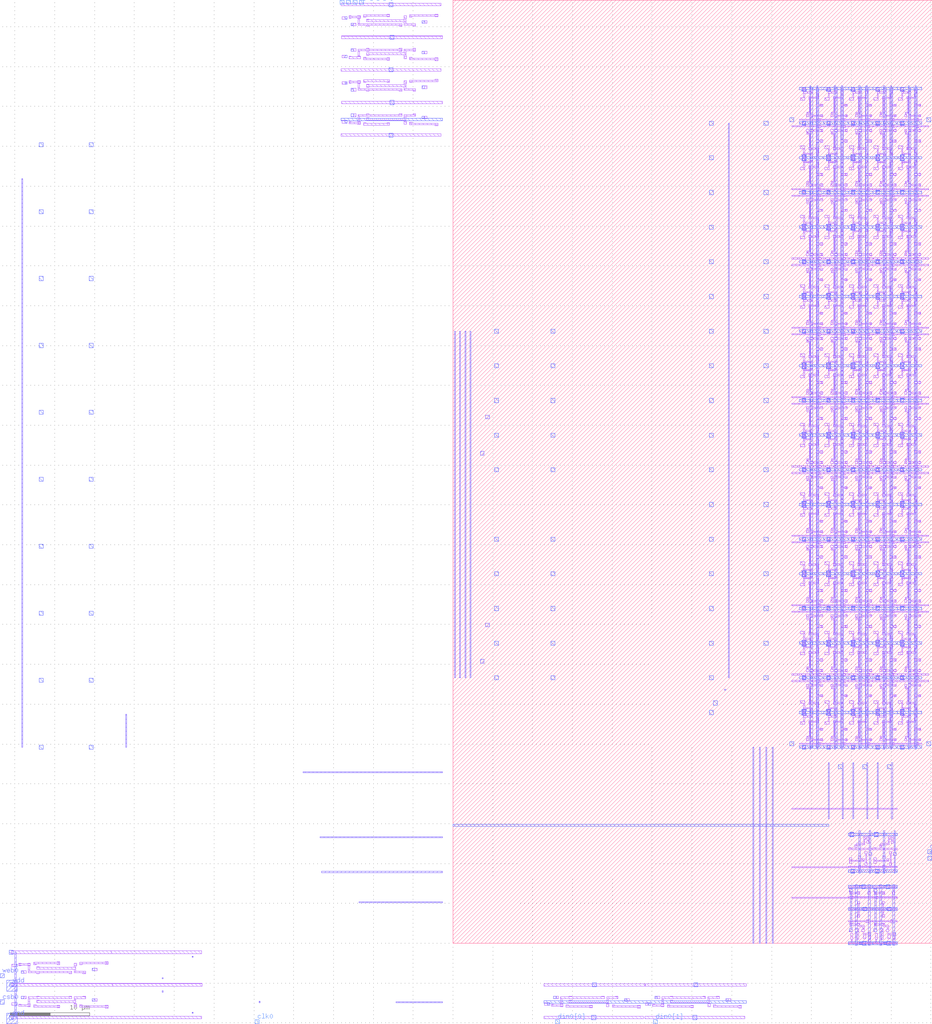
<source format=lef>
VERSION 5.4 ;
NAMESCASESENSITIVE ON ;
BUSBITCHARS "[]" ;
DIVIDERCHAR "/" ;
UNITS
  DATABASE MICRONS 2000 ;
END UNITS
MACRO sram_2_16_sky130A
   CLASS BLOCK ;
   SIZE 60.17 BY 118.34 ;
   SYMMETRY X Y R90 ;
   PIN din0[0]
      DIRECTION INPUT ;
      PORT
         LAYER m4 ;
         RECT  12.86 -10.1 13.38 -9.58 ;
      END
   END din0[0]
   PIN din0[1]
      DIRECTION INPUT ;
      PORT
         LAYER m4 ;
         RECT  25.16 -10.1 25.68 -9.58 ;
      END
   END din0[1]
   PIN addr0[0]
      DIRECTION INPUT ;
      PORT
         LAYER m4 ;
         RECT  -11.74 117.82 -11.22 118.34 ;
      END
   END addr0[0]
   PIN addr0[1]
      DIRECTION INPUT ;
      PORT
         LAYER m4 ;
         RECT  -14.2 117.82 -13.68 118.34 ;
      END
   END addr0[1]
   PIN addr0[2]
      DIRECTION INPUT ;
      PORT
         LAYER m4 ;
         RECT  -13.38 117.82 -12.86 118.34 ;
      END
   END addr0[2]
   PIN addr0[3]
      DIRECTION INPUT ;
      PORT
         LAYER m4 ;
         RECT  -12.56 117.82 -12.04 118.34 ;
      END
   END addr0[3]
   PIN csb0
      DIRECTION INPUT ;
      PORT
         LAYER m3 ;
         RECT  -56.84 -7.64 -56.32 -7.12 ;
      END
   END csb0
   PIN web0
      DIRECTION INPUT ;
      PORT
         LAYER m3 ;
         RECT  -56.84 -4.36 -56.32 -3.84 ;
      END
   END web0
   PIN clk0
      DIRECTION INPUT ;
      PORT
         LAYER m4 ;
         RECT  -24.86 -10.1 -24.34 -9.58 ;
      END
   END clk0
   PIN dout0[0]
      DIRECTION OUTPUT ;
      PORT
         LAYER m3 ;
         RECT  59.6 10.4 60.12 10.92 ;
      END
   END dout0[0]
   PIN dout0[1]
      DIRECTION OUTPUT ;
      PORT
         LAYER m3 ;
         RECT  59.6 11.22 60.12 11.74 ;
      END
   END dout0[1]
   PIN vdd
      DIRECTION INOUT ;
      USE POWER ; 
      SHAPE ABUTMENT ; 
      PORT
         LAYER m3 ;
         RECT  -56.02 -6.0 -54.68 -4.66 ;
      END
   END vdd
   PIN gnd
      DIRECTION INOUT ;
      USE GROUND ; 
      SHAPE ABUTMENT ; 
      PORT
         LAYER m3 ;
         RECT  -56.02 -10.1 -54.68 -8.76 ;
      END
   END gnd
   OBS
   LAYER  m1 ;
      RECT  52.29 35.41 52.58 35.47 ;
      RECT  52.04 33.58 52.33 33.64 ;
      RECT  49.61 33.64 52.69 33.79 ;
      RECT  50.06 37.37 50.41 37.72 ;
      RECT  50.81 36.41 52.0 36.58 ;
      RECT  52.3 34.32 52.59 34.38 ;
      RECT  50.17 36.5 50.33 37.06 ;
      RECT  51.76 35.38 52.11 35.47 ;
      RECT  50.97 34.32 51.32 34.41 ;
      RECT  50.97 34.06 51.32 34.15 ;
      RECT  50.59 34.56 51.04 34.7 ;
      RECT  51.77 37.08 52.06 37.37 ;
      RECT  51.76 35.47 52.58 35.64 ;
      RECT  51.03 37.22 51.32 37.37 ;
      RECT  51.83 36.58 52.0 37.08 ;
      RECT  50.87 34.7 51.04 36.35 ;
      RECT  50.06 33.14 50.41 33.49 ;
      RECT  50.17 37.08 51.32 37.22 ;
      RECT  49.76 36.17 50.33 36.5 ;
      RECT  50.97 34.15 52.59 34.32 ;
      RECT  50.59 34.38 50.76 34.56 ;
      RECT  52.3 34.09 52.59 34.15 ;
      RECT  50.53 34.09 50.82 34.38 ;
      RECT  50.81 36.58 51.1 36.64 ;
      RECT  50.81 36.35 51.1 36.41 ;
      RECT  52.04 33.79 52.33 33.87 ;
      RECT  52.29 35.64 52.58 35.7 ;
      RECT  50.17 37.06 51.04 37.08 ;
      RECT  51.76 35.64 52.11 35.73 ;
      RECT  52.29 39.91 52.58 39.85 ;
      RECT  52.04 41.74 52.33 41.68 ;
      RECT  49.61 41.68 52.69 41.53 ;
      RECT  50.06 37.95 50.41 37.6 ;
      RECT  50.81 38.91 52.0 38.74 ;
      RECT  52.3 41.0 52.59 40.94 ;
      RECT  50.17 38.82 50.33 38.26 ;
      RECT  51.76 39.94 52.11 39.85 ;
      RECT  50.97 41.0 51.32 40.91 ;
      RECT  50.97 41.26 51.32 41.17 ;
      RECT  50.59 40.76 51.04 40.62 ;
      RECT  51.77 38.24 52.06 37.95 ;
      RECT  51.76 39.85 52.58 39.68 ;
      RECT  51.03 38.1 51.32 37.95 ;
      RECT  51.83 38.74 52.0 38.24 ;
      RECT  50.87 40.62 51.04 38.97 ;
      RECT  50.06 42.18 50.41 41.83 ;
      RECT  50.17 38.24 51.32 38.1 ;
      RECT  49.76 39.15 50.33 38.82 ;
      RECT  50.97 41.17 52.59 41.0 ;
      RECT  50.59 40.94 50.76 40.76 ;
      RECT  52.3 41.23 52.59 41.17 ;
      RECT  50.53 41.23 50.82 40.94 ;
      RECT  50.81 38.74 51.1 38.68 ;
      RECT  50.81 38.97 51.1 38.91 ;
      RECT  52.04 41.53 52.33 41.45 ;
      RECT  52.29 39.68 52.58 39.62 ;
      RECT  50.17 38.26 51.04 38.24 ;
      RECT  51.76 39.68 52.11 39.59 ;
      RECT  52.29 44.11 52.58 44.17 ;
      RECT  52.04 42.28 52.33 42.34 ;
      RECT  49.61 42.34 52.69 42.49 ;
      RECT  50.06 46.07 50.41 46.42 ;
      RECT  50.81 45.11 52.0 45.28 ;
      RECT  52.3 43.02 52.59 43.08 ;
      RECT  50.17 45.2 50.33 45.76 ;
      RECT  51.76 44.08 52.11 44.17 ;
      RECT  50.97 43.02 51.32 43.11 ;
      RECT  50.97 42.76 51.32 42.85 ;
      RECT  50.59 43.26 51.04 43.4 ;
      RECT  51.77 45.78 52.06 46.07 ;
      RECT  51.76 44.17 52.58 44.34 ;
      RECT  51.03 45.92 51.32 46.07 ;
      RECT  51.83 45.28 52.0 45.78 ;
      RECT  50.87 43.4 51.04 45.05 ;
      RECT  50.06 41.84 50.41 42.19 ;
      RECT  50.17 45.78 51.32 45.92 ;
      RECT  49.76 44.87 50.33 45.2 ;
      RECT  50.97 42.85 52.59 43.02 ;
      RECT  50.59 43.08 50.76 43.26 ;
      RECT  52.3 42.79 52.59 42.85 ;
      RECT  50.53 42.79 50.82 43.08 ;
      RECT  50.81 45.28 51.1 45.34 ;
      RECT  50.81 45.05 51.1 45.11 ;
      RECT  52.04 42.49 52.33 42.57 ;
      RECT  52.29 44.34 52.58 44.4 ;
      RECT  50.17 45.76 51.04 45.78 ;
      RECT  51.76 44.34 52.11 44.43 ;
      RECT  52.29 48.61 52.58 48.55 ;
      RECT  52.04 50.44 52.33 50.38 ;
      RECT  49.61 50.38 52.69 50.23 ;
      RECT  50.06 46.65 50.41 46.3 ;
      RECT  50.81 47.61 52.0 47.44 ;
      RECT  52.3 49.7 52.59 49.64 ;
      RECT  50.17 47.52 50.33 46.96 ;
      RECT  51.76 48.64 52.11 48.55 ;
      RECT  50.97 49.7 51.32 49.61 ;
      RECT  50.97 49.96 51.32 49.87 ;
      RECT  50.59 49.46 51.04 49.32 ;
      RECT  51.77 46.94 52.06 46.65 ;
      RECT  51.76 48.55 52.58 48.38 ;
      RECT  51.03 46.8 51.32 46.65 ;
      RECT  51.83 47.44 52.0 46.94 ;
      RECT  50.87 49.32 51.04 47.67 ;
      RECT  50.06 50.88 50.41 50.53 ;
      RECT  50.17 46.94 51.32 46.8 ;
      RECT  49.76 47.85 50.33 47.52 ;
      RECT  50.97 49.87 52.59 49.7 ;
      RECT  50.59 49.64 50.76 49.46 ;
      RECT  52.3 49.93 52.59 49.87 ;
      RECT  50.53 49.93 50.82 49.64 ;
      RECT  50.81 47.44 51.1 47.38 ;
      RECT  50.81 47.67 51.1 47.61 ;
      RECT  52.04 50.23 52.33 50.15 ;
      RECT  52.29 48.38 52.58 48.32 ;
      RECT  50.17 46.96 51.04 46.94 ;
      RECT  51.76 48.38 52.11 48.29 ;
      RECT  52.29 52.81 52.58 52.87 ;
      RECT  52.04 50.98 52.33 51.04 ;
      RECT  49.61 51.04 52.69 51.19 ;
      RECT  50.06 54.77 50.41 55.12 ;
      RECT  50.81 53.81 52.0 53.98 ;
      RECT  52.3 51.72 52.59 51.78 ;
      RECT  50.17 53.9 50.33 54.46 ;
      RECT  51.76 52.78 52.11 52.87 ;
      RECT  50.97 51.72 51.32 51.81 ;
      RECT  50.97 51.46 51.32 51.55 ;
      RECT  50.59 51.96 51.04 52.1 ;
      RECT  51.77 54.48 52.06 54.77 ;
      RECT  51.76 52.87 52.58 53.04 ;
      RECT  51.03 54.62 51.32 54.77 ;
      RECT  51.83 53.98 52.0 54.48 ;
      RECT  50.87 52.1 51.04 53.75 ;
      RECT  50.06 50.54 50.41 50.89 ;
      RECT  50.17 54.48 51.32 54.62 ;
      RECT  49.76 53.57 50.33 53.9 ;
      RECT  50.97 51.55 52.59 51.72 ;
      RECT  50.59 51.78 50.76 51.96 ;
      RECT  52.3 51.49 52.59 51.55 ;
      RECT  50.53 51.49 50.82 51.78 ;
      RECT  50.81 53.98 51.1 54.04 ;
      RECT  50.81 53.75 51.1 53.81 ;
      RECT  52.04 51.19 52.33 51.27 ;
      RECT  52.29 53.04 52.58 53.1 ;
      RECT  50.17 54.46 51.04 54.48 ;
      RECT  51.76 53.04 52.11 53.13 ;
      RECT  52.29 57.31 52.58 57.25 ;
      RECT  52.04 59.14 52.33 59.08 ;
      RECT  49.61 59.08 52.69 58.93 ;
      RECT  50.06 55.35 50.41 55.0 ;
      RECT  50.81 56.31 52.0 56.14 ;
      RECT  52.3 58.4 52.59 58.34 ;
      RECT  50.17 56.22 50.33 55.66 ;
      RECT  51.76 57.34 52.11 57.25 ;
      RECT  50.97 58.4 51.32 58.31 ;
      RECT  50.97 58.66 51.32 58.57 ;
      RECT  50.59 58.16 51.04 58.02 ;
      RECT  51.77 55.64 52.06 55.35 ;
      RECT  51.76 57.25 52.58 57.08 ;
      RECT  51.03 55.5 51.32 55.35 ;
      RECT  51.83 56.14 52.0 55.64 ;
      RECT  50.87 58.02 51.04 56.37 ;
      RECT  50.06 59.58 50.41 59.23 ;
      RECT  50.17 55.64 51.32 55.5 ;
      RECT  49.76 56.55 50.33 56.22 ;
      RECT  50.97 58.57 52.59 58.4 ;
      RECT  50.59 58.34 50.76 58.16 ;
      RECT  52.3 58.63 52.59 58.57 ;
      RECT  50.53 58.63 50.82 58.34 ;
      RECT  50.81 56.14 51.1 56.08 ;
      RECT  50.81 56.37 51.1 56.31 ;
      RECT  52.04 58.93 52.33 58.85 ;
      RECT  52.29 57.08 52.58 57.02 ;
      RECT  50.17 55.66 51.04 55.64 ;
      RECT  51.76 57.08 52.11 56.99 ;
      RECT  52.29 61.51 52.58 61.57 ;
      RECT  52.04 59.68 52.33 59.74 ;
      RECT  49.61 59.74 52.69 59.89 ;
      RECT  50.06 63.47 50.41 63.82 ;
      RECT  50.81 62.51 52.0 62.68 ;
      RECT  52.3 60.42 52.59 60.48 ;
      RECT  50.17 62.6 50.33 63.16 ;
      RECT  51.76 61.48 52.11 61.57 ;
      RECT  50.97 60.42 51.32 60.51 ;
      RECT  50.97 60.16 51.32 60.25 ;
      RECT  50.59 60.66 51.04 60.8 ;
      RECT  51.77 63.18 52.06 63.47 ;
      RECT  51.76 61.57 52.58 61.74 ;
      RECT  51.03 63.32 51.32 63.47 ;
      RECT  51.83 62.68 52.0 63.18 ;
      RECT  50.87 60.8 51.04 62.45 ;
      RECT  50.06 59.24 50.41 59.59 ;
      RECT  50.17 63.18 51.32 63.32 ;
      RECT  49.76 62.27 50.33 62.6 ;
      RECT  50.97 60.25 52.59 60.42 ;
      RECT  50.59 60.48 50.76 60.66 ;
      RECT  52.3 60.19 52.59 60.25 ;
      RECT  50.53 60.19 50.82 60.48 ;
      RECT  50.81 62.68 51.1 62.74 ;
      RECT  50.81 62.45 51.1 62.51 ;
      RECT  52.04 59.89 52.33 59.97 ;
      RECT  52.29 61.74 52.58 61.8 ;
      RECT  50.17 63.16 51.04 63.18 ;
      RECT  51.76 61.74 52.11 61.83 ;
      RECT  52.29 66.01 52.58 65.95 ;
      RECT  52.04 67.84 52.33 67.78 ;
      RECT  49.61 67.78 52.69 67.63 ;
      RECT  50.06 64.05 50.41 63.7 ;
      RECT  50.81 65.01 52.0 64.84 ;
      RECT  52.3 67.1 52.59 67.04 ;
      RECT  50.17 64.92 50.33 64.36 ;
      RECT  51.76 66.04 52.11 65.95 ;
      RECT  50.97 67.1 51.32 67.01 ;
      RECT  50.97 67.36 51.32 67.27 ;
      RECT  50.59 66.86 51.04 66.72 ;
      RECT  51.77 64.34 52.06 64.05 ;
      RECT  51.76 65.95 52.58 65.78 ;
      RECT  51.03 64.2 51.32 64.05 ;
      RECT  51.83 64.84 52.0 64.34 ;
      RECT  50.87 66.72 51.04 65.07 ;
      RECT  50.06 68.28 50.41 67.93 ;
      RECT  50.17 64.34 51.32 64.2 ;
      RECT  49.76 65.25 50.33 64.92 ;
      RECT  50.97 67.27 52.59 67.1 ;
      RECT  50.59 67.04 50.76 66.86 ;
      RECT  52.3 67.33 52.59 67.27 ;
      RECT  50.53 67.33 50.82 67.04 ;
      RECT  50.81 64.84 51.1 64.78 ;
      RECT  50.81 65.07 51.1 65.01 ;
      RECT  52.04 67.63 52.33 67.55 ;
      RECT  52.29 65.78 52.58 65.72 ;
      RECT  50.17 64.36 51.04 64.34 ;
      RECT  51.76 65.78 52.11 65.69 ;
      RECT  52.29 70.21 52.58 70.27 ;
      RECT  52.04 68.38 52.33 68.44 ;
      RECT  49.61 68.44 52.69 68.59 ;
      RECT  50.06 72.17 50.41 72.52 ;
      RECT  50.81 71.21 52.0 71.38 ;
      RECT  52.3 69.12 52.59 69.18 ;
      RECT  50.17 71.3 50.33 71.86 ;
      RECT  51.76 70.18 52.11 70.27 ;
      RECT  50.97 69.12 51.32 69.21 ;
      RECT  50.97 68.86 51.32 68.95 ;
      RECT  50.59 69.36 51.04 69.5 ;
      RECT  51.77 71.88 52.06 72.17 ;
      RECT  51.76 70.27 52.58 70.44 ;
      RECT  51.03 72.02 51.32 72.17 ;
      RECT  51.83 71.38 52.0 71.88 ;
      RECT  50.87 69.5 51.04 71.15 ;
      RECT  50.06 67.94 50.41 68.29 ;
      RECT  50.17 71.88 51.32 72.02 ;
      RECT  49.76 70.97 50.33 71.3 ;
      RECT  50.97 68.95 52.59 69.12 ;
      RECT  50.59 69.18 50.76 69.36 ;
      RECT  52.3 68.89 52.59 68.95 ;
      RECT  50.53 68.89 50.82 69.18 ;
      RECT  50.81 71.38 51.1 71.44 ;
      RECT  50.81 71.15 51.1 71.21 ;
      RECT  52.04 68.59 52.33 68.67 ;
      RECT  52.29 70.44 52.58 70.5 ;
      RECT  50.17 71.86 51.04 71.88 ;
      RECT  51.76 70.44 52.11 70.53 ;
      RECT  52.29 74.71 52.58 74.65 ;
      RECT  52.04 76.54 52.33 76.48 ;
      RECT  49.61 76.48 52.69 76.33 ;
      RECT  50.06 72.75 50.41 72.4 ;
      RECT  50.81 73.71 52.0 73.54 ;
      RECT  52.3 75.8 52.59 75.74 ;
      RECT  50.17 73.62 50.33 73.06 ;
      RECT  51.76 74.74 52.11 74.65 ;
      RECT  50.97 75.8 51.32 75.71 ;
      RECT  50.97 76.06 51.32 75.97 ;
      RECT  50.59 75.56 51.04 75.42 ;
      RECT  51.77 73.04 52.06 72.75 ;
      RECT  51.76 74.65 52.58 74.48 ;
      RECT  51.03 72.9 51.32 72.75 ;
      RECT  51.83 73.54 52.0 73.04 ;
      RECT  50.87 75.42 51.04 73.77 ;
      RECT  50.06 76.98 50.41 76.63 ;
      RECT  50.17 73.04 51.32 72.9 ;
      RECT  49.76 73.95 50.33 73.62 ;
      RECT  50.97 75.97 52.59 75.8 ;
      RECT  50.59 75.74 50.76 75.56 ;
      RECT  52.3 76.03 52.59 75.97 ;
      RECT  50.53 76.03 50.82 75.74 ;
      RECT  50.81 73.54 51.1 73.48 ;
      RECT  50.81 73.77 51.1 73.71 ;
      RECT  52.04 76.33 52.33 76.25 ;
      RECT  52.29 74.48 52.58 74.42 ;
      RECT  50.17 73.06 51.04 73.04 ;
      RECT  51.76 74.48 52.11 74.39 ;
      RECT  52.29 78.91 52.58 78.97 ;
      RECT  52.04 77.08 52.33 77.14 ;
      RECT  49.61 77.14 52.69 77.29 ;
      RECT  50.06 80.87 50.41 81.22 ;
      RECT  50.81 79.91 52.0 80.08 ;
      RECT  52.3 77.82 52.59 77.88 ;
      RECT  50.17 80.0 50.33 80.56 ;
      RECT  51.76 78.88 52.11 78.97 ;
      RECT  50.97 77.82 51.32 77.91 ;
      RECT  50.97 77.56 51.32 77.65 ;
      RECT  50.59 78.06 51.04 78.2 ;
      RECT  51.77 80.58 52.06 80.87 ;
      RECT  51.76 78.97 52.58 79.14 ;
      RECT  51.03 80.72 51.32 80.87 ;
      RECT  51.83 80.08 52.0 80.58 ;
      RECT  50.87 78.2 51.04 79.85 ;
      RECT  50.06 76.64 50.41 76.99 ;
      RECT  50.17 80.58 51.32 80.72 ;
      RECT  49.76 79.67 50.33 80.0 ;
      RECT  50.97 77.65 52.59 77.82 ;
      RECT  50.59 77.88 50.76 78.06 ;
      RECT  52.3 77.59 52.59 77.65 ;
      RECT  50.53 77.59 50.82 77.88 ;
      RECT  50.81 80.08 51.1 80.14 ;
      RECT  50.81 79.85 51.1 79.91 ;
      RECT  52.04 77.29 52.33 77.37 ;
      RECT  52.29 79.14 52.58 79.2 ;
      RECT  50.17 80.56 51.04 80.58 ;
      RECT  51.76 79.14 52.11 79.23 ;
      RECT  52.29 83.41 52.58 83.35 ;
      RECT  52.04 85.24 52.33 85.18 ;
      RECT  49.61 85.18 52.69 85.03 ;
      RECT  50.06 81.45 50.41 81.1 ;
      RECT  50.81 82.41 52.0 82.24 ;
      RECT  52.3 84.5 52.59 84.44 ;
      RECT  50.17 82.32 50.33 81.76 ;
      RECT  51.76 83.44 52.11 83.35 ;
      RECT  50.97 84.5 51.32 84.41 ;
      RECT  50.97 84.76 51.32 84.67 ;
      RECT  50.59 84.26 51.04 84.12 ;
      RECT  51.77 81.74 52.06 81.45 ;
      RECT  51.76 83.35 52.58 83.18 ;
      RECT  51.03 81.6 51.32 81.45 ;
      RECT  51.83 82.24 52.0 81.74 ;
      RECT  50.87 84.12 51.04 82.47 ;
      RECT  50.06 85.68 50.41 85.33 ;
      RECT  50.17 81.74 51.32 81.6 ;
      RECT  49.76 82.65 50.33 82.32 ;
      RECT  50.97 84.67 52.59 84.5 ;
      RECT  50.59 84.44 50.76 84.26 ;
      RECT  52.3 84.73 52.59 84.67 ;
      RECT  50.53 84.73 50.82 84.44 ;
      RECT  50.81 82.24 51.1 82.18 ;
      RECT  50.81 82.47 51.1 82.41 ;
      RECT  52.04 85.03 52.33 84.95 ;
      RECT  52.29 83.18 52.58 83.12 ;
      RECT  50.17 81.76 51.04 81.74 ;
      RECT  51.76 83.18 52.11 83.09 ;
      RECT  52.29 87.61 52.58 87.67 ;
      RECT  52.04 85.78 52.33 85.84 ;
      RECT  49.61 85.84 52.69 85.99 ;
      RECT  50.06 89.57 50.41 89.92 ;
      RECT  50.81 88.61 52.0 88.78 ;
      RECT  52.3 86.52 52.59 86.58 ;
      RECT  50.17 88.7 50.33 89.26 ;
      RECT  51.76 87.58 52.11 87.67 ;
      RECT  50.97 86.52 51.32 86.61 ;
      RECT  50.97 86.26 51.32 86.35 ;
      RECT  50.59 86.76 51.04 86.9 ;
      RECT  51.77 89.28 52.06 89.57 ;
      RECT  51.76 87.67 52.58 87.84 ;
      RECT  51.03 89.42 51.32 89.57 ;
      RECT  51.83 88.78 52.0 89.28 ;
      RECT  50.87 86.9 51.04 88.55 ;
      RECT  50.06 85.34 50.41 85.69 ;
      RECT  50.17 89.28 51.32 89.42 ;
      RECT  49.76 88.37 50.33 88.7 ;
      RECT  50.97 86.35 52.59 86.52 ;
      RECT  50.59 86.58 50.76 86.76 ;
      RECT  52.3 86.29 52.59 86.35 ;
      RECT  50.53 86.29 50.82 86.58 ;
      RECT  50.81 88.78 51.1 88.84 ;
      RECT  50.81 88.55 51.1 88.61 ;
      RECT  52.04 85.99 52.33 86.07 ;
      RECT  52.29 87.84 52.58 87.9 ;
      RECT  50.17 89.26 51.04 89.28 ;
      RECT  51.76 87.84 52.11 87.93 ;
      RECT  52.29 92.11 52.58 92.05 ;
      RECT  52.04 93.94 52.33 93.88 ;
      RECT  49.61 93.88 52.69 93.73 ;
      RECT  50.06 90.15 50.41 89.8 ;
      RECT  50.81 91.11 52.0 90.94 ;
      RECT  52.3 93.2 52.59 93.14 ;
      RECT  50.17 91.02 50.33 90.46 ;
      RECT  51.76 92.14 52.11 92.05 ;
      RECT  50.97 93.2 51.32 93.11 ;
      RECT  50.97 93.46 51.32 93.37 ;
      RECT  50.59 92.96 51.04 92.82 ;
      RECT  51.77 90.44 52.06 90.15 ;
      RECT  51.76 92.05 52.58 91.88 ;
      RECT  51.03 90.3 51.32 90.15 ;
      RECT  51.83 90.94 52.0 90.44 ;
      RECT  50.87 92.82 51.04 91.17 ;
      RECT  50.06 94.38 50.41 94.03 ;
      RECT  50.17 90.44 51.32 90.3 ;
      RECT  49.76 91.35 50.33 91.02 ;
      RECT  50.97 93.37 52.59 93.2 ;
      RECT  50.59 93.14 50.76 92.96 ;
      RECT  52.3 93.43 52.59 93.37 ;
      RECT  50.53 93.43 50.82 93.14 ;
      RECT  50.81 90.94 51.1 90.88 ;
      RECT  50.81 91.17 51.1 91.11 ;
      RECT  52.04 93.73 52.33 93.65 ;
      RECT  52.29 91.88 52.58 91.82 ;
      RECT  50.17 90.46 51.04 90.44 ;
      RECT  51.76 91.88 52.11 91.79 ;
      RECT  52.29 96.31 52.58 96.37 ;
      RECT  52.04 94.48 52.33 94.54 ;
      RECT  49.61 94.54 52.69 94.69 ;
      RECT  50.06 98.27 50.41 98.62 ;
      RECT  50.81 97.31 52.0 97.48 ;
      RECT  52.3 95.22 52.59 95.28 ;
      RECT  50.17 97.4 50.33 97.96 ;
      RECT  51.76 96.28 52.11 96.37 ;
      RECT  50.97 95.22 51.32 95.31 ;
      RECT  50.97 94.96 51.32 95.05 ;
      RECT  50.59 95.46 51.04 95.6 ;
      RECT  51.77 97.98 52.06 98.27 ;
      RECT  51.76 96.37 52.58 96.54 ;
      RECT  51.03 98.12 51.32 98.27 ;
      RECT  51.83 97.48 52.0 97.98 ;
      RECT  50.87 95.6 51.04 97.25 ;
      RECT  50.06 94.04 50.41 94.39 ;
      RECT  50.17 97.98 51.32 98.12 ;
      RECT  49.76 97.07 50.33 97.4 ;
      RECT  50.97 95.05 52.59 95.22 ;
      RECT  50.59 95.28 50.76 95.46 ;
      RECT  52.3 94.99 52.59 95.05 ;
      RECT  50.53 94.99 50.82 95.28 ;
      RECT  50.81 97.48 51.1 97.54 ;
      RECT  50.81 97.25 51.1 97.31 ;
      RECT  52.04 94.69 52.33 94.77 ;
      RECT  52.29 96.54 52.58 96.6 ;
      RECT  50.17 97.96 51.04 97.98 ;
      RECT  51.76 96.54 52.11 96.63 ;
      RECT  52.29 100.81 52.58 100.75 ;
      RECT  52.04 102.64 52.33 102.58 ;
      RECT  49.61 102.58 52.69 102.43 ;
      RECT  50.06 98.85 50.41 98.5 ;
      RECT  50.81 99.81 52.0 99.64 ;
      RECT  52.3 101.9 52.59 101.84 ;
      RECT  50.17 99.72 50.33 99.16 ;
      RECT  51.76 100.84 52.11 100.75 ;
      RECT  50.97 101.9 51.32 101.81 ;
      RECT  50.97 102.16 51.32 102.07 ;
      RECT  50.59 101.66 51.04 101.52 ;
      RECT  51.77 99.14 52.06 98.85 ;
      RECT  51.76 100.75 52.58 100.58 ;
      RECT  51.03 99.0 51.32 98.85 ;
      RECT  51.83 99.64 52.0 99.14 ;
      RECT  50.87 101.52 51.04 99.87 ;
      RECT  50.06 103.08 50.41 102.73 ;
      RECT  50.17 99.14 51.32 99.0 ;
      RECT  49.76 100.05 50.33 99.72 ;
      RECT  50.97 102.07 52.59 101.9 ;
      RECT  50.59 101.84 50.76 101.66 ;
      RECT  52.3 102.13 52.59 102.07 ;
      RECT  50.53 102.13 50.82 101.84 ;
      RECT  50.81 99.64 51.1 99.58 ;
      RECT  50.81 99.87 51.1 99.81 ;
      RECT  52.04 102.43 52.33 102.35 ;
      RECT  52.29 100.58 52.58 100.52 ;
      RECT  50.17 99.16 51.04 99.14 ;
      RECT  51.76 100.58 52.11 100.49 ;
      RECT  55.37 35.41 55.66 35.47 ;
      RECT  55.12 33.58 55.41 33.64 ;
      RECT  52.69 33.64 55.77 33.79 ;
      RECT  53.14 37.37 53.49 37.72 ;
      RECT  53.89 36.41 55.08 36.58 ;
      RECT  55.38 34.32 55.67 34.38 ;
      RECT  53.25 36.5 53.41 37.06 ;
      RECT  54.84 35.38 55.19 35.47 ;
      RECT  54.05 34.32 54.4 34.41 ;
      RECT  54.05 34.06 54.4 34.15 ;
      RECT  53.67 34.56 54.12 34.7 ;
      RECT  54.85 37.08 55.14 37.37 ;
      RECT  54.84 35.47 55.66 35.64 ;
      RECT  54.11 37.22 54.4 37.37 ;
      RECT  54.91 36.58 55.08 37.08 ;
      RECT  53.95 34.7 54.12 36.35 ;
      RECT  53.14 33.14 53.49 33.49 ;
      RECT  53.25 37.08 54.4 37.22 ;
      RECT  52.84 36.17 53.41 36.5 ;
      RECT  54.05 34.15 55.67 34.32 ;
      RECT  53.67 34.38 53.84 34.56 ;
      RECT  55.38 34.09 55.67 34.15 ;
      RECT  53.61 34.09 53.9 34.38 ;
      RECT  53.89 36.58 54.18 36.64 ;
      RECT  53.89 36.35 54.18 36.41 ;
      RECT  55.12 33.79 55.41 33.87 ;
      RECT  55.37 35.64 55.66 35.7 ;
      RECT  53.25 37.06 54.12 37.08 ;
      RECT  54.84 35.64 55.19 35.73 ;
      RECT  55.37 39.91 55.66 39.85 ;
      RECT  55.12 41.74 55.41 41.68 ;
      RECT  52.69 41.68 55.77 41.53 ;
      RECT  53.14 37.95 53.49 37.6 ;
      RECT  53.89 38.91 55.08 38.74 ;
      RECT  55.38 41.0 55.67 40.94 ;
      RECT  53.25 38.82 53.41 38.26 ;
      RECT  54.84 39.94 55.19 39.85 ;
      RECT  54.05 41.0 54.4 40.91 ;
      RECT  54.05 41.26 54.4 41.17 ;
      RECT  53.67 40.76 54.12 40.62 ;
      RECT  54.85 38.24 55.14 37.95 ;
      RECT  54.84 39.85 55.66 39.68 ;
      RECT  54.11 38.1 54.4 37.95 ;
      RECT  54.91 38.74 55.08 38.24 ;
      RECT  53.95 40.62 54.12 38.97 ;
      RECT  53.14 42.18 53.49 41.83 ;
      RECT  53.25 38.24 54.4 38.1 ;
      RECT  52.84 39.15 53.41 38.82 ;
      RECT  54.05 41.17 55.67 41.0 ;
      RECT  53.67 40.94 53.84 40.76 ;
      RECT  55.38 41.23 55.67 41.17 ;
      RECT  53.61 41.23 53.9 40.94 ;
      RECT  53.89 38.74 54.18 38.68 ;
      RECT  53.89 38.97 54.18 38.91 ;
      RECT  55.12 41.53 55.41 41.45 ;
      RECT  55.37 39.68 55.66 39.62 ;
      RECT  53.25 38.26 54.12 38.24 ;
      RECT  54.84 39.68 55.19 39.59 ;
      RECT  55.37 44.11 55.66 44.17 ;
      RECT  55.12 42.28 55.41 42.34 ;
      RECT  52.69 42.34 55.77 42.49 ;
      RECT  53.14 46.07 53.49 46.42 ;
      RECT  53.89 45.11 55.08 45.28 ;
      RECT  55.38 43.02 55.67 43.08 ;
      RECT  53.25 45.2 53.41 45.76 ;
      RECT  54.84 44.08 55.19 44.17 ;
      RECT  54.05 43.02 54.4 43.11 ;
      RECT  54.05 42.76 54.4 42.85 ;
      RECT  53.67 43.26 54.12 43.4 ;
      RECT  54.85 45.78 55.14 46.07 ;
      RECT  54.84 44.17 55.66 44.34 ;
      RECT  54.11 45.92 54.4 46.07 ;
      RECT  54.91 45.28 55.08 45.78 ;
      RECT  53.95 43.4 54.12 45.05 ;
      RECT  53.14 41.84 53.49 42.19 ;
      RECT  53.25 45.78 54.4 45.92 ;
      RECT  52.84 44.87 53.41 45.2 ;
      RECT  54.05 42.85 55.67 43.02 ;
      RECT  53.67 43.08 53.84 43.26 ;
      RECT  55.38 42.79 55.67 42.85 ;
      RECT  53.61 42.79 53.9 43.08 ;
      RECT  53.89 45.28 54.18 45.34 ;
      RECT  53.89 45.05 54.18 45.11 ;
      RECT  55.12 42.49 55.41 42.57 ;
      RECT  55.37 44.34 55.66 44.4 ;
      RECT  53.25 45.76 54.12 45.78 ;
      RECT  54.84 44.34 55.19 44.43 ;
      RECT  55.37 48.61 55.66 48.55 ;
      RECT  55.12 50.44 55.41 50.38 ;
      RECT  52.69 50.38 55.77 50.23 ;
      RECT  53.14 46.65 53.49 46.3 ;
      RECT  53.89 47.61 55.08 47.44 ;
      RECT  55.38 49.7 55.67 49.64 ;
      RECT  53.25 47.52 53.41 46.96 ;
      RECT  54.84 48.64 55.19 48.55 ;
      RECT  54.05 49.7 54.4 49.61 ;
      RECT  54.05 49.96 54.4 49.87 ;
      RECT  53.67 49.46 54.12 49.32 ;
      RECT  54.85 46.94 55.14 46.65 ;
      RECT  54.84 48.55 55.66 48.38 ;
      RECT  54.11 46.8 54.4 46.65 ;
      RECT  54.91 47.44 55.08 46.94 ;
      RECT  53.95 49.32 54.12 47.67 ;
      RECT  53.14 50.88 53.49 50.53 ;
      RECT  53.25 46.94 54.4 46.8 ;
      RECT  52.84 47.85 53.41 47.52 ;
      RECT  54.05 49.87 55.67 49.7 ;
      RECT  53.67 49.64 53.84 49.46 ;
      RECT  55.38 49.93 55.67 49.87 ;
      RECT  53.61 49.93 53.9 49.64 ;
      RECT  53.89 47.44 54.18 47.38 ;
      RECT  53.89 47.67 54.18 47.61 ;
      RECT  55.12 50.23 55.41 50.15 ;
      RECT  55.37 48.38 55.66 48.32 ;
      RECT  53.25 46.96 54.12 46.94 ;
      RECT  54.84 48.38 55.19 48.29 ;
      RECT  55.37 52.81 55.66 52.87 ;
      RECT  55.12 50.98 55.41 51.04 ;
      RECT  52.69 51.04 55.77 51.19 ;
      RECT  53.14 54.77 53.49 55.12 ;
      RECT  53.89 53.81 55.08 53.98 ;
      RECT  55.38 51.72 55.67 51.78 ;
      RECT  53.25 53.9 53.41 54.46 ;
      RECT  54.84 52.78 55.19 52.87 ;
      RECT  54.05 51.72 54.4 51.81 ;
      RECT  54.05 51.46 54.4 51.55 ;
      RECT  53.67 51.96 54.12 52.1 ;
      RECT  54.85 54.48 55.14 54.77 ;
      RECT  54.84 52.87 55.66 53.04 ;
      RECT  54.11 54.62 54.4 54.77 ;
      RECT  54.91 53.98 55.08 54.48 ;
      RECT  53.95 52.1 54.12 53.75 ;
      RECT  53.14 50.54 53.49 50.89 ;
      RECT  53.25 54.48 54.4 54.62 ;
      RECT  52.84 53.57 53.41 53.9 ;
      RECT  54.05 51.55 55.67 51.72 ;
      RECT  53.67 51.78 53.84 51.96 ;
      RECT  55.38 51.49 55.67 51.55 ;
      RECT  53.61 51.49 53.9 51.78 ;
      RECT  53.89 53.98 54.18 54.04 ;
      RECT  53.89 53.75 54.18 53.81 ;
      RECT  55.12 51.19 55.41 51.27 ;
      RECT  55.37 53.04 55.66 53.1 ;
      RECT  53.25 54.46 54.12 54.48 ;
      RECT  54.84 53.04 55.19 53.13 ;
      RECT  55.37 57.31 55.66 57.25 ;
      RECT  55.12 59.14 55.41 59.08 ;
      RECT  52.69 59.08 55.77 58.93 ;
      RECT  53.14 55.35 53.49 55.0 ;
      RECT  53.89 56.31 55.08 56.14 ;
      RECT  55.38 58.4 55.67 58.34 ;
      RECT  53.25 56.22 53.41 55.66 ;
      RECT  54.84 57.34 55.19 57.25 ;
      RECT  54.05 58.4 54.4 58.31 ;
      RECT  54.05 58.66 54.4 58.57 ;
      RECT  53.67 58.16 54.12 58.02 ;
      RECT  54.85 55.64 55.14 55.35 ;
      RECT  54.84 57.25 55.66 57.08 ;
      RECT  54.11 55.5 54.4 55.35 ;
      RECT  54.91 56.14 55.08 55.64 ;
      RECT  53.95 58.02 54.12 56.37 ;
      RECT  53.14 59.58 53.49 59.23 ;
      RECT  53.25 55.64 54.4 55.5 ;
      RECT  52.84 56.55 53.41 56.22 ;
      RECT  54.05 58.57 55.67 58.4 ;
      RECT  53.67 58.34 53.84 58.16 ;
      RECT  55.38 58.63 55.67 58.57 ;
      RECT  53.61 58.63 53.9 58.34 ;
      RECT  53.89 56.14 54.18 56.08 ;
      RECT  53.89 56.37 54.18 56.31 ;
      RECT  55.12 58.93 55.41 58.85 ;
      RECT  55.37 57.08 55.66 57.02 ;
      RECT  53.25 55.66 54.12 55.64 ;
      RECT  54.84 57.08 55.19 56.99 ;
      RECT  55.37 61.51 55.66 61.57 ;
      RECT  55.12 59.68 55.41 59.74 ;
      RECT  52.69 59.74 55.77 59.89 ;
      RECT  53.14 63.47 53.49 63.82 ;
      RECT  53.89 62.51 55.08 62.68 ;
      RECT  55.38 60.42 55.67 60.48 ;
      RECT  53.25 62.6 53.41 63.16 ;
      RECT  54.84 61.48 55.19 61.57 ;
      RECT  54.05 60.42 54.4 60.51 ;
      RECT  54.05 60.16 54.4 60.25 ;
      RECT  53.67 60.66 54.12 60.8 ;
      RECT  54.85 63.18 55.14 63.47 ;
      RECT  54.84 61.57 55.66 61.74 ;
      RECT  54.11 63.32 54.4 63.47 ;
      RECT  54.91 62.68 55.08 63.18 ;
      RECT  53.95 60.8 54.12 62.45 ;
      RECT  53.14 59.24 53.49 59.59 ;
      RECT  53.25 63.18 54.4 63.32 ;
      RECT  52.84 62.27 53.41 62.6 ;
      RECT  54.05 60.25 55.67 60.42 ;
      RECT  53.67 60.48 53.84 60.66 ;
      RECT  55.38 60.19 55.67 60.25 ;
      RECT  53.61 60.19 53.9 60.48 ;
      RECT  53.89 62.68 54.18 62.74 ;
      RECT  53.89 62.45 54.18 62.51 ;
      RECT  55.12 59.89 55.41 59.97 ;
      RECT  55.37 61.74 55.66 61.8 ;
      RECT  53.25 63.16 54.12 63.18 ;
      RECT  54.84 61.74 55.19 61.83 ;
      RECT  55.37 66.01 55.66 65.95 ;
      RECT  55.12 67.84 55.41 67.78 ;
      RECT  52.69 67.78 55.77 67.63 ;
      RECT  53.14 64.05 53.49 63.7 ;
      RECT  53.89 65.01 55.08 64.84 ;
      RECT  55.38 67.1 55.67 67.04 ;
      RECT  53.25 64.92 53.41 64.36 ;
      RECT  54.84 66.04 55.19 65.95 ;
      RECT  54.05 67.1 54.4 67.01 ;
      RECT  54.05 67.36 54.4 67.27 ;
      RECT  53.67 66.86 54.12 66.72 ;
      RECT  54.85 64.34 55.14 64.05 ;
      RECT  54.84 65.95 55.66 65.78 ;
      RECT  54.11 64.2 54.4 64.05 ;
      RECT  54.91 64.84 55.08 64.34 ;
      RECT  53.95 66.72 54.12 65.07 ;
      RECT  53.14 68.28 53.49 67.93 ;
      RECT  53.25 64.34 54.4 64.2 ;
      RECT  52.84 65.25 53.41 64.92 ;
      RECT  54.05 67.27 55.67 67.1 ;
      RECT  53.67 67.04 53.84 66.86 ;
      RECT  55.38 67.33 55.67 67.27 ;
      RECT  53.61 67.33 53.9 67.04 ;
      RECT  53.89 64.84 54.18 64.78 ;
      RECT  53.89 65.07 54.18 65.01 ;
      RECT  55.12 67.63 55.41 67.55 ;
      RECT  55.37 65.78 55.66 65.72 ;
      RECT  53.25 64.36 54.12 64.34 ;
      RECT  54.84 65.78 55.19 65.69 ;
      RECT  55.37 70.21 55.66 70.27 ;
      RECT  55.12 68.38 55.41 68.44 ;
      RECT  52.69 68.44 55.77 68.59 ;
      RECT  53.14 72.17 53.49 72.52 ;
      RECT  53.89 71.21 55.08 71.38 ;
      RECT  55.38 69.12 55.67 69.18 ;
      RECT  53.25 71.3 53.41 71.86 ;
      RECT  54.84 70.18 55.19 70.27 ;
      RECT  54.05 69.12 54.4 69.21 ;
      RECT  54.05 68.86 54.4 68.95 ;
      RECT  53.67 69.36 54.12 69.5 ;
      RECT  54.85 71.88 55.14 72.17 ;
      RECT  54.84 70.27 55.66 70.44 ;
      RECT  54.11 72.02 54.4 72.17 ;
      RECT  54.91 71.38 55.08 71.88 ;
      RECT  53.95 69.5 54.12 71.15 ;
      RECT  53.14 67.94 53.49 68.29 ;
      RECT  53.25 71.88 54.4 72.02 ;
      RECT  52.84 70.97 53.41 71.3 ;
      RECT  54.05 68.95 55.67 69.12 ;
      RECT  53.67 69.18 53.84 69.36 ;
      RECT  55.38 68.89 55.67 68.95 ;
      RECT  53.61 68.89 53.9 69.18 ;
      RECT  53.89 71.38 54.18 71.44 ;
      RECT  53.89 71.15 54.18 71.21 ;
      RECT  55.12 68.59 55.41 68.67 ;
      RECT  55.37 70.44 55.66 70.5 ;
      RECT  53.25 71.86 54.12 71.88 ;
      RECT  54.84 70.44 55.19 70.53 ;
      RECT  55.37 74.71 55.66 74.65 ;
      RECT  55.12 76.54 55.41 76.48 ;
      RECT  52.69 76.48 55.77 76.33 ;
      RECT  53.14 72.75 53.49 72.4 ;
      RECT  53.89 73.71 55.08 73.54 ;
      RECT  55.38 75.8 55.67 75.74 ;
      RECT  53.25 73.62 53.41 73.06 ;
      RECT  54.84 74.74 55.19 74.65 ;
      RECT  54.05 75.8 54.4 75.71 ;
      RECT  54.05 76.06 54.4 75.97 ;
      RECT  53.67 75.56 54.12 75.42 ;
      RECT  54.85 73.04 55.14 72.75 ;
      RECT  54.84 74.65 55.66 74.48 ;
      RECT  54.11 72.9 54.4 72.75 ;
      RECT  54.91 73.54 55.08 73.04 ;
      RECT  53.95 75.42 54.12 73.77 ;
      RECT  53.14 76.98 53.49 76.63 ;
      RECT  53.25 73.04 54.4 72.9 ;
      RECT  52.84 73.95 53.41 73.62 ;
      RECT  54.05 75.97 55.67 75.8 ;
      RECT  53.67 75.74 53.84 75.56 ;
      RECT  55.38 76.03 55.67 75.97 ;
      RECT  53.61 76.03 53.9 75.74 ;
      RECT  53.89 73.54 54.18 73.48 ;
      RECT  53.89 73.77 54.18 73.71 ;
      RECT  55.12 76.33 55.41 76.25 ;
      RECT  55.37 74.48 55.66 74.42 ;
      RECT  53.25 73.06 54.12 73.04 ;
      RECT  54.84 74.48 55.19 74.39 ;
      RECT  55.37 78.91 55.66 78.97 ;
      RECT  55.12 77.08 55.41 77.14 ;
      RECT  52.69 77.14 55.77 77.29 ;
      RECT  53.14 80.87 53.49 81.22 ;
      RECT  53.89 79.91 55.08 80.08 ;
      RECT  55.38 77.82 55.67 77.88 ;
      RECT  53.25 80.0 53.41 80.56 ;
      RECT  54.84 78.88 55.19 78.97 ;
      RECT  54.05 77.82 54.4 77.91 ;
      RECT  54.05 77.56 54.4 77.65 ;
      RECT  53.67 78.06 54.12 78.2 ;
      RECT  54.85 80.58 55.14 80.87 ;
      RECT  54.84 78.97 55.66 79.14 ;
      RECT  54.11 80.72 54.4 80.87 ;
      RECT  54.91 80.08 55.08 80.58 ;
      RECT  53.95 78.2 54.12 79.85 ;
      RECT  53.14 76.64 53.49 76.99 ;
      RECT  53.25 80.58 54.4 80.72 ;
      RECT  52.84 79.67 53.41 80.0 ;
      RECT  54.05 77.65 55.67 77.82 ;
      RECT  53.67 77.88 53.84 78.06 ;
      RECT  55.38 77.59 55.67 77.65 ;
      RECT  53.61 77.59 53.9 77.88 ;
      RECT  53.89 80.08 54.18 80.14 ;
      RECT  53.89 79.85 54.18 79.91 ;
      RECT  55.12 77.29 55.41 77.37 ;
      RECT  55.37 79.14 55.66 79.2 ;
      RECT  53.25 80.56 54.12 80.58 ;
      RECT  54.84 79.14 55.19 79.23 ;
      RECT  55.37 83.41 55.66 83.35 ;
      RECT  55.12 85.24 55.41 85.18 ;
      RECT  52.69 85.18 55.77 85.03 ;
      RECT  53.14 81.45 53.49 81.1 ;
      RECT  53.89 82.41 55.08 82.24 ;
      RECT  55.38 84.5 55.67 84.44 ;
      RECT  53.25 82.32 53.41 81.76 ;
      RECT  54.84 83.44 55.19 83.35 ;
      RECT  54.05 84.5 54.4 84.41 ;
      RECT  54.05 84.76 54.4 84.67 ;
      RECT  53.67 84.26 54.12 84.12 ;
      RECT  54.85 81.74 55.14 81.45 ;
      RECT  54.84 83.35 55.66 83.18 ;
      RECT  54.11 81.6 54.4 81.45 ;
      RECT  54.91 82.24 55.08 81.74 ;
      RECT  53.95 84.12 54.12 82.47 ;
      RECT  53.14 85.68 53.49 85.33 ;
      RECT  53.25 81.74 54.4 81.6 ;
      RECT  52.84 82.65 53.41 82.32 ;
      RECT  54.05 84.67 55.67 84.5 ;
      RECT  53.67 84.44 53.84 84.26 ;
      RECT  55.38 84.73 55.67 84.67 ;
      RECT  53.61 84.73 53.9 84.44 ;
      RECT  53.89 82.24 54.18 82.18 ;
      RECT  53.89 82.47 54.18 82.41 ;
      RECT  55.12 85.03 55.41 84.95 ;
      RECT  55.37 83.18 55.66 83.12 ;
      RECT  53.25 81.76 54.12 81.74 ;
      RECT  54.84 83.18 55.19 83.09 ;
      RECT  55.37 87.61 55.66 87.67 ;
      RECT  55.12 85.78 55.41 85.84 ;
      RECT  52.69 85.84 55.77 85.99 ;
      RECT  53.14 89.57 53.49 89.92 ;
      RECT  53.89 88.61 55.08 88.78 ;
      RECT  55.38 86.52 55.67 86.58 ;
      RECT  53.25 88.7 53.41 89.26 ;
      RECT  54.84 87.58 55.19 87.67 ;
      RECT  54.05 86.52 54.4 86.61 ;
      RECT  54.05 86.26 54.4 86.35 ;
      RECT  53.67 86.76 54.12 86.9 ;
      RECT  54.85 89.28 55.14 89.57 ;
      RECT  54.84 87.67 55.66 87.84 ;
      RECT  54.11 89.42 54.4 89.57 ;
      RECT  54.91 88.78 55.08 89.28 ;
      RECT  53.95 86.9 54.12 88.55 ;
      RECT  53.14 85.34 53.49 85.69 ;
      RECT  53.25 89.28 54.4 89.42 ;
      RECT  52.84 88.37 53.41 88.7 ;
      RECT  54.05 86.35 55.67 86.52 ;
      RECT  53.67 86.58 53.84 86.76 ;
      RECT  55.38 86.29 55.67 86.35 ;
      RECT  53.61 86.29 53.9 86.58 ;
      RECT  53.89 88.78 54.18 88.84 ;
      RECT  53.89 88.55 54.18 88.61 ;
      RECT  55.12 85.99 55.41 86.07 ;
      RECT  55.37 87.84 55.66 87.9 ;
      RECT  53.25 89.26 54.12 89.28 ;
      RECT  54.84 87.84 55.19 87.93 ;
      RECT  55.37 92.11 55.66 92.05 ;
      RECT  55.12 93.94 55.41 93.88 ;
      RECT  52.69 93.88 55.77 93.73 ;
      RECT  53.14 90.15 53.49 89.8 ;
      RECT  53.89 91.11 55.08 90.94 ;
      RECT  55.38 93.2 55.67 93.14 ;
      RECT  53.25 91.02 53.41 90.46 ;
      RECT  54.84 92.14 55.19 92.05 ;
      RECT  54.05 93.2 54.4 93.11 ;
      RECT  54.05 93.46 54.4 93.37 ;
      RECT  53.67 92.96 54.12 92.82 ;
      RECT  54.85 90.44 55.14 90.15 ;
      RECT  54.84 92.05 55.66 91.88 ;
      RECT  54.11 90.3 54.4 90.15 ;
      RECT  54.91 90.94 55.08 90.44 ;
      RECT  53.95 92.82 54.12 91.17 ;
      RECT  53.14 94.38 53.49 94.03 ;
      RECT  53.25 90.44 54.4 90.3 ;
      RECT  52.84 91.35 53.41 91.02 ;
      RECT  54.05 93.37 55.67 93.2 ;
      RECT  53.67 93.14 53.84 92.96 ;
      RECT  55.38 93.43 55.67 93.37 ;
      RECT  53.61 93.43 53.9 93.14 ;
      RECT  53.89 90.94 54.18 90.88 ;
      RECT  53.89 91.17 54.18 91.11 ;
      RECT  55.12 93.73 55.41 93.65 ;
      RECT  55.37 91.88 55.66 91.82 ;
      RECT  53.25 90.46 54.12 90.44 ;
      RECT  54.84 91.88 55.19 91.79 ;
      RECT  55.37 96.31 55.66 96.37 ;
      RECT  55.12 94.48 55.41 94.54 ;
      RECT  52.69 94.54 55.77 94.69 ;
      RECT  53.14 98.27 53.49 98.62 ;
      RECT  53.89 97.31 55.08 97.48 ;
      RECT  55.38 95.22 55.67 95.28 ;
      RECT  53.25 97.4 53.41 97.96 ;
      RECT  54.84 96.28 55.19 96.37 ;
      RECT  54.05 95.22 54.4 95.31 ;
      RECT  54.05 94.96 54.4 95.05 ;
      RECT  53.67 95.46 54.12 95.6 ;
      RECT  54.85 97.98 55.14 98.27 ;
      RECT  54.84 96.37 55.66 96.54 ;
      RECT  54.11 98.12 54.4 98.27 ;
      RECT  54.91 97.48 55.08 97.98 ;
      RECT  53.95 95.6 54.12 97.25 ;
      RECT  53.14 94.04 53.49 94.39 ;
      RECT  53.25 97.98 54.4 98.12 ;
      RECT  52.84 97.07 53.41 97.4 ;
      RECT  54.05 95.05 55.67 95.22 ;
      RECT  53.67 95.28 53.84 95.46 ;
      RECT  55.38 94.99 55.67 95.05 ;
      RECT  53.61 94.99 53.9 95.28 ;
      RECT  53.89 97.48 54.18 97.54 ;
      RECT  53.89 97.25 54.18 97.31 ;
      RECT  55.12 94.69 55.41 94.77 ;
      RECT  55.37 96.54 55.66 96.6 ;
      RECT  53.25 97.96 54.12 97.98 ;
      RECT  54.84 96.54 55.19 96.63 ;
      RECT  55.37 100.81 55.66 100.75 ;
      RECT  55.12 102.64 55.41 102.58 ;
      RECT  52.69 102.58 55.77 102.43 ;
      RECT  53.14 98.85 53.49 98.5 ;
      RECT  53.89 99.81 55.08 99.64 ;
      RECT  55.38 101.9 55.67 101.84 ;
      RECT  53.25 99.72 53.41 99.16 ;
      RECT  54.84 100.84 55.19 100.75 ;
      RECT  54.05 101.9 54.4 101.81 ;
      RECT  54.05 102.16 54.4 102.07 ;
      RECT  53.67 101.66 54.12 101.52 ;
      RECT  54.85 99.14 55.14 98.85 ;
      RECT  54.84 100.75 55.66 100.58 ;
      RECT  54.11 99.0 54.4 98.85 ;
      RECT  54.91 99.64 55.08 99.14 ;
      RECT  53.95 101.52 54.12 99.87 ;
      RECT  53.14 103.08 53.49 102.73 ;
      RECT  53.25 99.14 54.4 99.0 ;
      RECT  52.84 100.05 53.41 99.72 ;
      RECT  54.05 102.07 55.67 101.9 ;
      RECT  53.67 101.84 53.84 101.66 ;
      RECT  55.38 102.13 55.67 102.07 ;
      RECT  53.61 102.13 53.9 101.84 ;
      RECT  53.89 99.64 54.18 99.58 ;
      RECT  53.89 99.87 54.18 99.81 ;
      RECT  55.12 102.43 55.41 102.35 ;
      RECT  55.37 100.58 55.66 100.52 ;
      RECT  53.25 99.16 54.12 99.14 ;
      RECT  54.84 100.58 55.19 100.49 ;
      RECT  49.61 33.64 55.77 33.79 ;
      RECT  49.61 41.53 55.77 41.68 ;
      RECT  49.61 42.34 55.77 42.49 ;
      RECT  49.61 50.23 55.77 50.38 ;
      RECT  49.61 51.04 55.77 51.19 ;
      RECT  49.61 58.93 55.77 59.08 ;
      RECT  49.61 59.74 55.77 59.89 ;
      RECT  49.61 67.63 55.77 67.78 ;
      RECT  49.61 68.44 55.77 68.59 ;
      RECT  49.61 76.33 55.77 76.48 ;
      RECT  49.61 77.14 55.77 77.29 ;
      RECT  49.61 85.03 55.77 85.18 ;
      RECT  49.61 85.84 55.77 85.99 ;
      RECT  49.61 93.73 55.77 93.88 ;
      RECT  49.61 94.54 55.77 94.69 ;
      RECT  49.61 102.43 55.77 102.58 ;
      RECT  49.21 26.71 49.5 26.77 ;
      RECT  48.96 24.88 49.25 24.94 ;
      RECT  46.53 24.94 49.61 25.09 ;
      RECT  46.98 28.67 47.33 29.02 ;
      RECT  47.73 27.71 48.92 27.88 ;
      RECT  49.22 25.62 49.51 25.68 ;
      RECT  47.09 27.8 47.25 28.36 ;
      RECT  48.68 26.68 49.03 26.77 ;
      RECT  47.89 25.62 48.24 25.71 ;
      RECT  47.89 25.36 48.24 25.45 ;
      RECT  47.51 25.86 47.96 26.0 ;
      RECT  48.69 28.38 48.98 28.67 ;
      RECT  48.68 26.77 49.5 26.94 ;
      RECT  47.95 28.52 48.24 28.67 ;
      RECT  48.75 27.88 48.92 28.38 ;
      RECT  47.79 26.0 47.96 27.65 ;
      RECT  46.98 24.44 47.33 24.79 ;
      RECT  47.09 28.38 48.24 28.52 ;
      RECT  46.68 27.47 47.25 27.8 ;
      RECT  47.89 25.45 49.51 25.62 ;
      RECT  47.51 25.68 47.68 25.86 ;
      RECT  49.22 25.39 49.51 25.45 ;
      RECT  47.45 25.39 47.74 25.68 ;
      RECT  47.73 27.88 48.02 27.94 ;
      RECT  47.73 27.65 48.02 27.71 ;
      RECT  48.96 25.09 49.25 25.17 ;
      RECT  49.21 26.94 49.5 27.0 ;
      RECT  47.09 28.36 47.96 28.38 ;
      RECT  48.68 26.94 49.03 27.03 ;
      RECT  49.21 31.21 49.5 31.15 ;
      RECT  48.96 33.04 49.25 32.98 ;
      RECT  46.53 32.98 49.61 32.83 ;
      RECT  46.98 29.25 47.33 28.9 ;
      RECT  47.73 30.21 48.92 30.04 ;
      RECT  49.22 32.3 49.51 32.24 ;
      RECT  47.09 30.12 47.25 29.56 ;
      RECT  48.68 31.24 49.03 31.15 ;
      RECT  47.89 32.3 48.24 32.21 ;
      RECT  47.89 32.56 48.24 32.47 ;
      RECT  47.51 32.06 47.96 31.92 ;
      RECT  48.69 29.54 48.98 29.25 ;
      RECT  48.68 31.15 49.5 30.98 ;
      RECT  47.95 29.4 48.24 29.25 ;
      RECT  48.75 30.04 48.92 29.54 ;
      RECT  47.79 31.92 47.96 30.27 ;
      RECT  46.98 33.48 47.33 33.13 ;
      RECT  47.09 29.54 48.24 29.4 ;
      RECT  46.68 30.45 47.25 30.12 ;
      RECT  47.89 32.47 49.51 32.3 ;
      RECT  47.51 32.24 47.68 32.06 ;
      RECT  49.22 32.53 49.51 32.47 ;
      RECT  47.45 32.53 47.74 32.24 ;
      RECT  47.73 30.04 48.02 29.98 ;
      RECT  47.73 30.27 48.02 30.21 ;
      RECT  48.96 32.83 49.25 32.75 ;
      RECT  49.21 30.98 49.5 30.92 ;
      RECT  47.09 29.56 47.96 29.54 ;
      RECT  48.68 30.98 49.03 30.89 ;
      RECT  49.21 35.41 49.5 35.47 ;
      RECT  48.96 33.58 49.25 33.64 ;
      RECT  46.53 33.64 49.61 33.79 ;
      RECT  46.98 37.37 47.33 37.72 ;
      RECT  47.73 36.41 48.92 36.58 ;
      RECT  49.22 34.32 49.51 34.38 ;
      RECT  47.09 36.5 47.25 37.06 ;
      RECT  48.68 35.38 49.03 35.47 ;
      RECT  47.89 34.32 48.24 34.41 ;
      RECT  47.89 34.06 48.24 34.15 ;
      RECT  47.51 34.56 47.96 34.7 ;
      RECT  48.69 37.08 48.98 37.37 ;
      RECT  48.68 35.47 49.5 35.64 ;
      RECT  47.95 37.22 48.24 37.37 ;
      RECT  48.75 36.58 48.92 37.08 ;
      RECT  47.79 34.7 47.96 36.35 ;
      RECT  46.98 33.14 47.33 33.49 ;
      RECT  47.09 37.08 48.24 37.22 ;
      RECT  46.68 36.17 47.25 36.5 ;
      RECT  47.89 34.15 49.51 34.32 ;
      RECT  47.51 34.38 47.68 34.56 ;
      RECT  49.22 34.09 49.51 34.15 ;
      RECT  47.45 34.09 47.74 34.38 ;
      RECT  47.73 36.58 48.02 36.64 ;
      RECT  47.73 36.35 48.02 36.41 ;
      RECT  48.96 33.79 49.25 33.87 ;
      RECT  49.21 35.64 49.5 35.7 ;
      RECT  47.09 37.06 47.96 37.08 ;
      RECT  48.68 35.64 49.03 35.73 ;
      RECT  49.21 39.91 49.5 39.85 ;
      RECT  48.96 41.74 49.25 41.68 ;
      RECT  46.53 41.68 49.61 41.53 ;
      RECT  46.98 37.95 47.33 37.6 ;
      RECT  47.73 38.91 48.92 38.74 ;
      RECT  49.22 41.0 49.51 40.94 ;
      RECT  47.09 38.82 47.25 38.26 ;
      RECT  48.68 39.94 49.03 39.85 ;
      RECT  47.89 41.0 48.24 40.91 ;
      RECT  47.89 41.26 48.24 41.17 ;
      RECT  47.51 40.76 47.96 40.62 ;
      RECT  48.69 38.24 48.98 37.95 ;
      RECT  48.68 39.85 49.5 39.68 ;
      RECT  47.95 38.1 48.24 37.95 ;
      RECT  48.75 38.74 48.92 38.24 ;
      RECT  47.79 40.62 47.96 38.97 ;
      RECT  46.98 42.18 47.33 41.83 ;
      RECT  47.09 38.24 48.24 38.1 ;
      RECT  46.68 39.15 47.25 38.82 ;
      RECT  47.89 41.17 49.51 41.0 ;
      RECT  47.51 40.94 47.68 40.76 ;
      RECT  49.22 41.23 49.51 41.17 ;
      RECT  47.45 41.23 47.74 40.94 ;
      RECT  47.73 38.74 48.02 38.68 ;
      RECT  47.73 38.97 48.02 38.91 ;
      RECT  48.96 41.53 49.25 41.45 ;
      RECT  49.21 39.68 49.5 39.62 ;
      RECT  47.09 38.26 47.96 38.24 ;
      RECT  48.68 39.68 49.03 39.59 ;
      RECT  49.21 44.11 49.5 44.17 ;
      RECT  48.96 42.28 49.25 42.34 ;
      RECT  46.53 42.34 49.61 42.49 ;
      RECT  46.98 46.07 47.33 46.42 ;
      RECT  47.73 45.11 48.92 45.28 ;
      RECT  49.22 43.02 49.51 43.08 ;
      RECT  47.09 45.2 47.25 45.76 ;
      RECT  48.68 44.08 49.03 44.17 ;
      RECT  47.89 43.02 48.24 43.11 ;
      RECT  47.89 42.76 48.24 42.85 ;
      RECT  47.51 43.26 47.96 43.4 ;
      RECT  48.69 45.78 48.98 46.07 ;
      RECT  48.68 44.17 49.5 44.34 ;
      RECT  47.95 45.92 48.24 46.07 ;
      RECT  48.75 45.28 48.92 45.78 ;
      RECT  47.79 43.4 47.96 45.05 ;
      RECT  46.98 41.84 47.33 42.19 ;
      RECT  47.09 45.78 48.24 45.92 ;
      RECT  46.68 44.87 47.25 45.2 ;
      RECT  47.89 42.85 49.51 43.02 ;
      RECT  47.51 43.08 47.68 43.26 ;
      RECT  49.22 42.79 49.51 42.85 ;
      RECT  47.45 42.79 47.74 43.08 ;
      RECT  47.73 45.28 48.02 45.34 ;
      RECT  47.73 45.05 48.02 45.11 ;
      RECT  48.96 42.49 49.25 42.57 ;
      RECT  49.21 44.34 49.5 44.4 ;
      RECT  47.09 45.76 47.96 45.78 ;
      RECT  48.68 44.34 49.03 44.43 ;
      RECT  49.21 48.61 49.5 48.55 ;
      RECT  48.96 50.44 49.25 50.38 ;
      RECT  46.53 50.38 49.61 50.23 ;
      RECT  46.98 46.65 47.33 46.3 ;
      RECT  47.73 47.61 48.92 47.44 ;
      RECT  49.22 49.7 49.51 49.64 ;
      RECT  47.09 47.52 47.25 46.96 ;
      RECT  48.68 48.64 49.03 48.55 ;
      RECT  47.89 49.7 48.24 49.61 ;
      RECT  47.89 49.96 48.24 49.87 ;
      RECT  47.51 49.46 47.96 49.32 ;
      RECT  48.69 46.94 48.98 46.65 ;
      RECT  48.68 48.55 49.5 48.38 ;
      RECT  47.95 46.8 48.24 46.65 ;
      RECT  48.75 47.44 48.92 46.94 ;
      RECT  47.79 49.32 47.96 47.67 ;
      RECT  46.98 50.88 47.33 50.53 ;
      RECT  47.09 46.94 48.24 46.8 ;
      RECT  46.68 47.85 47.25 47.52 ;
      RECT  47.89 49.87 49.51 49.7 ;
      RECT  47.51 49.64 47.68 49.46 ;
      RECT  49.22 49.93 49.51 49.87 ;
      RECT  47.45 49.93 47.74 49.64 ;
      RECT  47.73 47.44 48.02 47.38 ;
      RECT  47.73 47.67 48.02 47.61 ;
      RECT  48.96 50.23 49.25 50.15 ;
      RECT  49.21 48.38 49.5 48.32 ;
      RECT  47.09 46.96 47.96 46.94 ;
      RECT  48.68 48.38 49.03 48.29 ;
      RECT  49.21 52.81 49.5 52.87 ;
      RECT  48.96 50.98 49.25 51.04 ;
      RECT  46.53 51.04 49.61 51.19 ;
      RECT  46.98 54.77 47.33 55.12 ;
      RECT  47.73 53.81 48.92 53.98 ;
      RECT  49.22 51.72 49.51 51.78 ;
      RECT  47.09 53.9 47.25 54.46 ;
      RECT  48.68 52.78 49.03 52.87 ;
      RECT  47.89 51.72 48.24 51.81 ;
      RECT  47.89 51.46 48.24 51.55 ;
      RECT  47.51 51.96 47.96 52.1 ;
      RECT  48.69 54.48 48.98 54.77 ;
      RECT  48.68 52.87 49.5 53.04 ;
      RECT  47.95 54.62 48.24 54.77 ;
      RECT  48.75 53.98 48.92 54.48 ;
      RECT  47.79 52.1 47.96 53.75 ;
      RECT  46.98 50.54 47.33 50.89 ;
      RECT  47.09 54.48 48.24 54.62 ;
      RECT  46.68 53.57 47.25 53.9 ;
      RECT  47.89 51.55 49.51 51.72 ;
      RECT  47.51 51.78 47.68 51.96 ;
      RECT  49.22 51.49 49.51 51.55 ;
      RECT  47.45 51.49 47.74 51.78 ;
      RECT  47.73 53.98 48.02 54.04 ;
      RECT  47.73 53.75 48.02 53.81 ;
      RECT  48.96 51.19 49.25 51.27 ;
      RECT  49.21 53.04 49.5 53.1 ;
      RECT  47.09 54.46 47.96 54.48 ;
      RECT  48.68 53.04 49.03 53.13 ;
      RECT  49.21 57.31 49.5 57.25 ;
      RECT  48.96 59.14 49.25 59.08 ;
      RECT  46.53 59.08 49.61 58.93 ;
      RECT  46.98 55.35 47.33 55.0 ;
      RECT  47.73 56.31 48.92 56.14 ;
      RECT  49.22 58.4 49.51 58.34 ;
      RECT  47.09 56.22 47.25 55.66 ;
      RECT  48.68 57.34 49.03 57.25 ;
      RECT  47.89 58.4 48.24 58.31 ;
      RECT  47.89 58.66 48.24 58.57 ;
      RECT  47.51 58.16 47.96 58.02 ;
      RECT  48.69 55.64 48.98 55.35 ;
      RECT  48.68 57.25 49.5 57.08 ;
      RECT  47.95 55.5 48.24 55.35 ;
      RECT  48.75 56.14 48.92 55.64 ;
      RECT  47.79 58.02 47.96 56.37 ;
      RECT  46.98 59.58 47.33 59.23 ;
      RECT  47.09 55.64 48.24 55.5 ;
      RECT  46.68 56.55 47.25 56.22 ;
      RECT  47.89 58.57 49.51 58.4 ;
      RECT  47.51 58.34 47.68 58.16 ;
      RECT  49.22 58.63 49.51 58.57 ;
      RECT  47.45 58.63 47.74 58.34 ;
      RECT  47.73 56.14 48.02 56.08 ;
      RECT  47.73 56.37 48.02 56.31 ;
      RECT  48.96 58.93 49.25 58.85 ;
      RECT  49.21 57.08 49.5 57.02 ;
      RECT  47.09 55.66 47.96 55.64 ;
      RECT  48.68 57.08 49.03 56.99 ;
      RECT  49.21 61.51 49.5 61.57 ;
      RECT  48.96 59.68 49.25 59.74 ;
      RECT  46.53 59.74 49.61 59.89 ;
      RECT  46.98 63.47 47.33 63.82 ;
      RECT  47.73 62.51 48.92 62.68 ;
      RECT  49.22 60.42 49.51 60.48 ;
      RECT  47.09 62.6 47.25 63.16 ;
      RECT  48.68 61.48 49.03 61.57 ;
      RECT  47.89 60.42 48.24 60.51 ;
      RECT  47.89 60.16 48.24 60.25 ;
      RECT  47.51 60.66 47.96 60.8 ;
      RECT  48.69 63.18 48.98 63.47 ;
      RECT  48.68 61.57 49.5 61.74 ;
      RECT  47.95 63.32 48.24 63.47 ;
      RECT  48.75 62.68 48.92 63.18 ;
      RECT  47.79 60.8 47.96 62.45 ;
      RECT  46.98 59.24 47.33 59.59 ;
      RECT  47.09 63.18 48.24 63.32 ;
      RECT  46.68 62.27 47.25 62.6 ;
      RECT  47.89 60.25 49.51 60.42 ;
      RECT  47.51 60.48 47.68 60.66 ;
      RECT  49.22 60.19 49.51 60.25 ;
      RECT  47.45 60.19 47.74 60.48 ;
      RECT  47.73 62.68 48.02 62.74 ;
      RECT  47.73 62.45 48.02 62.51 ;
      RECT  48.96 59.89 49.25 59.97 ;
      RECT  49.21 61.74 49.5 61.8 ;
      RECT  47.09 63.16 47.96 63.18 ;
      RECT  48.68 61.74 49.03 61.83 ;
      RECT  49.21 66.01 49.5 65.95 ;
      RECT  48.96 67.84 49.25 67.78 ;
      RECT  46.53 67.78 49.61 67.63 ;
      RECT  46.98 64.05 47.33 63.7 ;
      RECT  47.73 65.01 48.92 64.84 ;
      RECT  49.22 67.1 49.51 67.04 ;
      RECT  47.09 64.92 47.25 64.36 ;
      RECT  48.68 66.04 49.03 65.95 ;
      RECT  47.89 67.1 48.24 67.01 ;
      RECT  47.89 67.36 48.24 67.27 ;
      RECT  47.51 66.86 47.96 66.72 ;
      RECT  48.69 64.34 48.98 64.05 ;
      RECT  48.68 65.95 49.5 65.78 ;
      RECT  47.95 64.2 48.24 64.05 ;
      RECT  48.75 64.84 48.92 64.34 ;
      RECT  47.79 66.72 47.96 65.07 ;
      RECT  46.98 68.28 47.33 67.93 ;
      RECT  47.09 64.34 48.24 64.2 ;
      RECT  46.68 65.25 47.25 64.92 ;
      RECT  47.89 67.27 49.51 67.1 ;
      RECT  47.51 67.04 47.68 66.86 ;
      RECT  49.22 67.33 49.51 67.27 ;
      RECT  47.45 67.33 47.74 67.04 ;
      RECT  47.73 64.84 48.02 64.78 ;
      RECT  47.73 65.07 48.02 65.01 ;
      RECT  48.96 67.63 49.25 67.55 ;
      RECT  49.21 65.78 49.5 65.72 ;
      RECT  47.09 64.36 47.96 64.34 ;
      RECT  48.68 65.78 49.03 65.69 ;
      RECT  49.21 70.21 49.5 70.27 ;
      RECT  48.96 68.38 49.25 68.44 ;
      RECT  46.53 68.44 49.61 68.59 ;
      RECT  46.98 72.17 47.33 72.52 ;
      RECT  47.73 71.21 48.92 71.38 ;
      RECT  49.22 69.12 49.51 69.18 ;
      RECT  47.09 71.3 47.25 71.86 ;
      RECT  48.68 70.18 49.03 70.27 ;
      RECT  47.89 69.12 48.24 69.21 ;
      RECT  47.89 68.86 48.24 68.95 ;
      RECT  47.51 69.36 47.96 69.5 ;
      RECT  48.69 71.88 48.98 72.17 ;
      RECT  48.68 70.27 49.5 70.44 ;
      RECT  47.95 72.02 48.24 72.17 ;
      RECT  48.75 71.38 48.92 71.88 ;
      RECT  47.79 69.5 47.96 71.15 ;
      RECT  46.98 67.94 47.33 68.29 ;
      RECT  47.09 71.88 48.24 72.02 ;
      RECT  46.68 70.97 47.25 71.3 ;
      RECT  47.89 68.95 49.51 69.12 ;
      RECT  47.51 69.18 47.68 69.36 ;
      RECT  49.22 68.89 49.51 68.95 ;
      RECT  47.45 68.89 47.74 69.18 ;
      RECT  47.73 71.38 48.02 71.44 ;
      RECT  47.73 71.15 48.02 71.21 ;
      RECT  48.96 68.59 49.25 68.67 ;
      RECT  49.21 70.44 49.5 70.5 ;
      RECT  47.09 71.86 47.96 71.88 ;
      RECT  48.68 70.44 49.03 70.53 ;
      RECT  49.21 74.71 49.5 74.65 ;
      RECT  48.96 76.54 49.25 76.48 ;
      RECT  46.53 76.48 49.61 76.33 ;
      RECT  46.98 72.75 47.33 72.4 ;
      RECT  47.73 73.71 48.92 73.54 ;
      RECT  49.22 75.8 49.51 75.74 ;
      RECT  47.09 73.62 47.25 73.06 ;
      RECT  48.68 74.74 49.03 74.65 ;
      RECT  47.89 75.8 48.24 75.71 ;
      RECT  47.89 76.06 48.24 75.97 ;
      RECT  47.51 75.56 47.96 75.42 ;
      RECT  48.69 73.04 48.98 72.75 ;
      RECT  48.68 74.65 49.5 74.48 ;
      RECT  47.95 72.9 48.24 72.75 ;
      RECT  48.75 73.54 48.92 73.04 ;
      RECT  47.79 75.42 47.96 73.77 ;
      RECT  46.98 76.98 47.33 76.63 ;
      RECT  47.09 73.04 48.24 72.9 ;
      RECT  46.68 73.95 47.25 73.62 ;
      RECT  47.89 75.97 49.51 75.8 ;
      RECT  47.51 75.74 47.68 75.56 ;
      RECT  49.22 76.03 49.51 75.97 ;
      RECT  47.45 76.03 47.74 75.74 ;
      RECT  47.73 73.54 48.02 73.48 ;
      RECT  47.73 73.77 48.02 73.71 ;
      RECT  48.96 76.33 49.25 76.25 ;
      RECT  49.21 74.48 49.5 74.42 ;
      RECT  47.09 73.06 47.96 73.04 ;
      RECT  48.68 74.48 49.03 74.39 ;
      RECT  49.21 78.91 49.5 78.97 ;
      RECT  48.96 77.08 49.25 77.14 ;
      RECT  46.53 77.14 49.61 77.29 ;
      RECT  46.98 80.87 47.33 81.22 ;
      RECT  47.73 79.91 48.92 80.08 ;
      RECT  49.22 77.82 49.51 77.88 ;
      RECT  47.09 80.0 47.25 80.56 ;
      RECT  48.68 78.88 49.03 78.97 ;
      RECT  47.89 77.82 48.24 77.91 ;
      RECT  47.89 77.56 48.24 77.65 ;
      RECT  47.51 78.06 47.96 78.2 ;
      RECT  48.69 80.58 48.98 80.87 ;
      RECT  48.68 78.97 49.5 79.14 ;
      RECT  47.95 80.72 48.24 80.87 ;
      RECT  48.75 80.08 48.92 80.58 ;
      RECT  47.79 78.2 47.96 79.85 ;
      RECT  46.98 76.64 47.33 76.99 ;
      RECT  47.09 80.58 48.24 80.72 ;
      RECT  46.68 79.67 47.25 80.0 ;
      RECT  47.89 77.65 49.51 77.82 ;
      RECT  47.51 77.88 47.68 78.06 ;
      RECT  49.22 77.59 49.51 77.65 ;
      RECT  47.45 77.59 47.74 77.88 ;
      RECT  47.73 80.08 48.02 80.14 ;
      RECT  47.73 79.85 48.02 79.91 ;
      RECT  48.96 77.29 49.25 77.37 ;
      RECT  49.21 79.14 49.5 79.2 ;
      RECT  47.09 80.56 47.96 80.58 ;
      RECT  48.68 79.14 49.03 79.23 ;
      RECT  49.21 83.41 49.5 83.35 ;
      RECT  48.96 85.24 49.25 85.18 ;
      RECT  46.53 85.18 49.61 85.03 ;
      RECT  46.98 81.45 47.33 81.1 ;
      RECT  47.73 82.41 48.92 82.24 ;
      RECT  49.22 84.5 49.51 84.44 ;
      RECT  47.09 82.32 47.25 81.76 ;
      RECT  48.68 83.44 49.03 83.35 ;
      RECT  47.89 84.5 48.24 84.41 ;
      RECT  47.89 84.76 48.24 84.67 ;
      RECT  47.51 84.26 47.96 84.12 ;
      RECT  48.69 81.74 48.98 81.45 ;
      RECT  48.68 83.35 49.5 83.18 ;
      RECT  47.95 81.6 48.24 81.45 ;
      RECT  48.75 82.24 48.92 81.74 ;
      RECT  47.79 84.12 47.96 82.47 ;
      RECT  46.98 85.68 47.33 85.33 ;
      RECT  47.09 81.74 48.24 81.6 ;
      RECT  46.68 82.65 47.25 82.32 ;
      RECT  47.89 84.67 49.51 84.5 ;
      RECT  47.51 84.44 47.68 84.26 ;
      RECT  49.22 84.73 49.51 84.67 ;
      RECT  47.45 84.73 47.74 84.44 ;
      RECT  47.73 82.24 48.02 82.18 ;
      RECT  47.73 82.47 48.02 82.41 ;
      RECT  48.96 85.03 49.25 84.95 ;
      RECT  49.21 83.18 49.5 83.12 ;
      RECT  47.09 81.76 47.96 81.74 ;
      RECT  48.68 83.18 49.03 83.09 ;
      RECT  49.21 87.61 49.5 87.67 ;
      RECT  48.96 85.78 49.25 85.84 ;
      RECT  46.53 85.84 49.61 85.99 ;
      RECT  46.98 89.57 47.33 89.92 ;
      RECT  47.73 88.61 48.92 88.78 ;
      RECT  49.22 86.52 49.51 86.58 ;
      RECT  47.09 88.7 47.25 89.26 ;
      RECT  48.68 87.58 49.03 87.67 ;
      RECT  47.89 86.52 48.24 86.61 ;
      RECT  47.89 86.26 48.24 86.35 ;
      RECT  47.51 86.76 47.96 86.9 ;
      RECT  48.69 89.28 48.98 89.57 ;
      RECT  48.68 87.67 49.5 87.84 ;
      RECT  47.95 89.42 48.24 89.57 ;
      RECT  48.75 88.78 48.92 89.28 ;
      RECT  47.79 86.9 47.96 88.55 ;
      RECT  46.98 85.34 47.33 85.69 ;
      RECT  47.09 89.28 48.24 89.42 ;
      RECT  46.68 88.37 47.25 88.7 ;
      RECT  47.89 86.35 49.51 86.52 ;
      RECT  47.51 86.58 47.68 86.76 ;
      RECT  49.22 86.29 49.51 86.35 ;
      RECT  47.45 86.29 47.74 86.58 ;
      RECT  47.73 88.78 48.02 88.84 ;
      RECT  47.73 88.55 48.02 88.61 ;
      RECT  48.96 85.99 49.25 86.07 ;
      RECT  49.21 87.84 49.5 87.9 ;
      RECT  47.09 89.26 47.96 89.28 ;
      RECT  48.68 87.84 49.03 87.93 ;
      RECT  49.21 92.11 49.5 92.05 ;
      RECT  48.96 93.94 49.25 93.88 ;
      RECT  46.53 93.88 49.61 93.73 ;
      RECT  46.98 90.15 47.33 89.8 ;
      RECT  47.73 91.11 48.92 90.94 ;
      RECT  49.22 93.2 49.51 93.14 ;
      RECT  47.09 91.02 47.25 90.46 ;
      RECT  48.68 92.14 49.03 92.05 ;
      RECT  47.89 93.2 48.24 93.11 ;
      RECT  47.89 93.46 48.24 93.37 ;
      RECT  47.51 92.96 47.96 92.82 ;
      RECT  48.69 90.44 48.98 90.15 ;
      RECT  48.68 92.05 49.5 91.88 ;
      RECT  47.95 90.3 48.24 90.15 ;
      RECT  48.75 90.94 48.92 90.44 ;
      RECT  47.79 92.82 47.96 91.17 ;
      RECT  46.98 94.38 47.33 94.03 ;
      RECT  47.09 90.44 48.24 90.3 ;
      RECT  46.68 91.35 47.25 91.02 ;
      RECT  47.89 93.37 49.51 93.2 ;
      RECT  47.51 93.14 47.68 92.96 ;
      RECT  49.22 93.43 49.51 93.37 ;
      RECT  47.45 93.43 47.74 93.14 ;
      RECT  47.73 90.94 48.02 90.88 ;
      RECT  47.73 91.17 48.02 91.11 ;
      RECT  48.96 93.73 49.25 93.65 ;
      RECT  49.21 91.88 49.5 91.82 ;
      RECT  47.09 90.46 47.96 90.44 ;
      RECT  48.68 91.88 49.03 91.79 ;
      RECT  49.21 96.31 49.5 96.37 ;
      RECT  48.96 94.48 49.25 94.54 ;
      RECT  46.53 94.54 49.61 94.69 ;
      RECT  46.98 98.27 47.33 98.62 ;
      RECT  47.73 97.31 48.92 97.48 ;
      RECT  49.22 95.22 49.51 95.28 ;
      RECT  47.09 97.4 47.25 97.96 ;
      RECT  48.68 96.28 49.03 96.37 ;
      RECT  47.89 95.22 48.24 95.31 ;
      RECT  47.89 94.96 48.24 95.05 ;
      RECT  47.51 95.46 47.96 95.6 ;
      RECT  48.69 97.98 48.98 98.27 ;
      RECT  48.68 96.37 49.5 96.54 ;
      RECT  47.95 98.12 48.24 98.27 ;
      RECT  48.75 97.48 48.92 97.98 ;
      RECT  47.79 95.6 47.96 97.25 ;
      RECT  46.98 94.04 47.33 94.39 ;
      RECT  47.09 97.98 48.24 98.12 ;
      RECT  46.68 97.07 47.25 97.4 ;
      RECT  47.89 95.05 49.51 95.22 ;
      RECT  47.51 95.28 47.68 95.46 ;
      RECT  49.22 94.99 49.51 95.05 ;
      RECT  47.45 94.99 47.74 95.28 ;
      RECT  47.73 97.48 48.02 97.54 ;
      RECT  47.73 97.25 48.02 97.31 ;
      RECT  48.96 94.69 49.25 94.77 ;
      RECT  49.21 96.54 49.5 96.6 ;
      RECT  47.09 97.96 47.96 97.98 ;
      RECT  48.68 96.54 49.03 96.63 ;
      RECT  49.21 100.81 49.5 100.75 ;
      RECT  48.96 102.64 49.25 102.58 ;
      RECT  46.53 102.58 49.61 102.43 ;
      RECT  46.98 98.85 47.33 98.5 ;
      RECT  47.73 99.81 48.92 99.64 ;
      RECT  49.22 101.9 49.51 101.84 ;
      RECT  47.09 99.72 47.25 99.16 ;
      RECT  48.68 100.84 49.03 100.75 ;
      RECT  47.89 101.9 48.24 101.81 ;
      RECT  47.89 102.16 48.24 102.07 ;
      RECT  47.51 101.66 47.96 101.52 ;
      RECT  48.69 99.14 48.98 98.85 ;
      RECT  48.68 100.75 49.5 100.58 ;
      RECT  47.95 99.0 48.24 98.85 ;
      RECT  48.75 99.64 48.92 99.14 ;
      RECT  47.79 101.52 47.96 99.87 ;
      RECT  46.98 103.08 47.33 102.73 ;
      RECT  47.09 99.14 48.24 99.0 ;
      RECT  46.68 100.05 47.25 99.72 ;
      RECT  47.89 102.07 49.51 101.9 ;
      RECT  47.51 101.84 47.68 101.66 ;
      RECT  49.22 102.13 49.51 102.07 ;
      RECT  47.45 102.13 47.74 101.84 ;
      RECT  47.73 99.64 48.02 99.58 ;
      RECT  47.73 99.87 48.02 99.81 ;
      RECT  48.96 102.43 49.25 102.35 ;
      RECT  49.21 100.58 49.5 100.52 ;
      RECT  47.09 99.16 47.96 99.14 ;
      RECT  48.68 100.58 49.03 100.49 ;
      RECT  49.21 105.01 49.5 105.07 ;
      RECT  48.96 103.18 49.25 103.24 ;
      RECT  46.53 103.24 49.61 103.39 ;
      RECT  46.98 106.97 47.33 107.32 ;
      RECT  47.73 106.01 48.92 106.18 ;
      RECT  49.22 103.92 49.51 103.98 ;
      RECT  47.09 106.1 47.25 106.66 ;
      RECT  48.68 104.98 49.03 105.07 ;
      RECT  47.89 103.92 48.24 104.01 ;
      RECT  47.89 103.66 48.24 103.75 ;
      RECT  47.51 104.16 47.96 104.3 ;
      RECT  48.69 106.68 48.98 106.97 ;
      RECT  48.68 105.07 49.5 105.24 ;
      RECT  47.95 106.82 48.24 106.97 ;
      RECT  48.75 106.18 48.92 106.68 ;
      RECT  47.79 104.3 47.96 105.95 ;
      RECT  46.98 102.74 47.33 103.09 ;
      RECT  47.09 106.68 48.24 106.82 ;
      RECT  46.68 105.77 47.25 106.1 ;
      RECT  47.89 103.75 49.51 103.92 ;
      RECT  47.51 103.98 47.68 104.16 ;
      RECT  49.22 103.69 49.51 103.75 ;
      RECT  47.45 103.69 47.74 103.98 ;
      RECT  47.73 106.18 48.02 106.24 ;
      RECT  47.73 105.95 48.02 106.01 ;
      RECT  48.96 103.39 49.25 103.47 ;
      RECT  49.21 105.24 49.5 105.3 ;
      RECT  47.09 106.66 47.96 106.68 ;
      RECT  48.68 105.24 49.03 105.33 ;
      RECT  46.53 24.94 49.61 25.09 ;
      RECT  46.53 32.83 49.61 32.98 ;
      RECT  46.53 33.64 49.61 33.79 ;
      RECT  46.53 41.53 49.61 41.68 ;
      RECT  46.53 42.34 49.61 42.49 ;
      RECT  46.53 50.23 49.61 50.38 ;
      RECT  46.53 51.04 49.61 51.19 ;
      RECT  46.53 58.93 49.61 59.08 ;
      RECT  46.53 59.74 49.61 59.89 ;
      RECT  46.53 67.63 49.61 67.78 ;
      RECT  46.53 68.44 49.61 68.59 ;
      RECT  46.53 76.33 49.61 76.48 ;
      RECT  46.53 77.14 49.61 77.29 ;
      RECT  46.53 85.03 49.61 85.18 ;
      RECT  46.53 85.84 49.61 85.99 ;
      RECT  46.53 93.73 49.61 93.88 ;
      RECT  46.53 94.54 49.61 94.69 ;
      RECT  46.53 102.43 49.61 102.58 ;
      RECT  46.53 103.24 49.61 103.39 ;
      RECT  52.29 31.21 52.58 31.15 ;
      RECT  52.04 33.04 52.33 32.98 ;
      RECT  49.61 32.98 52.69 32.83 ;
      RECT  50.06 29.25 50.41 28.9 ;
      RECT  50.81 30.21 52.0 30.04 ;
      RECT  52.3 32.3 52.59 32.24 ;
      RECT  50.17 30.12 50.33 29.56 ;
      RECT  51.76 31.24 52.11 31.15 ;
      RECT  50.97 32.3 51.32 32.21 ;
      RECT  50.97 32.56 51.32 32.47 ;
      RECT  50.59 32.06 51.04 31.92 ;
      RECT  51.77 29.54 52.06 29.25 ;
      RECT  51.76 31.15 52.58 30.98 ;
      RECT  51.03 29.4 51.32 29.25 ;
      RECT  51.83 30.04 52.0 29.54 ;
      RECT  50.87 31.92 51.04 30.27 ;
      RECT  50.06 33.48 50.41 33.13 ;
      RECT  50.17 29.54 51.32 29.4 ;
      RECT  49.76 30.45 50.33 30.12 ;
      RECT  50.97 32.47 52.59 32.3 ;
      RECT  50.59 32.24 50.76 32.06 ;
      RECT  52.3 32.53 52.59 32.47 ;
      RECT  50.53 32.53 50.82 32.24 ;
      RECT  50.81 30.04 51.1 29.98 ;
      RECT  50.81 30.27 51.1 30.21 ;
      RECT  52.04 32.83 52.33 32.75 ;
      RECT  52.29 30.98 52.58 30.92 ;
      RECT  50.17 29.56 51.04 29.54 ;
      RECT  51.76 30.98 52.11 30.89 ;
      RECT  55.37 31.21 55.66 31.15 ;
      RECT  55.12 33.04 55.41 32.98 ;
      RECT  52.69 32.98 55.77 32.83 ;
      RECT  53.14 29.25 53.49 28.9 ;
      RECT  53.89 30.21 55.08 30.04 ;
      RECT  55.38 32.3 55.67 32.24 ;
      RECT  53.25 30.12 53.41 29.56 ;
      RECT  54.84 31.24 55.19 31.15 ;
      RECT  54.05 32.3 54.4 32.21 ;
      RECT  54.05 32.56 54.4 32.47 ;
      RECT  53.67 32.06 54.12 31.92 ;
      RECT  54.85 29.54 55.14 29.25 ;
      RECT  54.84 31.15 55.66 30.98 ;
      RECT  54.11 29.4 54.4 29.25 ;
      RECT  54.91 30.04 55.08 29.54 ;
      RECT  53.95 31.92 54.12 30.27 ;
      RECT  53.14 33.48 53.49 33.13 ;
      RECT  53.25 29.54 54.4 29.4 ;
      RECT  52.84 30.45 53.41 30.12 ;
      RECT  54.05 32.47 55.67 32.3 ;
      RECT  53.67 32.24 53.84 32.06 ;
      RECT  55.38 32.53 55.67 32.47 ;
      RECT  53.61 32.53 53.9 32.24 ;
      RECT  53.89 30.04 54.18 29.98 ;
      RECT  53.89 30.27 54.18 30.21 ;
      RECT  55.12 32.83 55.41 32.75 ;
      RECT  55.37 30.98 55.66 30.92 ;
      RECT  53.25 29.56 54.12 29.54 ;
      RECT  54.84 30.98 55.19 30.89 ;
      RECT  49.61 32.98 55.77 32.83 ;
      RECT  52.29 26.71 52.58 26.77 ;
      RECT  52.04 24.88 52.33 24.94 ;
      RECT  49.61 24.94 52.69 25.09 ;
      RECT  50.06 28.67 50.41 29.02 ;
      RECT  50.81 27.71 52.0 27.88 ;
      RECT  52.3 25.62 52.59 25.68 ;
      RECT  50.17 27.8 50.33 28.36 ;
      RECT  51.76 26.68 52.11 26.77 ;
      RECT  50.97 25.62 51.32 25.71 ;
      RECT  50.97 25.36 51.32 25.45 ;
      RECT  50.59 25.86 51.04 26.0 ;
      RECT  51.77 28.38 52.06 28.67 ;
      RECT  51.76 26.77 52.58 26.94 ;
      RECT  51.03 28.52 51.32 28.67 ;
      RECT  51.83 27.88 52.0 28.38 ;
      RECT  50.87 26.0 51.04 27.65 ;
      RECT  50.06 24.44 50.41 24.79 ;
      RECT  50.17 28.38 51.32 28.52 ;
      RECT  49.76 27.47 50.33 27.8 ;
      RECT  50.97 25.45 52.59 25.62 ;
      RECT  50.59 25.68 50.76 25.86 ;
      RECT  52.3 25.39 52.59 25.45 ;
      RECT  50.53 25.39 50.82 25.68 ;
      RECT  50.81 27.88 51.1 27.94 ;
      RECT  50.81 27.65 51.1 27.71 ;
      RECT  52.04 25.09 52.33 25.17 ;
      RECT  52.29 26.94 52.58 27.0 ;
      RECT  50.17 28.36 51.04 28.38 ;
      RECT  51.76 26.94 52.11 27.03 ;
      RECT  55.37 26.71 55.66 26.77 ;
      RECT  55.12 24.88 55.41 24.94 ;
      RECT  52.69 24.94 55.77 25.09 ;
      RECT  53.14 28.67 53.49 29.02 ;
      RECT  53.89 27.71 55.08 27.88 ;
      RECT  55.38 25.62 55.67 25.68 ;
      RECT  53.25 27.8 53.41 28.36 ;
      RECT  54.84 26.68 55.19 26.77 ;
      RECT  54.05 25.62 54.4 25.71 ;
      RECT  54.05 25.36 54.4 25.45 ;
      RECT  53.67 25.86 54.12 26.0 ;
      RECT  54.85 28.38 55.14 28.67 ;
      RECT  54.84 26.77 55.66 26.94 ;
      RECT  54.11 28.52 54.4 28.67 ;
      RECT  54.91 27.88 55.08 28.38 ;
      RECT  53.95 26.0 54.12 27.65 ;
      RECT  53.14 24.44 53.49 24.79 ;
      RECT  53.25 28.38 54.4 28.52 ;
      RECT  52.84 27.47 53.41 27.8 ;
      RECT  54.05 25.45 55.67 25.62 ;
      RECT  53.67 25.68 53.84 25.86 ;
      RECT  55.38 25.39 55.67 25.45 ;
      RECT  53.61 25.39 53.9 25.68 ;
      RECT  53.89 27.88 54.18 27.94 ;
      RECT  53.89 27.65 54.18 27.71 ;
      RECT  55.12 25.09 55.41 25.17 ;
      RECT  55.37 26.94 55.66 27.0 ;
      RECT  53.25 28.36 54.12 28.38 ;
      RECT  54.84 26.94 55.19 27.03 ;
      RECT  49.61 24.94 55.77 25.09 ;
      RECT  52.29 105.01 52.58 105.07 ;
      RECT  52.04 103.18 52.33 103.24 ;
      RECT  49.61 103.24 52.69 103.39 ;
      RECT  50.06 106.97 50.41 107.32 ;
      RECT  50.81 106.01 52.0 106.18 ;
      RECT  52.3 103.92 52.59 103.98 ;
      RECT  50.17 106.1 50.33 106.66 ;
      RECT  51.76 104.98 52.11 105.07 ;
      RECT  50.97 103.92 51.32 104.01 ;
      RECT  50.97 103.66 51.32 103.75 ;
      RECT  50.59 104.16 51.04 104.3 ;
      RECT  51.77 106.68 52.06 106.97 ;
      RECT  51.76 105.07 52.58 105.24 ;
      RECT  51.03 106.82 51.32 106.97 ;
      RECT  51.83 106.18 52.0 106.68 ;
      RECT  50.87 104.3 51.04 105.95 ;
      RECT  50.06 102.74 50.41 103.09 ;
      RECT  50.17 106.68 51.32 106.82 ;
      RECT  49.76 105.77 50.33 106.1 ;
      RECT  50.97 103.75 52.59 103.92 ;
      RECT  50.59 103.98 50.76 104.16 ;
      RECT  52.3 103.69 52.59 103.75 ;
      RECT  50.53 103.69 50.82 103.98 ;
      RECT  50.81 106.18 51.1 106.24 ;
      RECT  50.81 105.95 51.1 106.01 ;
      RECT  52.04 103.39 52.33 103.47 ;
      RECT  52.29 105.24 52.58 105.3 ;
      RECT  50.17 106.66 51.04 106.68 ;
      RECT  51.76 105.24 52.11 105.33 ;
      RECT  55.37 105.01 55.66 105.07 ;
      RECT  55.12 103.18 55.41 103.24 ;
      RECT  52.69 103.24 55.77 103.39 ;
      RECT  53.14 106.97 53.49 107.32 ;
      RECT  53.89 106.01 55.08 106.18 ;
      RECT  55.38 103.92 55.67 103.98 ;
      RECT  53.25 106.1 53.41 106.66 ;
      RECT  54.84 104.98 55.19 105.07 ;
      RECT  54.05 103.92 54.4 104.01 ;
      RECT  54.05 103.66 54.4 103.75 ;
      RECT  53.67 104.16 54.12 104.3 ;
      RECT  54.85 106.68 55.14 106.97 ;
      RECT  54.84 105.07 55.66 105.24 ;
      RECT  54.11 106.82 54.4 106.97 ;
      RECT  54.91 106.18 55.08 106.68 ;
      RECT  53.95 104.3 54.12 105.95 ;
      RECT  53.14 102.74 53.49 103.09 ;
      RECT  53.25 106.68 54.4 106.82 ;
      RECT  52.84 105.77 53.41 106.1 ;
      RECT  54.05 103.75 55.67 103.92 ;
      RECT  53.67 103.98 53.84 104.16 ;
      RECT  55.38 103.69 55.67 103.75 ;
      RECT  53.61 103.69 53.9 103.98 ;
      RECT  53.89 106.18 54.18 106.24 ;
      RECT  53.89 105.95 54.18 106.01 ;
      RECT  55.12 103.39 55.41 103.47 ;
      RECT  55.37 105.24 55.66 105.3 ;
      RECT  53.25 106.66 54.12 106.68 ;
      RECT  54.84 105.24 55.19 105.33 ;
      RECT  49.61 103.24 55.77 103.39 ;
      RECT  46.13 26.71 46.42 26.77 ;
      RECT  45.88 24.88 46.17 24.94 ;
      RECT  43.45 24.94 46.53 25.09 ;
      RECT  43.9 28.67 44.25 29.02 ;
      RECT  44.65 27.71 45.84 27.88 ;
      RECT  46.14 25.62 46.43 25.68 ;
      RECT  44.01 27.8 44.17 28.36 ;
      RECT  45.6 26.68 45.95 26.77 ;
      RECT  44.81 25.62 45.16 25.71 ;
      RECT  44.81 25.36 45.16 25.45 ;
      RECT  44.43 25.86 44.88 26.0 ;
      RECT  45.61 28.38 45.9 28.67 ;
      RECT  45.6 26.77 46.42 26.94 ;
      RECT  44.87 28.52 45.16 28.67 ;
      RECT  45.67 27.88 45.84 28.38 ;
      RECT  44.71 26.0 44.88 27.65 ;
      RECT  43.9 24.44 44.25 24.79 ;
      RECT  44.01 28.38 45.16 28.52 ;
      RECT  43.6 27.47 44.17 27.8 ;
      RECT  44.81 25.45 46.43 25.62 ;
      RECT  44.43 25.68 44.6 25.86 ;
      RECT  46.14 25.39 46.43 25.45 ;
      RECT  44.37 25.39 44.66 25.68 ;
      RECT  44.65 27.88 44.94 27.94 ;
      RECT  44.65 27.65 44.94 27.71 ;
      RECT  45.88 25.09 46.17 25.17 ;
      RECT  46.13 26.94 46.42 27.0 ;
      RECT  44.01 28.36 44.88 28.38 ;
      RECT  45.6 26.94 45.95 27.03 ;
      RECT  46.13 31.21 46.42 31.15 ;
      RECT  45.88 33.04 46.17 32.98 ;
      RECT  43.45 32.98 46.53 32.83 ;
      RECT  43.9 29.25 44.25 28.9 ;
      RECT  44.65 30.21 45.84 30.04 ;
      RECT  46.14 32.3 46.43 32.24 ;
      RECT  44.01 30.12 44.17 29.56 ;
      RECT  45.6 31.24 45.95 31.15 ;
      RECT  44.81 32.3 45.16 32.21 ;
      RECT  44.81 32.56 45.16 32.47 ;
      RECT  44.43 32.06 44.88 31.92 ;
      RECT  45.61 29.54 45.9 29.25 ;
      RECT  45.6 31.15 46.42 30.98 ;
      RECT  44.87 29.4 45.16 29.25 ;
      RECT  45.67 30.04 45.84 29.54 ;
      RECT  44.71 31.92 44.88 30.27 ;
      RECT  43.9 33.48 44.25 33.13 ;
      RECT  44.01 29.54 45.16 29.4 ;
      RECT  43.6 30.45 44.17 30.12 ;
      RECT  44.81 32.47 46.43 32.3 ;
      RECT  44.43 32.24 44.6 32.06 ;
      RECT  46.14 32.53 46.43 32.47 ;
      RECT  44.37 32.53 44.66 32.24 ;
      RECT  44.65 30.04 44.94 29.98 ;
      RECT  44.65 30.27 44.94 30.21 ;
      RECT  45.88 32.83 46.17 32.75 ;
      RECT  46.13 30.98 46.42 30.92 ;
      RECT  44.01 29.56 44.88 29.54 ;
      RECT  45.6 30.98 45.95 30.89 ;
      RECT  46.13 35.41 46.42 35.47 ;
      RECT  45.88 33.58 46.17 33.64 ;
      RECT  43.45 33.64 46.53 33.79 ;
      RECT  43.9 37.37 44.25 37.72 ;
      RECT  44.65 36.41 45.84 36.58 ;
      RECT  46.14 34.32 46.43 34.38 ;
      RECT  44.01 36.5 44.17 37.06 ;
      RECT  45.6 35.38 45.95 35.47 ;
      RECT  44.81 34.32 45.16 34.41 ;
      RECT  44.81 34.06 45.16 34.15 ;
      RECT  44.43 34.56 44.88 34.7 ;
      RECT  45.61 37.08 45.9 37.37 ;
      RECT  45.6 35.47 46.42 35.64 ;
      RECT  44.87 37.22 45.16 37.37 ;
      RECT  45.67 36.58 45.84 37.08 ;
      RECT  44.71 34.7 44.88 36.35 ;
      RECT  43.9 33.14 44.25 33.49 ;
      RECT  44.01 37.08 45.16 37.22 ;
      RECT  43.6 36.17 44.17 36.5 ;
      RECT  44.81 34.15 46.43 34.32 ;
      RECT  44.43 34.38 44.6 34.56 ;
      RECT  46.14 34.09 46.43 34.15 ;
      RECT  44.37 34.09 44.66 34.38 ;
      RECT  44.65 36.58 44.94 36.64 ;
      RECT  44.65 36.35 44.94 36.41 ;
      RECT  45.88 33.79 46.17 33.87 ;
      RECT  46.13 35.64 46.42 35.7 ;
      RECT  44.01 37.06 44.88 37.08 ;
      RECT  45.6 35.64 45.95 35.73 ;
      RECT  46.13 39.91 46.42 39.85 ;
      RECT  45.88 41.74 46.17 41.68 ;
      RECT  43.45 41.68 46.53 41.53 ;
      RECT  43.9 37.95 44.25 37.6 ;
      RECT  44.65 38.91 45.84 38.74 ;
      RECT  46.14 41.0 46.43 40.94 ;
      RECT  44.01 38.82 44.17 38.26 ;
      RECT  45.6 39.94 45.95 39.85 ;
      RECT  44.81 41.0 45.16 40.91 ;
      RECT  44.81 41.26 45.16 41.17 ;
      RECT  44.43 40.76 44.88 40.62 ;
      RECT  45.61 38.24 45.9 37.95 ;
      RECT  45.6 39.85 46.42 39.68 ;
      RECT  44.87 38.1 45.16 37.95 ;
      RECT  45.67 38.74 45.84 38.24 ;
      RECT  44.71 40.62 44.88 38.97 ;
      RECT  43.9 42.18 44.25 41.83 ;
      RECT  44.01 38.24 45.16 38.1 ;
      RECT  43.6 39.15 44.17 38.82 ;
      RECT  44.81 41.17 46.43 41.0 ;
      RECT  44.43 40.94 44.6 40.76 ;
      RECT  46.14 41.23 46.43 41.17 ;
      RECT  44.37 41.23 44.66 40.94 ;
      RECT  44.65 38.74 44.94 38.68 ;
      RECT  44.65 38.97 44.94 38.91 ;
      RECT  45.88 41.53 46.17 41.45 ;
      RECT  46.13 39.68 46.42 39.62 ;
      RECT  44.01 38.26 44.88 38.24 ;
      RECT  45.6 39.68 45.95 39.59 ;
      RECT  46.13 44.11 46.42 44.17 ;
      RECT  45.88 42.28 46.17 42.34 ;
      RECT  43.45 42.34 46.53 42.49 ;
      RECT  43.9 46.07 44.25 46.42 ;
      RECT  44.65 45.11 45.84 45.28 ;
      RECT  46.14 43.02 46.43 43.08 ;
      RECT  44.01 45.2 44.17 45.76 ;
      RECT  45.6 44.08 45.95 44.17 ;
      RECT  44.81 43.02 45.16 43.11 ;
      RECT  44.81 42.76 45.16 42.85 ;
      RECT  44.43 43.26 44.88 43.4 ;
      RECT  45.61 45.78 45.9 46.07 ;
      RECT  45.6 44.17 46.42 44.34 ;
      RECT  44.87 45.92 45.16 46.07 ;
      RECT  45.67 45.28 45.84 45.78 ;
      RECT  44.71 43.4 44.88 45.05 ;
      RECT  43.9 41.84 44.25 42.19 ;
      RECT  44.01 45.78 45.16 45.92 ;
      RECT  43.6 44.87 44.17 45.2 ;
      RECT  44.81 42.85 46.43 43.02 ;
      RECT  44.43 43.08 44.6 43.26 ;
      RECT  46.14 42.79 46.43 42.85 ;
      RECT  44.37 42.79 44.66 43.08 ;
      RECT  44.65 45.28 44.94 45.34 ;
      RECT  44.65 45.05 44.94 45.11 ;
      RECT  45.88 42.49 46.17 42.57 ;
      RECT  46.13 44.34 46.42 44.4 ;
      RECT  44.01 45.76 44.88 45.78 ;
      RECT  45.6 44.34 45.95 44.43 ;
      RECT  46.13 48.61 46.42 48.55 ;
      RECT  45.88 50.44 46.17 50.38 ;
      RECT  43.45 50.38 46.53 50.23 ;
      RECT  43.9 46.65 44.25 46.3 ;
      RECT  44.65 47.61 45.84 47.44 ;
      RECT  46.14 49.7 46.43 49.64 ;
      RECT  44.01 47.52 44.17 46.96 ;
      RECT  45.6 48.64 45.95 48.55 ;
      RECT  44.81 49.7 45.16 49.61 ;
      RECT  44.81 49.96 45.16 49.87 ;
      RECT  44.43 49.46 44.88 49.32 ;
      RECT  45.61 46.94 45.9 46.65 ;
      RECT  45.6 48.55 46.42 48.38 ;
      RECT  44.87 46.8 45.16 46.65 ;
      RECT  45.67 47.44 45.84 46.94 ;
      RECT  44.71 49.32 44.88 47.67 ;
      RECT  43.9 50.88 44.25 50.53 ;
      RECT  44.01 46.94 45.16 46.8 ;
      RECT  43.6 47.85 44.17 47.52 ;
      RECT  44.81 49.87 46.43 49.7 ;
      RECT  44.43 49.64 44.6 49.46 ;
      RECT  46.14 49.93 46.43 49.87 ;
      RECT  44.37 49.93 44.66 49.64 ;
      RECT  44.65 47.44 44.94 47.38 ;
      RECT  44.65 47.67 44.94 47.61 ;
      RECT  45.88 50.23 46.17 50.15 ;
      RECT  46.13 48.38 46.42 48.32 ;
      RECT  44.01 46.96 44.88 46.94 ;
      RECT  45.6 48.38 45.95 48.29 ;
      RECT  46.13 52.81 46.42 52.87 ;
      RECT  45.88 50.98 46.17 51.04 ;
      RECT  43.45 51.04 46.53 51.19 ;
      RECT  43.9 54.77 44.25 55.12 ;
      RECT  44.65 53.81 45.84 53.98 ;
      RECT  46.14 51.72 46.43 51.78 ;
      RECT  44.01 53.9 44.17 54.46 ;
      RECT  45.6 52.78 45.95 52.87 ;
      RECT  44.81 51.72 45.16 51.81 ;
      RECT  44.81 51.46 45.16 51.55 ;
      RECT  44.43 51.96 44.88 52.1 ;
      RECT  45.61 54.48 45.9 54.77 ;
      RECT  45.6 52.87 46.42 53.04 ;
      RECT  44.87 54.62 45.16 54.77 ;
      RECT  45.67 53.98 45.84 54.48 ;
      RECT  44.71 52.1 44.88 53.75 ;
      RECT  43.9 50.54 44.25 50.89 ;
      RECT  44.01 54.48 45.16 54.62 ;
      RECT  43.6 53.57 44.17 53.9 ;
      RECT  44.81 51.55 46.43 51.72 ;
      RECT  44.43 51.78 44.6 51.96 ;
      RECT  46.14 51.49 46.43 51.55 ;
      RECT  44.37 51.49 44.66 51.78 ;
      RECT  44.65 53.98 44.94 54.04 ;
      RECT  44.65 53.75 44.94 53.81 ;
      RECT  45.88 51.19 46.17 51.27 ;
      RECT  46.13 53.04 46.42 53.1 ;
      RECT  44.01 54.46 44.88 54.48 ;
      RECT  45.6 53.04 45.95 53.13 ;
      RECT  46.13 57.31 46.42 57.25 ;
      RECT  45.88 59.14 46.17 59.08 ;
      RECT  43.45 59.08 46.53 58.93 ;
      RECT  43.9 55.35 44.25 55.0 ;
      RECT  44.65 56.31 45.84 56.14 ;
      RECT  46.14 58.4 46.43 58.34 ;
      RECT  44.01 56.22 44.17 55.66 ;
      RECT  45.6 57.34 45.95 57.25 ;
      RECT  44.81 58.4 45.16 58.31 ;
      RECT  44.81 58.66 45.16 58.57 ;
      RECT  44.43 58.16 44.88 58.02 ;
      RECT  45.61 55.64 45.9 55.35 ;
      RECT  45.6 57.25 46.42 57.08 ;
      RECT  44.87 55.5 45.16 55.35 ;
      RECT  45.67 56.14 45.84 55.64 ;
      RECT  44.71 58.02 44.88 56.37 ;
      RECT  43.9 59.58 44.25 59.23 ;
      RECT  44.01 55.64 45.16 55.5 ;
      RECT  43.6 56.55 44.17 56.22 ;
      RECT  44.81 58.57 46.43 58.4 ;
      RECT  44.43 58.34 44.6 58.16 ;
      RECT  46.14 58.63 46.43 58.57 ;
      RECT  44.37 58.63 44.66 58.34 ;
      RECT  44.65 56.14 44.94 56.08 ;
      RECT  44.65 56.37 44.94 56.31 ;
      RECT  45.88 58.93 46.17 58.85 ;
      RECT  46.13 57.08 46.42 57.02 ;
      RECT  44.01 55.66 44.88 55.64 ;
      RECT  45.6 57.08 45.95 56.99 ;
      RECT  46.13 61.51 46.42 61.57 ;
      RECT  45.88 59.68 46.17 59.74 ;
      RECT  43.45 59.74 46.53 59.89 ;
      RECT  43.9 63.47 44.25 63.82 ;
      RECT  44.65 62.51 45.84 62.68 ;
      RECT  46.14 60.42 46.43 60.48 ;
      RECT  44.01 62.6 44.17 63.16 ;
      RECT  45.6 61.48 45.95 61.57 ;
      RECT  44.81 60.42 45.16 60.51 ;
      RECT  44.81 60.16 45.16 60.25 ;
      RECT  44.43 60.66 44.88 60.8 ;
      RECT  45.61 63.18 45.9 63.47 ;
      RECT  45.6 61.57 46.42 61.74 ;
      RECT  44.87 63.32 45.16 63.47 ;
      RECT  45.67 62.68 45.84 63.18 ;
      RECT  44.71 60.8 44.88 62.45 ;
      RECT  43.9 59.24 44.25 59.59 ;
      RECT  44.01 63.18 45.16 63.32 ;
      RECT  43.6 62.27 44.17 62.6 ;
      RECT  44.81 60.25 46.43 60.42 ;
      RECT  44.43 60.48 44.6 60.66 ;
      RECT  46.14 60.19 46.43 60.25 ;
      RECT  44.37 60.19 44.66 60.48 ;
      RECT  44.65 62.68 44.94 62.74 ;
      RECT  44.65 62.45 44.94 62.51 ;
      RECT  45.88 59.89 46.17 59.97 ;
      RECT  46.13 61.74 46.42 61.8 ;
      RECT  44.01 63.16 44.88 63.18 ;
      RECT  45.6 61.74 45.95 61.83 ;
      RECT  46.13 66.01 46.42 65.95 ;
      RECT  45.88 67.84 46.17 67.78 ;
      RECT  43.45 67.78 46.53 67.63 ;
      RECT  43.9 64.05 44.25 63.7 ;
      RECT  44.65 65.01 45.84 64.84 ;
      RECT  46.14 67.1 46.43 67.04 ;
      RECT  44.01 64.92 44.17 64.36 ;
      RECT  45.6 66.04 45.95 65.95 ;
      RECT  44.81 67.1 45.16 67.01 ;
      RECT  44.81 67.36 45.16 67.27 ;
      RECT  44.43 66.86 44.88 66.72 ;
      RECT  45.61 64.34 45.9 64.05 ;
      RECT  45.6 65.95 46.42 65.78 ;
      RECT  44.87 64.2 45.16 64.05 ;
      RECT  45.67 64.84 45.84 64.34 ;
      RECT  44.71 66.72 44.88 65.07 ;
      RECT  43.9 68.28 44.25 67.93 ;
      RECT  44.01 64.34 45.16 64.2 ;
      RECT  43.6 65.25 44.17 64.92 ;
      RECT  44.81 67.27 46.43 67.1 ;
      RECT  44.43 67.04 44.6 66.86 ;
      RECT  46.14 67.33 46.43 67.27 ;
      RECT  44.37 67.33 44.66 67.04 ;
      RECT  44.65 64.84 44.94 64.78 ;
      RECT  44.65 65.07 44.94 65.01 ;
      RECT  45.88 67.63 46.17 67.55 ;
      RECT  46.13 65.78 46.42 65.72 ;
      RECT  44.01 64.36 44.88 64.34 ;
      RECT  45.6 65.78 45.95 65.69 ;
      RECT  46.13 70.21 46.42 70.27 ;
      RECT  45.88 68.38 46.17 68.44 ;
      RECT  43.45 68.44 46.53 68.59 ;
      RECT  43.9 72.17 44.25 72.52 ;
      RECT  44.65 71.21 45.84 71.38 ;
      RECT  46.14 69.12 46.43 69.18 ;
      RECT  44.01 71.3 44.17 71.86 ;
      RECT  45.6 70.18 45.95 70.27 ;
      RECT  44.81 69.12 45.16 69.21 ;
      RECT  44.81 68.86 45.16 68.95 ;
      RECT  44.43 69.36 44.88 69.5 ;
      RECT  45.61 71.88 45.9 72.17 ;
      RECT  45.6 70.27 46.42 70.44 ;
      RECT  44.87 72.02 45.16 72.17 ;
      RECT  45.67 71.38 45.84 71.88 ;
      RECT  44.71 69.5 44.88 71.15 ;
      RECT  43.9 67.94 44.25 68.29 ;
      RECT  44.01 71.88 45.16 72.02 ;
      RECT  43.6 70.97 44.17 71.3 ;
      RECT  44.81 68.95 46.43 69.12 ;
      RECT  44.43 69.18 44.6 69.36 ;
      RECT  46.14 68.89 46.43 68.95 ;
      RECT  44.37 68.89 44.66 69.18 ;
      RECT  44.65 71.38 44.94 71.44 ;
      RECT  44.65 71.15 44.94 71.21 ;
      RECT  45.88 68.59 46.17 68.67 ;
      RECT  46.13 70.44 46.42 70.5 ;
      RECT  44.01 71.86 44.88 71.88 ;
      RECT  45.6 70.44 45.95 70.53 ;
      RECT  46.13 74.71 46.42 74.65 ;
      RECT  45.88 76.54 46.17 76.48 ;
      RECT  43.45 76.48 46.53 76.33 ;
      RECT  43.9 72.75 44.25 72.4 ;
      RECT  44.65 73.71 45.84 73.54 ;
      RECT  46.14 75.8 46.43 75.74 ;
      RECT  44.01 73.62 44.17 73.06 ;
      RECT  45.6 74.74 45.95 74.65 ;
      RECT  44.81 75.8 45.16 75.71 ;
      RECT  44.81 76.06 45.16 75.97 ;
      RECT  44.43 75.56 44.88 75.42 ;
      RECT  45.61 73.04 45.9 72.75 ;
      RECT  45.6 74.65 46.42 74.48 ;
      RECT  44.87 72.9 45.16 72.75 ;
      RECT  45.67 73.54 45.84 73.04 ;
      RECT  44.71 75.42 44.88 73.77 ;
      RECT  43.9 76.98 44.25 76.63 ;
      RECT  44.01 73.04 45.16 72.9 ;
      RECT  43.6 73.95 44.17 73.62 ;
      RECT  44.81 75.97 46.43 75.8 ;
      RECT  44.43 75.74 44.6 75.56 ;
      RECT  46.14 76.03 46.43 75.97 ;
      RECT  44.37 76.03 44.66 75.74 ;
      RECT  44.65 73.54 44.94 73.48 ;
      RECT  44.65 73.77 44.94 73.71 ;
      RECT  45.88 76.33 46.17 76.25 ;
      RECT  46.13 74.48 46.42 74.42 ;
      RECT  44.01 73.06 44.88 73.04 ;
      RECT  45.6 74.48 45.95 74.39 ;
      RECT  46.13 78.91 46.42 78.97 ;
      RECT  45.88 77.08 46.17 77.14 ;
      RECT  43.45 77.14 46.53 77.29 ;
      RECT  43.9 80.87 44.25 81.22 ;
      RECT  44.65 79.91 45.84 80.08 ;
      RECT  46.14 77.82 46.43 77.88 ;
      RECT  44.01 80.0 44.17 80.56 ;
      RECT  45.6 78.88 45.95 78.97 ;
      RECT  44.81 77.82 45.16 77.91 ;
      RECT  44.81 77.56 45.16 77.65 ;
      RECT  44.43 78.06 44.88 78.2 ;
      RECT  45.61 80.58 45.9 80.87 ;
      RECT  45.6 78.97 46.42 79.14 ;
      RECT  44.87 80.72 45.16 80.87 ;
      RECT  45.67 80.08 45.84 80.58 ;
      RECT  44.71 78.2 44.88 79.85 ;
      RECT  43.9 76.64 44.25 76.99 ;
      RECT  44.01 80.58 45.16 80.72 ;
      RECT  43.6 79.67 44.17 80.0 ;
      RECT  44.81 77.65 46.43 77.82 ;
      RECT  44.43 77.88 44.6 78.06 ;
      RECT  46.14 77.59 46.43 77.65 ;
      RECT  44.37 77.59 44.66 77.88 ;
      RECT  44.65 80.08 44.94 80.14 ;
      RECT  44.65 79.85 44.94 79.91 ;
      RECT  45.88 77.29 46.17 77.37 ;
      RECT  46.13 79.14 46.42 79.2 ;
      RECT  44.01 80.56 44.88 80.58 ;
      RECT  45.6 79.14 45.95 79.23 ;
      RECT  46.13 83.41 46.42 83.35 ;
      RECT  45.88 85.24 46.17 85.18 ;
      RECT  43.45 85.18 46.53 85.03 ;
      RECT  43.9 81.45 44.25 81.1 ;
      RECT  44.65 82.41 45.84 82.24 ;
      RECT  46.14 84.5 46.43 84.44 ;
      RECT  44.01 82.32 44.17 81.76 ;
      RECT  45.6 83.44 45.95 83.35 ;
      RECT  44.81 84.5 45.16 84.41 ;
      RECT  44.81 84.76 45.16 84.67 ;
      RECT  44.43 84.26 44.88 84.12 ;
      RECT  45.61 81.74 45.9 81.45 ;
      RECT  45.6 83.35 46.42 83.18 ;
      RECT  44.87 81.6 45.16 81.45 ;
      RECT  45.67 82.24 45.84 81.74 ;
      RECT  44.71 84.12 44.88 82.47 ;
      RECT  43.9 85.68 44.25 85.33 ;
      RECT  44.01 81.74 45.16 81.6 ;
      RECT  43.6 82.65 44.17 82.32 ;
      RECT  44.81 84.67 46.43 84.5 ;
      RECT  44.43 84.44 44.6 84.26 ;
      RECT  46.14 84.73 46.43 84.67 ;
      RECT  44.37 84.73 44.66 84.44 ;
      RECT  44.65 82.24 44.94 82.18 ;
      RECT  44.65 82.47 44.94 82.41 ;
      RECT  45.88 85.03 46.17 84.95 ;
      RECT  46.13 83.18 46.42 83.12 ;
      RECT  44.01 81.76 44.88 81.74 ;
      RECT  45.6 83.18 45.95 83.09 ;
      RECT  46.13 87.61 46.42 87.67 ;
      RECT  45.88 85.78 46.17 85.84 ;
      RECT  43.45 85.84 46.53 85.99 ;
      RECT  43.9 89.57 44.25 89.92 ;
      RECT  44.65 88.61 45.84 88.78 ;
      RECT  46.14 86.52 46.43 86.58 ;
      RECT  44.01 88.7 44.17 89.26 ;
      RECT  45.6 87.58 45.95 87.67 ;
      RECT  44.81 86.52 45.16 86.61 ;
      RECT  44.81 86.26 45.16 86.35 ;
      RECT  44.43 86.76 44.88 86.9 ;
      RECT  45.61 89.28 45.9 89.57 ;
      RECT  45.6 87.67 46.42 87.84 ;
      RECT  44.87 89.42 45.16 89.57 ;
      RECT  45.67 88.78 45.84 89.28 ;
      RECT  44.71 86.9 44.88 88.55 ;
      RECT  43.9 85.34 44.25 85.69 ;
      RECT  44.01 89.28 45.16 89.42 ;
      RECT  43.6 88.37 44.17 88.7 ;
      RECT  44.81 86.35 46.43 86.52 ;
      RECT  44.43 86.58 44.6 86.76 ;
      RECT  46.14 86.29 46.43 86.35 ;
      RECT  44.37 86.29 44.66 86.58 ;
      RECT  44.65 88.78 44.94 88.84 ;
      RECT  44.65 88.55 44.94 88.61 ;
      RECT  45.88 85.99 46.17 86.07 ;
      RECT  46.13 87.84 46.42 87.9 ;
      RECT  44.01 89.26 44.88 89.28 ;
      RECT  45.6 87.84 45.95 87.93 ;
      RECT  46.13 92.11 46.42 92.05 ;
      RECT  45.88 93.94 46.17 93.88 ;
      RECT  43.45 93.88 46.53 93.73 ;
      RECT  43.9 90.15 44.25 89.8 ;
      RECT  44.65 91.11 45.84 90.94 ;
      RECT  46.14 93.2 46.43 93.14 ;
      RECT  44.01 91.02 44.17 90.46 ;
      RECT  45.6 92.14 45.95 92.05 ;
      RECT  44.81 93.2 45.16 93.11 ;
      RECT  44.81 93.46 45.16 93.37 ;
      RECT  44.43 92.96 44.88 92.82 ;
      RECT  45.61 90.44 45.9 90.15 ;
      RECT  45.6 92.05 46.42 91.88 ;
      RECT  44.87 90.3 45.16 90.15 ;
      RECT  45.67 90.94 45.84 90.44 ;
      RECT  44.71 92.82 44.88 91.17 ;
      RECT  43.9 94.38 44.25 94.03 ;
      RECT  44.01 90.44 45.16 90.3 ;
      RECT  43.6 91.35 44.17 91.02 ;
      RECT  44.81 93.37 46.43 93.2 ;
      RECT  44.43 93.14 44.6 92.96 ;
      RECT  46.14 93.43 46.43 93.37 ;
      RECT  44.37 93.43 44.66 93.14 ;
      RECT  44.65 90.94 44.94 90.88 ;
      RECT  44.65 91.17 44.94 91.11 ;
      RECT  45.88 93.73 46.17 93.65 ;
      RECT  46.13 91.88 46.42 91.82 ;
      RECT  44.01 90.46 44.88 90.44 ;
      RECT  45.6 91.88 45.95 91.79 ;
      RECT  46.13 96.31 46.42 96.37 ;
      RECT  45.88 94.48 46.17 94.54 ;
      RECT  43.45 94.54 46.53 94.69 ;
      RECT  43.9 98.27 44.25 98.62 ;
      RECT  44.65 97.31 45.84 97.48 ;
      RECT  46.14 95.22 46.43 95.28 ;
      RECT  44.01 97.4 44.17 97.96 ;
      RECT  45.6 96.28 45.95 96.37 ;
      RECT  44.81 95.22 45.16 95.31 ;
      RECT  44.81 94.96 45.16 95.05 ;
      RECT  44.43 95.46 44.88 95.6 ;
      RECT  45.61 97.98 45.9 98.27 ;
      RECT  45.6 96.37 46.42 96.54 ;
      RECT  44.87 98.12 45.16 98.27 ;
      RECT  45.67 97.48 45.84 97.98 ;
      RECT  44.71 95.6 44.88 97.25 ;
      RECT  43.9 94.04 44.25 94.39 ;
      RECT  44.01 97.98 45.16 98.12 ;
      RECT  43.6 97.07 44.17 97.4 ;
      RECT  44.81 95.05 46.43 95.22 ;
      RECT  44.43 95.28 44.6 95.46 ;
      RECT  46.14 94.99 46.43 95.05 ;
      RECT  44.37 94.99 44.66 95.28 ;
      RECT  44.65 97.48 44.94 97.54 ;
      RECT  44.65 97.25 44.94 97.31 ;
      RECT  45.88 94.69 46.17 94.77 ;
      RECT  46.13 96.54 46.42 96.6 ;
      RECT  44.01 97.96 44.88 97.98 ;
      RECT  45.6 96.54 45.95 96.63 ;
      RECT  46.13 100.81 46.42 100.75 ;
      RECT  45.88 102.64 46.17 102.58 ;
      RECT  43.45 102.58 46.53 102.43 ;
      RECT  43.9 98.85 44.25 98.5 ;
      RECT  44.65 99.81 45.84 99.64 ;
      RECT  46.14 101.9 46.43 101.84 ;
      RECT  44.01 99.72 44.17 99.16 ;
      RECT  45.6 100.84 45.95 100.75 ;
      RECT  44.81 101.9 45.16 101.81 ;
      RECT  44.81 102.16 45.16 102.07 ;
      RECT  44.43 101.66 44.88 101.52 ;
      RECT  45.61 99.14 45.9 98.85 ;
      RECT  45.6 100.75 46.42 100.58 ;
      RECT  44.87 99.0 45.16 98.85 ;
      RECT  45.67 99.64 45.84 99.14 ;
      RECT  44.71 101.52 44.88 99.87 ;
      RECT  43.9 103.08 44.25 102.73 ;
      RECT  44.01 99.14 45.16 99.0 ;
      RECT  43.6 100.05 44.17 99.72 ;
      RECT  44.81 102.07 46.43 101.9 ;
      RECT  44.43 101.84 44.6 101.66 ;
      RECT  46.14 102.13 46.43 102.07 ;
      RECT  44.37 102.13 44.66 101.84 ;
      RECT  44.65 99.64 44.94 99.58 ;
      RECT  44.65 99.87 44.94 99.81 ;
      RECT  45.88 102.43 46.17 102.35 ;
      RECT  46.13 100.58 46.42 100.52 ;
      RECT  44.01 99.16 44.88 99.14 ;
      RECT  45.6 100.58 45.95 100.49 ;
      RECT  46.13 105.01 46.42 105.07 ;
      RECT  45.88 103.18 46.17 103.24 ;
      RECT  43.45 103.24 46.53 103.39 ;
      RECT  43.9 106.97 44.25 107.32 ;
      RECT  44.65 106.01 45.84 106.18 ;
      RECT  46.14 103.92 46.43 103.98 ;
      RECT  44.01 106.1 44.17 106.66 ;
      RECT  45.6 104.98 45.95 105.07 ;
      RECT  44.81 103.92 45.16 104.01 ;
      RECT  44.81 103.66 45.16 103.75 ;
      RECT  44.43 104.16 44.88 104.3 ;
      RECT  45.61 106.68 45.9 106.97 ;
      RECT  45.6 105.07 46.42 105.24 ;
      RECT  44.87 106.82 45.16 106.97 ;
      RECT  45.67 106.18 45.84 106.68 ;
      RECT  44.71 104.3 44.88 105.95 ;
      RECT  43.9 102.74 44.25 103.09 ;
      RECT  44.01 106.68 45.16 106.82 ;
      RECT  43.6 105.77 44.17 106.1 ;
      RECT  44.81 103.75 46.43 103.92 ;
      RECT  44.43 103.98 44.6 104.16 ;
      RECT  46.14 103.69 46.43 103.75 ;
      RECT  44.37 103.69 44.66 103.98 ;
      RECT  44.65 106.18 44.94 106.24 ;
      RECT  44.65 105.95 44.94 106.01 ;
      RECT  45.88 103.39 46.17 103.47 ;
      RECT  46.13 105.24 46.42 105.3 ;
      RECT  44.01 106.66 44.88 106.68 ;
      RECT  45.6 105.24 45.95 105.33 ;
      RECT  43.45 24.94 46.53 25.09 ;
      RECT  43.45 32.83 46.53 32.98 ;
      RECT  43.45 33.64 46.53 33.79 ;
      RECT  43.45 41.53 46.53 41.68 ;
      RECT  43.45 42.34 46.53 42.49 ;
      RECT  43.45 50.23 46.53 50.38 ;
      RECT  43.45 51.04 46.53 51.19 ;
      RECT  43.45 58.93 46.53 59.08 ;
      RECT  43.45 59.74 46.53 59.89 ;
      RECT  43.45 67.63 46.53 67.78 ;
      RECT  43.45 68.44 46.53 68.59 ;
      RECT  43.45 76.33 46.53 76.48 ;
      RECT  43.45 77.14 46.53 77.29 ;
      RECT  43.45 85.03 46.53 85.18 ;
      RECT  43.45 85.84 46.53 85.99 ;
      RECT  43.45 93.73 46.53 93.88 ;
      RECT  43.45 94.54 46.53 94.69 ;
      RECT  43.45 102.43 46.53 102.58 ;
      RECT  43.45 103.24 46.53 103.39 ;
      RECT  58.45 26.71 58.74 26.77 ;
      RECT  58.2 24.88 58.49 24.94 ;
      RECT  55.77 24.94 58.85 25.09 ;
      RECT  56.22 28.67 56.57 29.02 ;
      RECT  56.97 27.71 58.16 27.88 ;
      RECT  58.46 25.62 58.75 25.68 ;
      RECT  56.33 27.8 56.49 28.36 ;
      RECT  57.92 26.68 58.27 26.77 ;
      RECT  57.13 25.62 57.48 25.71 ;
      RECT  57.13 25.36 57.48 25.45 ;
      RECT  56.75 25.86 57.2 26.0 ;
      RECT  57.93 28.38 58.22 28.67 ;
      RECT  57.92 26.77 58.74 26.94 ;
      RECT  57.19 28.52 57.48 28.67 ;
      RECT  57.99 27.88 58.16 28.38 ;
      RECT  57.03 26.0 57.2 27.65 ;
      RECT  56.22 24.44 56.57 24.79 ;
      RECT  56.33 28.38 57.48 28.52 ;
      RECT  55.92 27.47 56.49 27.8 ;
      RECT  57.13 25.45 58.75 25.62 ;
      RECT  56.75 25.68 56.92 25.86 ;
      RECT  58.46 25.39 58.75 25.45 ;
      RECT  56.69 25.39 56.98 25.68 ;
      RECT  56.97 27.88 57.26 27.94 ;
      RECT  56.97 27.65 57.26 27.71 ;
      RECT  58.2 25.09 58.49 25.17 ;
      RECT  58.45 26.94 58.74 27.0 ;
      RECT  56.33 28.36 57.2 28.38 ;
      RECT  57.92 26.94 58.27 27.03 ;
      RECT  58.45 31.21 58.74 31.15 ;
      RECT  58.2 33.04 58.49 32.98 ;
      RECT  55.77 32.98 58.85 32.83 ;
      RECT  56.22 29.25 56.57 28.9 ;
      RECT  56.97 30.21 58.16 30.04 ;
      RECT  58.46 32.3 58.75 32.24 ;
      RECT  56.33 30.12 56.49 29.56 ;
      RECT  57.92 31.24 58.27 31.15 ;
      RECT  57.13 32.3 57.48 32.21 ;
      RECT  57.13 32.56 57.48 32.47 ;
      RECT  56.75 32.06 57.2 31.92 ;
      RECT  57.93 29.54 58.22 29.25 ;
      RECT  57.92 31.15 58.74 30.98 ;
      RECT  57.19 29.4 57.48 29.25 ;
      RECT  57.99 30.04 58.16 29.54 ;
      RECT  57.03 31.92 57.2 30.27 ;
      RECT  56.22 33.48 56.57 33.13 ;
      RECT  56.33 29.54 57.48 29.4 ;
      RECT  55.92 30.45 56.49 30.12 ;
      RECT  57.13 32.47 58.75 32.3 ;
      RECT  56.75 32.24 56.92 32.06 ;
      RECT  58.46 32.53 58.75 32.47 ;
      RECT  56.69 32.53 56.98 32.24 ;
      RECT  56.97 30.04 57.26 29.98 ;
      RECT  56.97 30.27 57.26 30.21 ;
      RECT  58.2 32.83 58.49 32.75 ;
      RECT  58.45 30.98 58.74 30.92 ;
      RECT  56.33 29.56 57.2 29.54 ;
      RECT  57.92 30.98 58.27 30.89 ;
      RECT  58.45 35.41 58.74 35.47 ;
      RECT  58.2 33.58 58.49 33.64 ;
      RECT  55.77 33.64 58.85 33.79 ;
      RECT  56.22 37.37 56.57 37.72 ;
      RECT  56.97 36.41 58.16 36.58 ;
      RECT  58.46 34.32 58.75 34.38 ;
      RECT  56.33 36.5 56.49 37.06 ;
      RECT  57.92 35.38 58.27 35.47 ;
      RECT  57.13 34.32 57.48 34.41 ;
      RECT  57.13 34.06 57.48 34.15 ;
      RECT  56.75 34.56 57.2 34.7 ;
      RECT  57.93 37.08 58.22 37.37 ;
      RECT  57.92 35.47 58.74 35.64 ;
      RECT  57.19 37.22 57.48 37.37 ;
      RECT  57.99 36.58 58.16 37.08 ;
      RECT  57.03 34.7 57.2 36.35 ;
      RECT  56.22 33.14 56.57 33.49 ;
      RECT  56.33 37.08 57.48 37.22 ;
      RECT  55.92 36.17 56.49 36.5 ;
      RECT  57.13 34.15 58.75 34.32 ;
      RECT  56.75 34.38 56.92 34.56 ;
      RECT  58.46 34.09 58.75 34.15 ;
      RECT  56.69 34.09 56.98 34.38 ;
      RECT  56.97 36.58 57.26 36.64 ;
      RECT  56.97 36.35 57.26 36.41 ;
      RECT  58.2 33.79 58.49 33.87 ;
      RECT  58.45 35.64 58.74 35.7 ;
      RECT  56.33 37.06 57.2 37.08 ;
      RECT  57.92 35.64 58.27 35.73 ;
      RECT  58.45 39.91 58.74 39.85 ;
      RECT  58.2 41.74 58.49 41.68 ;
      RECT  55.77 41.68 58.85 41.53 ;
      RECT  56.22 37.95 56.57 37.6 ;
      RECT  56.97 38.91 58.16 38.74 ;
      RECT  58.46 41.0 58.75 40.94 ;
      RECT  56.33 38.82 56.49 38.26 ;
      RECT  57.92 39.94 58.27 39.85 ;
      RECT  57.13 41.0 57.48 40.91 ;
      RECT  57.13 41.26 57.48 41.17 ;
      RECT  56.75 40.76 57.2 40.62 ;
      RECT  57.93 38.24 58.22 37.95 ;
      RECT  57.92 39.85 58.74 39.68 ;
      RECT  57.19 38.1 57.48 37.95 ;
      RECT  57.99 38.74 58.16 38.24 ;
      RECT  57.03 40.62 57.2 38.97 ;
      RECT  56.22 42.18 56.57 41.83 ;
      RECT  56.33 38.24 57.48 38.1 ;
      RECT  55.92 39.15 56.49 38.82 ;
      RECT  57.13 41.17 58.75 41.0 ;
      RECT  56.75 40.94 56.92 40.76 ;
      RECT  58.46 41.23 58.75 41.17 ;
      RECT  56.69 41.23 56.98 40.94 ;
      RECT  56.97 38.74 57.26 38.68 ;
      RECT  56.97 38.97 57.26 38.91 ;
      RECT  58.2 41.53 58.49 41.45 ;
      RECT  58.45 39.68 58.74 39.62 ;
      RECT  56.33 38.26 57.2 38.24 ;
      RECT  57.92 39.68 58.27 39.59 ;
      RECT  58.45 44.11 58.74 44.17 ;
      RECT  58.2 42.28 58.49 42.34 ;
      RECT  55.77 42.34 58.85 42.49 ;
      RECT  56.22 46.07 56.57 46.42 ;
      RECT  56.97 45.11 58.16 45.28 ;
      RECT  58.46 43.02 58.75 43.08 ;
      RECT  56.33 45.2 56.49 45.76 ;
      RECT  57.92 44.08 58.27 44.17 ;
      RECT  57.13 43.02 57.48 43.11 ;
      RECT  57.13 42.76 57.48 42.85 ;
      RECT  56.75 43.26 57.2 43.4 ;
      RECT  57.93 45.78 58.22 46.07 ;
      RECT  57.92 44.17 58.74 44.34 ;
      RECT  57.19 45.92 57.48 46.07 ;
      RECT  57.99 45.28 58.16 45.78 ;
      RECT  57.03 43.4 57.2 45.05 ;
      RECT  56.22 41.84 56.57 42.19 ;
      RECT  56.33 45.78 57.48 45.92 ;
      RECT  55.92 44.87 56.49 45.2 ;
      RECT  57.13 42.85 58.75 43.02 ;
      RECT  56.75 43.08 56.92 43.26 ;
      RECT  58.46 42.79 58.75 42.85 ;
      RECT  56.69 42.79 56.98 43.08 ;
      RECT  56.97 45.28 57.26 45.34 ;
      RECT  56.97 45.05 57.26 45.11 ;
      RECT  58.2 42.49 58.49 42.57 ;
      RECT  58.45 44.34 58.74 44.4 ;
      RECT  56.33 45.76 57.2 45.78 ;
      RECT  57.92 44.34 58.27 44.43 ;
      RECT  58.45 48.61 58.74 48.55 ;
      RECT  58.2 50.44 58.49 50.38 ;
      RECT  55.77 50.38 58.85 50.23 ;
      RECT  56.22 46.65 56.57 46.3 ;
      RECT  56.97 47.61 58.16 47.44 ;
      RECT  58.46 49.7 58.75 49.64 ;
      RECT  56.33 47.52 56.49 46.96 ;
      RECT  57.92 48.64 58.27 48.55 ;
      RECT  57.13 49.7 57.48 49.61 ;
      RECT  57.13 49.96 57.48 49.87 ;
      RECT  56.75 49.46 57.2 49.32 ;
      RECT  57.93 46.94 58.22 46.65 ;
      RECT  57.92 48.55 58.74 48.38 ;
      RECT  57.19 46.8 57.48 46.65 ;
      RECT  57.99 47.44 58.16 46.94 ;
      RECT  57.03 49.32 57.2 47.67 ;
      RECT  56.22 50.88 56.57 50.53 ;
      RECT  56.33 46.94 57.48 46.8 ;
      RECT  55.92 47.85 56.49 47.52 ;
      RECT  57.13 49.87 58.75 49.7 ;
      RECT  56.75 49.64 56.92 49.46 ;
      RECT  58.46 49.93 58.75 49.87 ;
      RECT  56.69 49.93 56.98 49.64 ;
      RECT  56.97 47.44 57.26 47.38 ;
      RECT  56.97 47.67 57.26 47.61 ;
      RECT  58.2 50.23 58.49 50.15 ;
      RECT  58.45 48.38 58.74 48.32 ;
      RECT  56.33 46.96 57.2 46.94 ;
      RECT  57.92 48.38 58.27 48.29 ;
      RECT  58.45 52.81 58.74 52.87 ;
      RECT  58.2 50.98 58.49 51.04 ;
      RECT  55.77 51.04 58.85 51.19 ;
      RECT  56.22 54.77 56.57 55.12 ;
      RECT  56.97 53.81 58.16 53.98 ;
      RECT  58.46 51.72 58.75 51.78 ;
      RECT  56.33 53.9 56.49 54.46 ;
      RECT  57.92 52.78 58.27 52.87 ;
      RECT  57.13 51.72 57.48 51.81 ;
      RECT  57.13 51.46 57.48 51.55 ;
      RECT  56.75 51.96 57.2 52.1 ;
      RECT  57.93 54.48 58.22 54.77 ;
      RECT  57.92 52.87 58.74 53.04 ;
      RECT  57.19 54.62 57.48 54.77 ;
      RECT  57.99 53.98 58.16 54.48 ;
      RECT  57.03 52.1 57.2 53.75 ;
      RECT  56.22 50.54 56.57 50.89 ;
      RECT  56.33 54.48 57.48 54.62 ;
      RECT  55.92 53.57 56.49 53.9 ;
      RECT  57.13 51.55 58.75 51.72 ;
      RECT  56.75 51.78 56.92 51.96 ;
      RECT  58.46 51.49 58.75 51.55 ;
      RECT  56.69 51.49 56.98 51.78 ;
      RECT  56.97 53.98 57.26 54.04 ;
      RECT  56.97 53.75 57.26 53.81 ;
      RECT  58.2 51.19 58.49 51.27 ;
      RECT  58.45 53.04 58.74 53.1 ;
      RECT  56.33 54.46 57.2 54.48 ;
      RECT  57.92 53.04 58.27 53.13 ;
      RECT  58.45 57.31 58.74 57.25 ;
      RECT  58.2 59.14 58.49 59.08 ;
      RECT  55.77 59.08 58.85 58.93 ;
      RECT  56.22 55.35 56.57 55.0 ;
      RECT  56.97 56.31 58.16 56.14 ;
      RECT  58.46 58.4 58.75 58.34 ;
      RECT  56.33 56.22 56.49 55.66 ;
      RECT  57.92 57.34 58.27 57.25 ;
      RECT  57.13 58.4 57.48 58.31 ;
      RECT  57.13 58.66 57.48 58.57 ;
      RECT  56.75 58.16 57.2 58.02 ;
      RECT  57.93 55.64 58.22 55.35 ;
      RECT  57.92 57.25 58.74 57.08 ;
      RECT  57.19 55.5 57.48 55.35 ;
      RECT  57.99 56.14 58.16 55.64 ;
      RECT  57.03 58.02 57.2 56.37 ;
      RECT  56.22 59.58 56.57 59.23 ;
      RECT  56.33 55.64 57.48 55.5 ;
      RECT  55.92 56.55 56.49 56.22 ;
      RECT  57.13 58.57 58.75 58.4 ;
      RECT  56.75 58.34 56.92 58.16 ;
      RECT  58.46 58.63 58.75 58.57 ;
      RECT  56.69 58.63 56.98 58.34 ;
      RECT  56.97 56.14 57.26 56.08 ;
      RECT  56.97 56.37 57.26 56.31 ;
      RECT  58.2 58.93 58.49 58.85 ;
      RECT  58.45 57.08 58.74 57.02 ;
      RECT  56.33 55.66 57.2 55.64 ;
      RECT  57.92 57.08 58.27 56.99 ;
      RECT  58.45 61.51 58.74 61.57 ;
      RECT  58.2 59.68 58.49 59.74 ;
      RECT  55.77 59.74 58.85 59.89 ;
      RECT  56.22 63.47 56.57 63.82 ;
      RECT  56.97 62.51 58.16 62.68 ;
      RECT  58.46 60.42 58.75 60.48 ;
      RECT  56.33 62.6 56.49 63.16 ;
      RECT  57.92 61.48 58.27 61.57 ;
      RECT  57.13 60.42 57.48 60.51 ;
      RECT  57.13 60.16 57.48 60.25 ;
      RECT  56.75 60.66 57.2 60.8 ;
      RECT  57.93 63.18 58.22 63.47 ;
      RECT  57.92 61.57 58.74 61.74 ;
      RECT  57.19 63.32 57.48 63.47 ;
      RECT  57.99 62.68 58.16 63.18 ;
      RECT  57.03 60.8 57.2 62.45 ;
      RECT  56.22 59.24 56.57 59.59 ;
      RECT  56.33 63.18 57.48 63.32 ;
      RECT  55.92 62.27 56.49 62.6 ;
      RECT  57.13 60.25 58.75 60.42 ;
      RECT  56.75 60.48 56.92 60.66 ;
      RECT  58.46 60.19 58.75 60.25 ;
      RECT  56.69 60.19 56.98 60.48 ;
      RECT  56.97 62.68 57.26 62.74 ;
      RECT  56.97 62.45 57.26 62.51 ;
      RECT  58.2 59.89 58.49 59.97 ;
      RECT  58.45 61.74 58.74 61.8 ;
      RECT  56.33 63.16 57.2 63.18 ;
      RECT  57.92 61.74 58.27 61.83 ;
      RECT  58.45 66.01 58.74 65.95 ;
      RECT  58.2 67.84 58.49 67.78 ;
      RECT  55.77 67.78 58.85 67.63 ;
      RECT  56.22 64.05 56.57 63.7 ;
      RECT  56.97 65.01 58.16 64.84 ;
      RECT  58.46 67.1 58.75 67.04 ;
      RECT  56.33 64.92 56.49 64.36 ;
      RECT  57.92 66.04 58.27 65.95 ;
      RECT  57.13 67.1 57.48 67.01 ;
      RECT  57.13 67.36 57.48 67.27 ;
      RECT  56.75 66.86 57.2 66.72 ;
      RECT  57.93 64.34 58.22 64.05 ;
      RECT  57.92 65.95 58.74 65.78 ;
      RECT  57.19 64.2 57.48 64.05 ;
      RECT  57.99 64.84 58.16 64.34 ;
      RECT  57.03 66.72 57.2 65.07 ;
      RECT  56.22 68.28 56.57 67.93 ;
      RECT  56.33 64.34 57.48 64.2 ;
      RECT  55.92 65.25 56.49 64.92 ;
      RECT  57.13 67.27 58.75 67.1 ;
      RECT  56.75 67.04 56.92 66.86 ;
      RECT  58.46 67.33 58.75 67.27 ;
      RECT  56.69 67.33 56.98 67.04 ;
      RECT  56.97 64.84 57.26 64.78 ;
      RECT  56.97 65.07 57.26 65.01 ;
      RECT  58.2 67.63 58.49 67.55 ;
      RECT  58.45 65.78 58.74 65.72 ;
      RECT  56.33 64.36 57.2 64.34 ;
      RECT  57.92 65.78 58.27 65.69 ;
      RECT  58.45 70.21 58.74 70.27 ;
      RECT  58.2 68.38 58.49 68.44 ;
      RECT  55.77 68.44 58.85 68.59 ;
      RECT  56.22 72.17 56.57 72.52 ;
      RECT  56.97 71.21 58.16 71.38 ;
      RECT  58.46 69.12 58.75 69.18 ;
      RECT  56.33 71.3 56.49 71.86 ;
      RECT  57.92 70.18 58.27 70.27 ;
      RECT  57.13 69.12 57.48 69.21 ;
      RECT  57.13 68.86 57.48 68.95 ;
      RECT  56.75 69.36 57.2 69.5 ;
      RECT  57.93 71.88 58.22 72.17 ;
      RECT  57.92 70.27 58.74 70.44 ;
      RECT  57.19 72.02 57.48 72.17 ;
      RECT  57.99 71.38 58.16 71.88 ;
      RECT  57.03 69.5 57.2 71.15 ;
      RECT  56.22 67.94 56.57 68.29 ;
      RECT  56.33 71.88 57.48 72.02 ;
      RECT  55.92 70.97 56.49 71.3 ;
      RECT  57.13 68.95 58.75 69.12 ;
      RECT  56.75 69.18 56.92 69.36 ;
      RECT  58.46 68.89 58.75 68.95 ;
      RECT  56.69 68.89 56.98 69.18 ;
      RECT  56.97 71.38 57.26 71.44 ;
      RECT  56.97 71.15 57.26 71.21 ;
      RECT  58.2 68.59 58.49 68.67 ;
      RECT  58.45 70.44 58.74 70.5 ;
      RECT  56.33 71.86 57.2 71.88 ;
      RECT  57.92 70.44 58.27 70.53 ;
      RECT  58.45 74.71 58.74 74.65 ;
      RECT  58.2 76.54 58.49 76.48 ;
      RECT  55.77 76.48 58.85 76.33 ;
      RECT  56.22 72.75 56.57 72.4 ;
      RECT  56.97 73.71 58.16 73.54 ;
      RECT  58.46 75.8 58.75 75.74 ;
      RECT  56.33 73.62 56.49 73.06 ;
      RECT  57.92 74.74 58.27 74.65 ;
      RECT  57.13 75.8 57.48 75.71 ;
      RECT  57.13 76.06 57.48 75.97 ;
      RECT  56.75 75.56 57.2 75.42 ;
      RECT  57.93 73.04 58.22 72.75 ;
      RECT  57.92 74.65 58.74 74.48 ;
      RECT  57.19 72.9 57.48 72.75 ;
      RECT  57.99 73.54 58.16 73.04 ;
      RECT  57.03 75.42 57.2 73.77 ;
      RECT  56.22 76.98 56.57 76.63 ;
      RECT  56.33 73.04 57.48 72.9 ;
      RECT  55.92 73.95 56.49 73.62 ;
      RECT  57.13 75.97 58.75 75.8 ;
      RECT  56.75 75.74 56.92 75.56 ;
      RECT  58.46 76.03 58.75 75.97 ;
      RECT  56.69 76.03 56.98 75.74 ;
      RECT  56.97 73.54 57.26 73.48 ;
      RECT  56.97 73.77 57.26 73.71 ;
      RECT  58.2 76.33 58.49 76.25 ;
      RECT  58.45 74.48 58.74 74.42 ;
      RECT  56.33 73.06 57.2 73.04 ;
      RECT  57.92 74.48 58.27 74.39 ;
      RECT  58.45 78.91 58.74 78.97 ;
      RECT  58.2 77.08 58.49 77.14 ;
      RECT  55.77 77.14 58.85 77.29 ;
      RECT  56.22 80.87 56.57 81.22 ;
      RECT  56.97 79.91 58.16 80.08 ;
      RECT  58.46 77.82 58.75 77.88 ;
      RECT  56.33 80.0 56.49 80.56 ;
      RECT  57.92 78.88 58.27 78.97 ;
      RECT  57.13 77.82 57.48 77.91 ;
      RECT  57.13 77.56 57.48 77.65 ;
      RECT  56.75 78.06 57.2 78.2 ;
      RECT  57.93 80.58 58.22 80.87 ;
      RECT  57.92 78.97 58.74 79.14 ;
      RECT  57.19 80.72 57.48 80.87 ;
      RECT  57.99 80.08 58.16 80.58 ;
      RECT  57.03 78.2 57.2 79.85 ;
      RECT  56.22 76.64 56.57 76.99 ;
      RECT  56.33 80.58 57.48 80.72 ;
      RECT  55.92 79.67 56.49 80.0 ;
      RECT  57.13 77.65 58.75 77.82 ;
      RECT  56.75 77.88 56.92 78.06 ;
      RECT  58.46 77.59 58.75 77.65 ;
      RECT  56.69 77.59 56.98 77.88 ;
      RECT  56.97 80.08 57.26 80.14 ;
      RECT  56.97 79.85 57.26 79.91 ;
      RECT  58.2 77.29 58.49 77.37 ;
      RECT  58.45 79.14 58.74 79.2 ;
      RECT  56.33 80.56 57.2 80.58 ;
      RECT  57.92 79.14 58.27 79.23 ;
      RECT  58.45 83.41 58.74 83.35 ;
      RECT  58.2 85.24 58.49 85.18 ;
      RECT  55.77 85.18 58.85 85.03 ;
      RECT  56.22 81.45 56.57 81.1 ;
      RECT  56.97 82.41 58.16 82.24 ;
      RECT  58.46 84.5 58.75 84.44 ;
      RECT  56.33 82.32 56.49 81.76 ;
      RECT  57.92 83.44 58.27 83.35 ;
      RECT  57.13 84.5 57.48 84.41 ;
      RECT  57.13 84.76 57.48 84.67 ;
      RECT  56.75 84.26 57.2 84.12 ;
      RECT  57.93 81.74 58.22 81.45 ;
      RECT  57.92 83.35 58.74 83.18 ;
      RECT  57.19 81.6 57.48 81.45 ;
      RECT  57.99 82.24 58.16 81.74 ;
      RECT  57.03 84.12 57.2 82.47 ;
      RECT  56.22 85.68 56.57 85.33 ;
      RECT  56.33 81.74 57.48 81.6 ;
      RECT  55.92 82.65 56.49 82.32 ;
      RECT  57.13 84.67 58.75 84.5 ;
      RECT  56.75 84.44 56.92 84.26 ;
      RECT  58.46 84.73 58.75 84.67 ;
      RECT  56.69 84.73 56.98 84.44 ;
      RECT  56.97 82.24 57.26 82.18 ;
      RECT  56.97 82.47 57.26 82.41 ;
      RECT  58.2 85.03 58.49 84.95 ;
      RECT  58.45 83.18 58.74 83.12 ;
      RECT  56.33 81.76 57.2 81.74 ;
      RECT  57.92 83.18 58.27 83.09 ;
      RECT  58.45 87.61 58.74 87.67 ;
      RECT  58.2 85.78 58.49 85.84 ;
      RECT  55.77 85.84 58.85 85.99 ;
      RECT  56.22 89.57 56.57 89.92 ;
      RECT  56.97 88.61 58.16 88.78 ;
      RECT  58.46 86.52 58.75 86.58 ;
      RECT  56.33 88.7 56.49 89.26 ;
      RECT  57.92 87.58 58.27 87.67 ;
      RECT  57.13 86.52 57.48 86.61 ;
      RECT  57.13 86.26 57.48 86.35 ;
      RECT  56.75 86.76 57.2 86.9 ;
      RECT  57.93 89.28 58.22 89.57 ;
      RECT  57.92 87.67 58.74 87.84 ;
      RECT  57.19 89.42 57.48 89.57 ;
      RECT  57.99 88.78 58.16 89.28 ;
      RECT  57.03 86.9 57.2 88.55 ;
      RECT  56.22 85.34 56.57 85.69 ;
      RECT  56.33 89.28 57.48 89.42 ;
      RECT  55.92 88.37 56.49 88.7 ;
      RECT  57.13 86.35 58.75 86.52 ;
      RECT  56.75 86.58 56.92 86.76 ;
      RECT  58.46 86.29 58.75 86.35 ;
      RECT  56.69 86.29 56.98 86.58 ;
      RECT  56.97 88.78 57.26 88.84 ;
      RECT  56.97 88.55 57.26 88.61 ;
      RECT  58.2 85.99 58.49 86.07 ;
      RECT  58.45 87.84 58.74 87.9 ;
      RECT  56.33 89.26 57.2 89.28 ;
      RECT  57.92 87.84 58.27 87.93 ;
      RECT  58.45 92.11 58.74 92.05 ;
      RECT  58.2 93.94 58.49 93.88 ;
      RECT  55.77 93.88 58.85 93.73 ;
      RECT  56.22 90.15 56.57 89.8 ;
      RECT  56.97 91.11 58.16 90.94 ;
      RECT  58.46 93.2 58.75 93.14 ;
      RECT  56.33 91.02 56.49 90.46 ;
      RECT  57.92 92.14 58.27 92.05 ;
      RECT  57.13 93.2 57.48 93.11 ;
      RECT  57.13 93.46 57.48 93.37 ;
      RECT  56.75 92.96 57.2 92.82 ;
      RECT  57.93 90.44 58.22 90.15 ;
      RECT  57.92 92.05 58.74 91.88 ;
      RECT  57.19 90.3 57.48 90.15 ;
      RECT  57.99 90.94 58.16 90.44 ;
      RECT  57.03 92.82 57.2 91.17 ;
      RECT  56.22 94.38 56.57 94.03 ;
      RECT  56.33 90.44 57.48 90.3 ;
      RECT  55.92 91.35 56.49 91.02 ;
      RECT  57.13 93.37 58.75 93.2 ;
      RECT  56.75 93.14 56.92 92.96 ;
      RECT  58.46 93.43 58.75 93.37 ;
      RECT  56.69 93.43 56.98 93.14 ;
      RECT  56.97 90.94 57.26 90.88 ;
      RECT  56.97 91.17 57.26 91.11 ;
      RECT  58.2 93.73 58.49 93.65 ;
      RECT  58.45 91.88 58.74 91.82 ;
      RECT  56.33 90.46 57.2 90.44 ;
      RECT  57.92 91.88 58.27 91.79 ;
      RECT  58.45 96.31 58.74 96.37 ;
      RECT  58.2 94.48 58.49 94.54 ;
      RECT  55.77 94.54 58.85 94.69 ;
      RECT  56.22 98.27 56.57 98.62 ;
      RECT  56.97 97.31 58.16 97.48 ;
      RECT  58.46 95.22 58.75 95.28 ;
      RECT  56.33 97.4 56.49 97.96 ;
      RECT  57.92 96.28 58.27 96.37 ;
      RECT  57.13 95.22 57.48 95.31 ;
      RECT  57.13 94.96 57.48 95.05 ;
      RECT  56.75 95.46 57.2 95.6 ;
      RECT  57.93 97.98 58.22 98.27 ;
      RECT  57.92 96.37 58.74 96.54 ;
      RECT  57.19 98.12 57.48 98.27 ;
      RECT  57.99 97.48 58.16 97.98 ;
      RECT  57.03 95.6 57.2 97.25 ;
      RECT  56.22 94.04 56.57 94.39 ;
      RECT  56.33 97.98 57.48 98.12 ;
      RECT  55.92 97.07 56.49 97.4 ;
      RECT  57.13 95.05 58.75 95.22 ;
      RECT  56.75 95.28 56.92 95.46 ;
      RECT  58.46 94.99 58.75 95.05 ;
      RECT  56.69 94.99 56.98 95.28 ;
      RECT  56.97 97.48 57.26 97.54 ;
      RECT  56.97 97.25 57.26 97.31 ;
      RECT  58.2 94.69 58.49 94.77 ;
      RECT  58.45 96.54 58.74 96.6 ;
      RECT  56.33 97.96 57.2 97.98 ;
      RECT  57.92 96.54 58.27 96.63 ;
      RECT  58.45 100.81 58.74 100.75 ;
      RECT  58.2 102.64 58.49 102.58 ;
      RECT  55.77 102.58 58.85 102.43 ;
      RECT  56.22 98.85 56.57 98.5 ;
      RECT  56.97 99.81 58.16 99.64 ;
      RECT  58.46 101.9 58.75 101.84 ;
      RECT  56.33 99.72 56.49 99.16 ;
      RECT  57.92 100.84 58.27 100.75 ;
      RECT  57.13 101.9 57.48 101.81 ;
      RECT  57.13 102.16 57.48 102.07 ;
      RECT  56.75 101.66 57.2 101.52 ;
      RECT  57.93 99.14 58.22 98.85 ;
      RECT  57.92 100.75 58.74 100.58 ;
      RECT  57.19 99.0 57.48 98.85 ;
      RECT  57.99 99.64 58.16 99.14 ;
      RECT  57.03 101.52 57.2 99.87 ;
      RECT  56.22 103.08 56.57 102.73 ;
      RECT  56.33 99.14 57.48 99.0 ;
      RECT  55.92 100.05 56.49 99.72 ;
      RECT  57.13 102.07 58.75 101.9 ;
      RECT  56.75 101.84 56.92 101.66 ;
      RECT  58.46 102.13 58.75 102.07 ;
      RECT  56.69 102.13 56.98 101.84 ;
      RECT  56.97 99.64 57.26 99.58 ;
      RECT  56.97 99.87 57.26 99.81 ;
      RECT  58.2 102.43 58.49 102.35 ;
      RECT  58.45 100.58 58.74 100.52 ;
      RECT  56.33 99.16 57.2 99.14 ;
      RECT  57.92 100.58 58.27 100.49 ;
      RECT  58.45 105.01 58.74 105.07 ;
      RECT  58.2 103.18 58.49 103.24 ;
      RECT  55.77 103.24 58.85 103.39 ;
      RECT  56.22 106.97 56.57 107.32 ;
      RECT  56.97 106.01 58.16 106.18 ;
      RECT  58.46 103.92 58.75 103.98 ;
      RECT  56.33 106.1 56.49 106.66 ;
      RECT  57.92 104.98 58.27 105.07 ;
      RECT  57.13 103.92 57.48 104.01 ;
      RECT  57.13 103.66 57.48 103.75 ;
      RECT  56.75 104.16 57.2 104.3 ;
      RECT  57.93 106.68 58.22 106.97 ;
      RECT  57.92 105.07 58.74 105.24 ;
      RECT  57.19 106.82 57.48 106.97 ;
      RECT  57.99 106.18 58.16 106.68 ;
      RECT  57.03 104.3 57.2 105.95 ;
      RECT  56.22 102.74 56.57 103.09 ;
      RECT  56.33 106.68 57.48 106.82 ;
      RECT  55.92 105.77 56.49 106.1 ;
      RECT  57.13 103.75 58.75 103.92 ;
      RECT  56.75 103.98 56.92 104.16 ;
      RECT  58.46 103.69 58.75 103.75 ;
      RECT  56.69 103.69 56.98 103.98 ;
      RECT  56.97 106.18 57.26 106.24 ;
      RECT  56.97 105.95 57.26 106.01 ;
      RECT  58.2 103.39 58.49 103.47 ;
      RECT  58.45 105.24 58.74 105.3 ;
      RECT  56.33 106.66 57.2 106.68 ;
      RECT  57.92 105.24 58.27 105.33 ;
      RECT  55.77 24.94 58.85 25.09 ;
      RECT  55.77 32.83 58.85 32.98 ;
      RECT  55.77 33.64 58.85 33.79 ;
      RECT  55.77 41.53 58.85 41.68 ;
      RECT  55.77 42.34 58.85 42.49 ;
      RECT  55.77 50.23 58.85 50.38 ;
      RECT  55.77 51.04 58.85 51.19 ;
      RECT  55.77 58.93 58.85 59.08 ;
      RECT  55.77 59.74 58.85 59.89 ;
      RECT  55.77 67.63 58.85 67.78 ;
      RECT  55.77 68.44 58.85 68.59 ;
      RECT  55.77 76.33 58.85 76.48 ;
      RECT  55.77 77.14 58.85 77.29 ;
      RECT  55.77 85.03 58.85 85.18 ;
      RECT  55.77 85.84 58.85 85.99 ;
      RECT  55.77 93.73 58.85 93.88 ;
      RECT  55.77 94.54 58.85 94.69 ;
      RECT  55.77 102.43 58.85 102.58 ;
      RECT  55.77 103.24 58.85 103.39 ;
      RECT  42.55 32.83 59.75 32.98 ;
      RECT  42.55 33.64 59.75 33.79 ;
      RECT  42.55 41.53 59.75 41.68 ;
      RECT  42.55 42.34 59.75 42.49 ;
      RECT  42.55 50.23 59.75 50.38 ;
      RECT  42.55 51.04 59.75 51.19 ;
      RECT  42.55 58.93 59.75 59.08 ;
      RECT  42.55 59.74 59.75 59.89 ;
      RECT  42.55 67.63 59.75 67.78 ;
      RECT  42.55 68.44 59.75 68.59 ;
      RECT  42.55 76.33 59.75 76.48 ;
      RECT  42.55 77.14 59.75 77.29 ;
      RECT  42.55 85.03 59.75 85.18 ;
      RECT  42.55 85.84 59.75 85.99 ;
      RECT  42.55 93.73 59.75 93.88 ;
      RECT  42.55 94.54 59.75 94.69 ;
      RECT  42.55 102.43 59.75 102.58 ;
      RECT  46.53 16.785 49.61 16.925 ;
      RECT  49.61 16.785 52.69 16.925 ;
      RECT  52.69 16.785 55.77 16.925 ;
      RECT  42.55 16.785 55.77 16.925 ;
      RECT  49.61 13.5 52.69 13.79 ;
      RECT  51.57 13.06 51.86 13.35 ;
      RECT  51.7 11.22 51.99 11.51 ;
      RECT  50.62 12.35 51.71 12.53 ;
      RECT  51.7 9.78 51.99 10.07 ;
      RECT  49.76 10.3 51.64 10.44 ;
      RECT  49.76 10.01 50.07 10.3 ;
      RECT  51.35 10.44 51.64 10.59 ;
      RECT  49.61 8.91 52.69 9.2 ;
      RECT  49.75 11.71 50.03 11.73 ;
      RECT  50.86 10.61 51.21 10.96 ;
      RECT  52.2 11.02 52.55 11.37 ;
      RECT  50.89 9.64 51.18 9.7 ;
      RECT  50.47 12.26 50.78 12.33 ;
      RECT  49.61 11.73 52.69 11.9 ;
      RECT  52.01 12.84 52.21 13.5 ;
      RECT  50.87 9.39 51.2 9.47 ;
      RECT  51.81 10.07 51.96 11.22 ;
      RECT  51.92 12.55 52.21 12.84 ;
      RECT  51.57 12.53 51.71 13.06 ;
      RECT  50.47 12.04 50.76 12.26 ;
      RECT  49.75 11.9 50.03 12.0 ;
      RECT  49.61 9.47 52.69 9.64 ;
      RECT  50.61 12.33 50.78 12.35 ;
      RECT  49.76 10.44 50.07 10.73 ;
      RECT  52.69 13.5 55.77 13.79 ;
      RECT  54.65 13.06 54.94 13.35 ;
      RECT  54.78 11.22 55.07 11.51 ;
      RECT  53.7 12.35 54.79 12.53 ;
      RECT  54.78 9.78 55.07 10.07 ;
      RECT  52.84 10.3 54.72 10.44 ;
      RECT  52.84 10.01 53.15 10.3 ;
      RECT  54.43 10.44 54.72 10.59 ;
      RECT  52.69 8.91 55.77 9.2 ;
      RECT  52.83 11.71 53.11 11.73 ;
      RECT  53.94 10.61 54.29 10.96 ;
      RECT  55.28 11.02 55.63 11.37 ;
      RECT  53.97 9.64 54.26 9.7 ;
      RECT  53.55 12.26 53.86 12.33 ;
      RECT  52.69 11.73 55.77 11.9 ;
      RECT  55.09 12.84 55.29 13.5 ;
      RECT  53.95 9.39 54.28 9.47 ;
      RECT  54.89 10.07 55.04 11.22 ;
      RECT  55.0 12.55 55.29 12.84 ;
      RECT  54.65 12.53 54.79 13.06 ;
      RECT  53.55 12.04 53.84 12.26 ;
      RECT  52.83 11.9 53.11 12.0 ;
      RECT  52.69 9.47 55.77 9.64 ;
      RECT  53.69 12.33 53.86 12.35 ;
      RECT  52.84 10.44 53.15 10.73 ;
      RECT  49.61 11.73 52.69 11.9 ;
      RECT  52.69 11.73 55.77 11.9 ;
      RECT  42.55 9.485 55.77 9.625 ;
      RECT  50.96 2.08 51.61 2.23 ;
      RECT  49.98 0.09 50.15 0.52 ;
      RECT  50.81 4.93 51.1 5.22 ;
      RECT  51.48 0.56 51.81 1.07 ;
      RECT  51.87 2.59 52.2 2.67 ;
      RECT  50.3 6.93 50.59 6.99 ;
      RECT  51.34 1.47 51.63 1.76 ;
      RECT  51.87 2.84 52.2 2.92 ;
      RECT  50.49 1.45 50.97 1.8 ;
      RECT  49.81 2.23 50.1 2.29 ;
      RECT  49.61 5.66 52.69 5.83 ;
      RECT  50.86 3.56 51.01 4.2 ;
      RECT  49.92 0.52 50.21 1.24 ;
      RECT  49.61 -0.08 52.69 0.09 ;
      RECT  50.81 2.46 51.1 2.52 ;
      RECT  51.44 -0.17 51.79 -0.08 ;
      RECT  50.81 3.27 51.1 3.56 ;
      RECT  49.79 6.14 50.12 6.22 ;
      RECT  51.52 4.37 51.87 4.46 ;
      RECT  50.86 4.37 51.01 4.93 ;
      RECT  51.48 1.07 52.48 1.27 ;
      RECT  50.64 0.53 50.97 1.45 ;
      RECT  49.61 2.67 52.69 2.84 ;
      RECT  52.19 0.09 52.36 0.5 ;
      RECT  50.81 6.39 51.1 6.45 ;
      RECT  50.81 6.16 51.1 6.22 ;
      RECT  50.81 2.23 51.1 2.29 ;
      RECT  49.76 1.45 50.11 1.8 ;
      RECT  51.46 1.76 51.61 2.08 ;
      RECT  52.13 1.27 52.48 1.31 ;
      RECT  49.77 6.48 50.12 6.83 ;
      RECT  50.3 7.15 52.69 7.16 ;
      RECT  49.97 5.6 50.26 5.66 ;
      RECT  52.13 0.5 52.42 0.79 ;
      RECT  51.36 7.16 51.71 7.25 ;
      RECT  51.44 0.09 51.79 0.18 ;
      RECT  49.61 6.99 52.69 7.15 ;
      RECT  51.52 4.11 51.87 4.2 ;
      RECT  52.13 0.96 52.48 1.07 ;
      RECT  50.3 7.16 50.59 7.22 ;
      RECT  51.36 6.9 51.71 6.99 ;
      RECT  49.79 6.39 50.12 6.48 ;
      RECT  49.61 4.2 52.69 4.37 ;
      RECT  49.81 2.29 51.1 2.46 ;
      RECT  49.81 2.46 50.1 2.52 ;
      RECT  49.79 6.22 51.1 6.39 ;
      RECT  52.11 6.46 52.28 6.99 ;
      RECT  49.97 5.83 50.26 5.89 ;
      RECT  52.05 6.17 52.34 6.46 ;
      RECT  54.04 2.08 54.69 2.23 ;
      RECT  53.06 0.09 53.23 0.52 ;
      RECT  53.89 4.93 54.18 5.22 ;
      RECT  54.56 0.56 54.89 1.07 ;
      RECT  54.95 2.59 55.28 2.67 ;
      RECT  53.38 6.93 53.67 6.99 ;
      RECT  54.42 1.47 54.71 1.76 ;
      RECT  54.95 2.84 55.28 2.92 ;
      RECT  53.57 1.45 54.05 1.8 ;
      RECT  52.89 2.23 53.18 2.29 ;
      RECT  52.69 5.66 55.77 5.83 ;
      RECT  53.94 3.56 54.09 4.2 ;
      RECT  53.0 0.52 53.29 1.24 ;
      RECT  52.69 -0.08 55.77 0.09 ;
      RECT  53.89 2.46 54.18 2.52 ;
      RECT  54.52 -0.17 54.87 -0.08 ;
      RECT  53.89 3.27 54.18 3.56 ;
      RECT  52.87 6.14 53.2 6.22 ;
      RECT  54.6 4.37 54.95 4.46 ;
      RECT  53.94 4.37 54.09 4.93 ;
      RECT  54.56 1.07 55.56 1.27 ;
      RECT  53.72 0.53 54.05 1.45 ;
      RECT  52.69 2.67 55.77 2.84 ;
      RECT  55.27 0.09 55.44 0.5 ;
      RECT  53.89 6.39 54.18 6.45 ;
      RECT  53.89 6.16 54.18 6.22 ;
      RECT  53.89 2.23 54.18 2.29 ;
      RECT  52.84 1.45 53.19 1.8 ;
      RECT  54.54 1.76 54.69 2.08 ;
      RECT  55.21 1.27 55.56 1.31 ;
      RECT  52.85 6.48 53.2 6.83 ;
      RECT  53.38 7.15 55.77 7.16 ;
      RECT  53.05 5.6 53.34 5.66 ;
      RECT  55.21 0.5 55.5 0.79 ;
      RECT  54.44 7.16 54.79 7.25 ;
      RECT  54.52 0.09 54.87 0.18 ;
      RECT  52.69 6.99 55.77 7.15 ;
      RECT  54.6 4.11 54.95 4.2 ;
      RECT  55.21 0.96 55.56 1.07 ;
      RECT  53.38 7.16 53.67 7.22 ;
      RECT  54.44 6.9 54.79 6.99 ;
      RECT  52.87 6.39 53.2 6.48 ;
      RECT  52.69 4.2 55.77 4.37 ;
      RECT  52.89 2.29 54.18 2.46 ;
      RECT  52.89 2.46 53.18 2.52 ;
      RECT  52.87 6.22 54.18 6.39 ;
      RECT  55.19 6.46 55.36 6.99 ;
      RECT  53.05 5.83 53.34 5.89 ;
      RECT  55.13 6.17 55.42 6.46 ;
      RECT  49.61 2.67 52.69 2.84 ;
      RECT  52.69 2.67 55.77 2.84 ;
      RECT  42.55 5.66 55.77 5.8 ;
      RECT  49.61 11.9 52.69 11.73 ;
      RECT  52.69 11.9 55.77 11.73 ;
      RECT  49.61 2.84 52.69 2.67 ;
      RECT  52.69 2.84 55.77 2.67 ;
      RECT  42.55 9.625 55.77 9.485 ;
      RECT  42.55 16.925 55.77 16.785 ;
      RECT  42.55 5.8 55.77 5.66 ;
      RECT  49.61 11.73 52.69 11.9 ;
      RECT  52.69 11.73 55.77 11.9 ;
      RECT  49.61 2.67 52.69 2.84 ;
      RECT  52.69 2.67 55.77 2.84 ;
      RECT  -52.26 -7.44 -47.34 -7.19 ;
      RECT  -55.37 -7.8 -54.69 -7.48 ;
      RECT  -46.46 -6.74 -46.13 -6.62 ;
      RECT  -54.5 -7.92 -54.21 -7.89 ;
      RECT  -55.45 -9.48 -42.92 -9.15 ;
      RECT  -47.54 -7.61 -47.34 -7.44 ;
      RECT  -54.5 -7.69 -54.21 -7.63 ;
      RECT  -46.85 -7.84 -46.55 -7.73 ;
      RECT  -47.54 -6.94 -46.13 -6.74 ;
      RECT  -52.26 -6.95 -51.93 -6.94 ;
      RECT  -48.18 -6.95 -47.85 -6.94 ;
      RECT  -54.22 -6.98 -53.59 -6.66 ;
      RECT  -47.58 -7.94 -47.25 -7.61 ;
      RECT  -53.34 -6.94 -47.85 -6.74 ;
      RECT  -52.65 -8.05 -49.36 -7.84 ;
      RECT  -49.69 -8.1 -49.36 -8.05 ;
      RECT  -48.18 -6.74 -47.85 -6.62 ;
      RECT  -52.26 -6.74 -51.93 -6.62 ;
      RECT  -53.38 -7.69 -53.05 -7.61 ;
      RECT  -52.65 -7.84 -52.35 -7.74 ;
      RECT  -43.66 -7.84 -43.32 -7.81 ;
      RECT  -46.85 -8.04 -43.32 -7.84 ;
      RECT  -49.69 -7.84 -49.36 -7.77 ;
      RECT  -45.32 -7.29 -44.69 -6.97 ;
      RECT  -52.26 -7.19 -51.93 -7.16 ;
      RECT  -53.38 -7.94 -53.05 -7.89 ;
      RECT  -43.66 -8.14 -43.32 -8.04 ;
      RECT  -46.46 -6.95 -46.13 -6.94 ;
      RECT  -52.26 -7.49 -51.93 -7.44 ;
      RECT  -54.5 -7.89 -53.05 -7.69 ;
      RECT  -55.39 -5.39 -42.74 -5.06 ;
      RECT  -53.34 -7.61 -53.14 -6.94 ;
      RECT  -47.54 -7.19 -47.34 -6.94 ;
      RECT  -55.39 -5.39 -31.52 -5.06 ;
      RECT  -55.45 -9.48 -31.58 -9.15 ;
      RECT  -52.26 -3.0 -47.34 -3.25 ;
      RECT  -55.37 -2.64 -54.69 -2.96 ;
      RECT  -46.46 -3.7 -46.13 -3.82 ;
      RECT  -54.5 -2.52 -54.21 -2.55 ;
      RECT  -55.45 -0.96 -42.92 -1.29 ;
      RECT  -47.54 -2.83 -47.34 -3.0 ;
      RECT  -54.5 -2.75 -54.21 -2.81 ;
      RECT  -46.85 -2.6 -46.55 -2.71 ;
      RECT  -47.54 -3.5 -46.13 -3.7 ;
      RECT  -52.26 -3.49 -51.93 -3.5 ;
      RECT  -48.18 -3.49 -47.85 -3.5 ;
      RECT  -54.22 -3.46 -53.59 -3.78 ;
      RECT  -47.58 -2.5 -47.25 -2.83 ;
      RECT  -53.34 -3.5 -47.85 -3.7 ;
      RECT  -52.65 -2.39 -49.36 -2.6 ;
      RECT  -49.69 -2.34 -49.36 -2.39 ;
      RECT  -48.18 -3.7 -47.85 -3.82 ;
      RECT  -52.26 -3.7 -51.93 -3.82 ;
      RECT  -53.38 -2.75 -53.05 -2.83 ;
      RECT  -52.65 -2.6 -52.35 -2.7 ;
      RECT  -43.66 -2.6 -43.32 -2.63 ;
      RECT  -46.85 -2.4 -43.32 -2.6 ;
      RECT  -49.69 -2.6 -49.36 -2.67 ;
      RECT  -45.32 -3.15 -44.69 -3.47 ;
      RECT  -52.26 -3.25 -51.93 -3.28 ;
      RECT  -53.38 -2.5 -53.05 -2.55 ;
      RECT  -43.66 -2.3 -43.32 -2.4 ;
      RECT  -46.46 -3.49 -46.13 -3.5 ;
      RECT  -52.26 -2.95 -51.93 -3.0 ;
      RECT  -54.5 -2.55 -53.05 -2.75 ;
      RECT  -55.39 -5.05 -42.74 -5.38 ;
      RECT  -53.34 -2.83 -53.14 -3.5 ;
      RECT  -47.54 -3.25 -47.34 -3.5 ;
      RECT  -55.39 -5.05 -31.52 -5.38 ;
      RECT  -55.45 -0.96 -31.58 -1.29 ;
      RECT  -10.84 103.28 -5.92 103.53 ;
      RECT  -13.95 102.92 -13.27 103.24 ;
      RECT  -5.04 103.98 -4.71 104.1 ;
      RECT  -13.08 102.8 -12.79 102.83 ;
      RECT  -14.03 101.24 -1.5 101.57 ;
      RECT  -6.12 103.11 -5.92 103.28 ;
      RECT  -13.08 103.03 -12.79 103.09 ;
      RECT  -5.43 102.88 -5.13 102.99 ;
      RECT  -6.12 103.78 -4.71 103.98 ;
      RECT  -10.84 103.77 -10.51 103.78 ;
      RECT  -6.76 103.77 -6.43 103.78 ;
      RECT  -12.8 103.74 -12.17 104.06 ;
      RECT  -6.16 102.78 -5.83 103.11 ;
      RECT  -11.92 103.78 -6.43 103.98 ;
      RECT  -11.23 102.67 -7.94 102.88 ;
      RECT  -8.27 102.62 -7.94 102.67 ;
      RECT  -6.76 103.98 -6.43 104.1 ;
      RECT  -10.84 103.98 -10.51 104.1 ;
      RECT  -11.96 103.03 -11.63 103.11 ;
      RECT  -11.23 102.88 -10.93 102.98 ;
      RECT  -2.24 102.88 -1.9 102.91 ;
      RECT  -5.43 102.68 -1.9 102.88 ;
      RECT  -8.27 102.88 -7.94 102.95 ;
      RECT  -3.9 103.43 -3.27 103.75 ;
      RECT  -10.84 103.53 -10.51 103.56 ;
      RECT  -11.96 102.78 -11.63 102.83 ;
      RECT  -2.24 102.58 -1.9 102.68 ;
      RECT  -5.04 103.77 -4.71 103.78 ;
      RECT  -10.84 103.23 -10.51 103.28 ;
      RECT  -13.08 102.83 -11.63 103.03 ;
      RECT  -13.97 105.33 -1.32 105.66 ;
      RECT  -11.92 103.11 -11.72 103.78 ;
      RECT  -6.12 103.53 -5.92 103.78 ;
      RECT  -10.84 107.72 -5.92 107.47 ;
      RECT  -13.95 108.08 -13.27 107.76 ;
      RECT  -5.04 107.02 -4.71 106.9 ;
      RECT  -13.08 108.2 -12.79 108.17 ;
      RECT  -14.03 109.76 -1.5 109.43 ;
      RECT  -6.12 107.89 -5.92 107.72 ;
      RECT  -13.08 107.97 -12.79 107.91 ;
      RECT  -5.43 108.12 -5.13 108.01 ;
      RECT  -6.12 107.22 -4.71 107.02 ;
      RECT  -10.84 107.23 -10.51 107.22 ;
      RECT  -6.76 107.23 -6.43 107.22 ;
      RECT  -12.8 107.26 -12.17 106.94 ;
      RECT  -6.16 108.22 -5.83 107.89 ;
      RECT  -11.92 107.22 -6.43 107.02 ;
      RECT  -11.23 108.33 -7.94 108.12 ;
      RECT  -8.27 108.38 -7.94 108.33 ;
      RECT  -6.76 107.02 -6.43 106.9 ;
      RECT  -10.84 107.02 -10.51 106.9 ;
      RECT  -11.96 107.97 -11.63 107.89 ;
      RECT  -11.23 108.12 -10.93 108.02 ;
      RECT  -2.24 108.12 -1.9 108.09 ;
      RECT  -5.43 108.32 -1.9 108.12 ;
      RECT  -8.27 108.12 -7.94 108.05 ;
      RECT  -3.9 107.57 -3.27 107.25 ;
      RECT  -10.84 107.47 -10.51 107.44 ;
      RECT  -11.96 108.22 -11.63 108.17 ;
      RECT  -2.24 108.42 -1.9 108.32 ;
      RECT  -5.04 107.23 -4.71 107.22 ;
      RECT  -10.84 107.77 -10.51 107.72 ;
      RECT  -13.08 108.17 -11.63 107.97 ;
      RECT  -13.97 105.67 -1.32 105.34 ;
      RECT  -11.92 107.89 -11.72 107.22 ;
      RECT  -6.12 107.47 -5.92 107.22 ;
      RECT  -10.84 111.46 -5.92 111.71 ;
      RECT  -13.95 111.1 -13.27 111.42 ;
      RECT  -5.04 112.16 -4.71 112.28 ;
      RECT  -13.08 110.98 -12.79 111.01 ;
      RECT  -14.03 109.42 -1.5 109.75 ;
      RECT  -6.12 111.29 -5.92 111.46 ;
      RECT  -13.08 111.21 -12.79 111.27 ;
      RECT  -5.43 111.06 -5.13 111.17 ;
      RECT  -6.12 111.96 -4.71 112.16 ;
      RECT  -10.84 111.95 -10.51 111.96 ;
      RECT  -6.76 111.95 -6.43 111.96 ;
      RECT  -12.8 111.92 -12.17 112.24 ;
      RECT  -6.16 110.96 -5.83 111.29 ;
      RECT  -11.92 111.96 -6.43 112.16 ;
      RECT  -11.23 110.85 -7.94 111.06 ;
      RECT  -8.27 110.8 -7.94 110.85 ;
      RECT  -6.76 112.16 -6.43 112.28 ;
      RECT  -10.84 112.16 -10.51 112.28 ;
      RECT  -11.96 111.21 -11.63 111.29 ;
      RECT  -11.23 111.06 -10.93 111.16 ;
      RECT  -2.24 111.06 -1.9 111.09 ;
      RECT  -5.43 110.86 -1.9 111.06 ;
      RECT  -8.27 111.06 -7.94 111.13 ;
      RECT  -3.9 111.61 -3.27 111.93 ;
      RECT  -10.84 111.71 -10.51 111.74 ;
      RECT  -11.96 110.96 -11.63 111.01 ;
      RECT  -2.24 110.76 -1.9 110.86 ;
      RECT  -5.04 111.95 -4.71 111.96 ;
      RECT  -10.84 111.41 -10.51 111.46 ;
      RECT  -13.08 111.01 -11.63 111.21 ;
      RECT  -13.97 113.51 -1.32 113.84 ;
      RECT  -11.92 111.29 -11.72 111.96 ;
      RECT  -6.12 111.71 -5.92 111.96 ;
      RECT  -10.84 115.9 -5.92 115.65 ;
      RECT  -13.95 116.26 -13.27 115.94 ;
      RECT  -5.04 115.2 -4.71 115.08 ;
      RECT  -13.08 116.38 -12.79 116.35 ;
      RECT  -14.03 117.94 -1.5 117.61 ;
      RECT  -6.12 116.07 -5.92 115.9 ;
      RECT  -13.08 116.15 -12.79 116.09 ;
      RECT  -5.43 116.3 -5.13 116.19 ;
      RECT  -6.12 115.4 -4.71 115.2 ;
      RECT  -10.84 115.41 -10.51 115.4 ;
      RECT  -6.76 115.41 -6.43 115.4 ;
      RECT  -12.8 115.44 -12.17 115.12 ;
      RECT  -6.16 116.4 -5.83 116.07 ;
      RECT  -11.92 115.4 -6.43 115.2 ;
      RECT  -11.23 116.51 -7.94 116.3 ;
      RECT  -8.27 116.56 -7.94 116.51 ;
      RECT  -6.76 115.2 -6.43 115.08 ;
      RECT  -10.84 115.2 -10.51 115.08 ;
      RECT  -11.96 116.15 -11.63 116.07 ;
      RECT  -11.23 116.3 -10.93 116.2 ;
      RECT  -2.24 116.3 -1.9 116.27 ;
      RECT  -5.43 116.5 -1.9 116.3 ;
      RECT  -8.27 116.3 -7.94 116.23 ;
      RECT  -3.9 115.75 -3.27 115.43 ;
      RECT  -10.84 115.65 -10.51 115.62 ;
      RECT  -11.96 116.4 -11.63 116.35 ;
      RECT  -2.24 116.6 -1.9 116.5 ;
      RECT  -5.04 115.41 -4.71 115.4 ;
      RECT  -10.84 115.95 -10.51 115.9 ;
      RECT  -13.08 116.35 -11.63 116.15 ;
      RECT  -13.97 113.85 -1.32 113.52 ;
      RECT  -11.92 116.07 -11.72 115.4 ;
      RECT  -6.12 115.65 -5.92 115.4 ;
      RECT  14.58 -7.44 19.5 -7.19 ;
      RECT  11.47 -7.8 12.15 -7.48 ;
      RECT  20.38 -6.74 20.71 -6.62 ;
      RECT  12.34 -7.92 12.63 -7.89 ;
      RECT  11.39 -9.48 23.92 -9.15 ;
      RECT  19.3 -7.61 19.5 -7.44 ;
      RECT  12.34 -7.69 12.63 -7.63 ;
      RECT  19.99 -7.84 20.29 -7.73 ;
      RECT  19.3 -6.94 20.71 -6.74 ;
      RECT  14.58 -6.95 14.91 -6.94 ;
      RECT  18.66 -6.95 18.99 -6.94 ;
      RECT  12.62 -6.98 13.25 -6.66 ;
      RECT  19.26 -7.94 19.59 -7.61 ;
      RECT  13.5 -6.94 18.99 -6.74 ;
      RECT  14.19 -8.05 17.48 -7.84 ;
      RECT  17.15 -8.1 17.48 -8.05 ;
      RECT  18.66 -6.74 18.99 -6.62 ;
      RECT  14.58 -6.74 14.91 -6.62 ;
      RECT  13.46 -7.69 13.79 -7.61 ;
      RECT  14.19 -7.84 14.49 -7.74 ;
      RECT  23.18 -7.84 23.52 -7.81 ;
      RECT  19.99 -8.04 23.52 -7.84 ;
      RECT  17.15 -7.84 17.48 -7.77 ;
      RECT  21.52 -7.29 22.15 -6.97 ;
      RECT  14.58 -7.19 14.91 -7.16 ;
      RECT  13.46 -7.94 13.79 -7.89 ;
      RECT  23.18 -8.14 23.52 -8.04 ;
      RECT  20.38 -6.95 20.71 -6.94 ;
      RECT  14.58 -7.49 14.91 -7.44 ;
      RECT  12.34 -7.89 13.79 -7.69 ;
      RECT  11.45 -5.39 24.1 -5.06 ;
      RECT  13.5 -7.61 13.7 -6.94 ;
      RECT  19.3 -7.19 19.5 -6.94 ;
      RECT  27.29 -7.44 32.21 -7.19 ;
      RECT  24.18 -7.8 24.86 -7.48 ;
      RECT  33.09 -6.74 33.42 -6.62 ;
      RECT  25.05 -7.92 25.34 -7.89 ;
      RECT  24.1 -9.48 36.63 -9.15 ;
      RECT  32.01 -7.61 32.21 -7.44 ;
      RECT  25.05 -7.69 25.34 -7.63 ;
      RECT  32.7 -7.84 33.0 -7.73 ;
      RECT  32.01 -6.94 33.42 -6.74 ;
      RECT  27.29 -6.95 27.62 -6.94 ;
      RECT  31.37 -6.95 31.7 -6.94 ;
      RECT  25.33 -6.98 25.96 -6.66 ;
      RECT  31.97 -7.94 32.3 -7.61 ;
      RECT  26.21 -6.94 31.7 -6.74 ;
      RECT  26.9 -8.05 30.19 -7.84 ;
      RECT  29.86 -8.1 30.19 -8.05 ;
      RECT  31.37 -6.74 31.7 -6.62 ;
      RECT  27.29 -6.74 27.62 -6.62 ;
      RECT  26.17 -7.69 26.5 -7.61 ;
      RECT  26.9 -7.84 27.2 -7.74 ;
      RECT  35.89 -7.84 36.23 -7.81 ;
      RECT  32.7 -8.04 36.23 -7.84 ;
      RECT  29.86 -7.84 30.19 -7.77 ;
      RECT  34.23 -7.29 34.86 -6.97 ;
      RECT  27.29 -7.19 27.62 -7.16 ;
      RECT  26.17 -7.94 26.5 -7.89 ;
      RECT  35.89 -8.14 36.23 -8.04 ;
      RECT  33.09 -6.95 33.42 -6.94 ;
      RECT  27.29 -7.49 27.62 -7.44 ;
      RECT  25.05 -7.89 26.5 -7.69 ;
      RECT  24.16 -5.39 36.81 -5.06 ;
      RECT  26.21 -7.61 26.41 -6.94 ;
      RECT  32.01 -7.19 32.21 -6.94 ;
   LAYER  m2 ;
      RECT  50.97 33.07 51.11 34.06 ;
      RECT  51.85 35.73 51.99 37.99 ;
      RECT  50.97 34.06 51.32 34.41 ;
      RECT  50.01 33.09 50.46 33.54 ;
      RECT  50.01 37.32 50.46 37.77 ;
      RECT  51.85 33.07 51.99 35.38 ;
      RECT  50.97 34.41 51.11 37.99 ;
      RECT  51.76 35.38 52.11 35.73 ;
      RECT  50.97 42.25 51.11 41.26 ;
      RECT  51.85 39.59 51.99 37.33 ;
      RECT  50.97 41.26 51.32 40.91 ;
      RECT  50.01 42.23 50.46 41.78 ;
      RECT  50.01 38.0 50.46 37.55 ;
      RECT  51.85 42.25 51.99 39.94 ;
      RECT  50.97 40.91 51.11 37.33 ;
      RECT  51.76 39.94 52.11 39.59 ;
      RECT  50.97 41.77 51.11 42.76 ;
      RECT  51.85 44.43 51.99 46.69 ;
      RECT  50.97 42.76 51.32 43.11 ;
      RECT  50.01 41.79 50.46 42.24 ;
      RECT  50.01 46.02 50.46 46.47 ;
      RECT  51.85 41.77 51.99 44.08 ;
      RECT  50.97 43.11 51.11 46.69 ;
      RECT  51.76 44.08 52.11 44.43 ;
      RECT  50.97 50.95 51.11 49.96 ;
      RECT  51.85 48.29 51.99 46.03 ;
      RECT  50.97 49.96 51.32 49.61 ;
      RECT  50.01 50.93 50.46 50.48 ;
      RECT  50.01 46.7 50.46 46.25 ;
      RECT  51.85 50.95 51.99 48.64 ;
      RECT  50.97 49.61 51.11 46.03 ;
      RECT  51.76 48.64 52.11 48.29 ;
      RECT  50.97 50.47 51.11 51.46 ;
      RECT  51.85 53.13 51.99 55.39 ;
      RECT  50.97 51.46 51.32 51.81 ;
      RECT  50.01 50.49 50.46 50.94 ;
      RECT  50.01 54.72 50.46 55.17 ;
      RECT  51.85 50.47 51.99 52.78 ;
      RECT  50.97 51.81 51.11 55.39 ;
      RECT  51.76 52.78 52.11 53.13 ;
      RECT  50.97 59.65 51.11 58.66 ;
      RECT  51.85 56.99 51.99 54.73 ;
      RECT  50.97 58.66 51.32 58.31 ;
      RECT  50.01 59.63 50.46 59.18 ;
      RECT  50.01 55.4 50.46 54.95 ;
      RECT  51.85 59.65 51.99 57.34 ;
      RECT  50.97 58.31 51.11 54.73 ;
      RECT  51.76 57.34 52.11 56.99 ;
      RECT  50.97 59.17 51.11 60.16 ;
      RECT  51.85 61.83 51.99 64.09 ;
      RECT  50.97 60.16 51.32 60.51 ;
      RECT  50.01 59.19 50.46 59.64 ;
      RECT  50.01 63.42 50.46 63.87 ;
      RECT  51.85 59.17 51.99 61.48 ;
      RECT  50.97 60.51 51.11 64.09 ;
      RECT  51.76 61.48 52.11 61.83 ;
      RECT  50.97 68.35 51.11 67.36 ;
      RECT  51.85 65.69 51.99 63.43 ;
      RECT  50.97 67.36 51.32 67.01 ;
      RECT  50.01 68.33 50.46 67.88 ;
      RECT  50.01 64.1 50.46 63.65 ;
      RECT  51.85 68.35 51.99 66.04 ;
      RECT  50.97 67.01 51.11 63.43 ;
      RECT  51.76 66.04 52.11 65.69 ;
      RECT  50.97 67.87 51.11 68.86 ;
      RECT  51.85 70.53 51.99 72.79 ;
      RECT  50.97 68.86 51.32 69.21 ;
      RECT  50.01 67.89 50.46 68.34 ;
      RECT  50.01 72.12 50.46 72.57 ;
      RECT  51.85 67.87 51.99 70.18 ;
      RECT  50.97 69.21 51.11 72.79 ;
      RECT  51.76 70.18 52.11 70.53 ;
      RECT  50.97 77.05 51.11 76.06 ;
      RECT  51.85 74.39 51.99 72.13 ;
      RECT  50.97 76.06 51.32 75.71 ;
      RECT  50.01 77.03 50.46 76.58 ;
      RECT  50.01 72.8 50.46 72.35 ;
      RECT  51.85 77.05 51.99 74.74 ;
      RECT  50.97 75.71 51.11 72.13 ;
      RECT  51.76 74.74 52.11 74.39 ;
      RECT  50.97 76.57 51.11 77.56 ;
      RECT  51.85 79.23 51.99 81.49 ;
      RECT  50.97 77.56 51.32 77.91 ;
      RECT  50.01 76.59 50.46 77.04 ;
      RECT  50.01 80.82 50.46 81.27 ;
      RECT  51.85 76.57 51.99 78.88 ;
      RECT  50.97 77.91 51.11 81.49 ;
      RECT  51.76 78.88 52.11 79.23 ;
      RECT  50.97 85.75 51.11 84.76 ;
      RECT  51.85 83.09 51.99 80.83 ;
      RECT  50.97 84.76 51.32 84.41 ;
      RECT  50.01 85.73 50.46 85.28 ;
      RECT  50.01 81.5 50.46 81.05 ;
      RECT  51.85 85.75 51.99 83.44 ;
      RECT  50.97 84.41 51.11 80.83 ;
      RECT  51.76 83.44 52.11 83.09 ;
      RECT  50.97 85.27 51.11 86.26 ;
      RECT  51.85 87.93 51.99 90.19 ;
      RECT  50.97 86.26 51.32 86.61 ;
      RECT  50.01 85.29 50.46 85.74 ;
      RECT  50.01 89.52 50.46 89.97 ;
      RECT  51.85 85.27 51.99 87.58 ;
      RECT  50.97 86.61 51.11 90.19 ;
      RECT  51.76 87.58 52.11 87.93 ;
      RECT  50.97 94.45 51.11 93.46 ;
      RECT  51.85 91.79 51.99 89.53 ;
      RECT  50.97 93.46 51.32 93.11 ;
      RECT  50.01 94.43 50.46 93.98 ;
      RECT  50.01 90.2 50.46 89.75 ;
      RECT  51.85 94.45 51.99 92.14 ;
      RECT  50.97 93.11 51.11 89.53 ;
      RECT  51.76 92.14 52.11 91.79 ;
      RECT  50.97 93.97 51.11 94.96 ;
      RECT  51.85 96.63 51.99 98.89 ;
      RECT  50.97 94.96 51.32 95.31 ;
      RECT  50.01 93.99 50.46 94.44 ;
      RECT  50.01 98.22 50.46 98.67 ;
      RECT  51.85 93.97 51.99 96.28 ;
      RECT  50.97 95.31 51.11 98.89 ;
      RECT  51.76 96.28 52.11 96.63 ;
      RECT  50.97 103.15 51.11 102.16 ;
      RECT  51.85 100.49 51.99 98.23 ;
      RECT  50.97 102.16 51.32 101.81 ;
      RECT  50.01 103.13 50.46 102.68 ;
      RECT  50.01 98.9 50.46 98.45 ;
      RECT  51.85 103.15 51.99 100.84 ;
      RECT  50.97 101.81 51.11 98.23 ;
      RECT  51.76 100.84 52.11 100.49 ;
      RECT  54.05 33.07 54.19 34.06 ;
      RECT  54.93 35.73 55.07 37.99 ;
      RECT  54.05 34.06 54.4 34.41 ;
      RECT  53.09 33.09 53.54 33.54 ;
      RECT  53.09 37.32 53.54 37.77 ;
      RECT  54.93 33.07 55.07 35.38 ;
      RECT  54.05 34.41 54.19 37.99 ;
      RECT  54.84 35.38 55.19 35.73 ;
      RECT  54.05 42.25 54.19 41.26 ;
      RECT  54.93 39.59 55.07 37.33 ;
      RECT  54.05 41.26 54.4 40.91 ;
      RECT  53.09 42.23 53.54 41.78 ;
      RECT  53.09 38.0 53.54 37.55 ;
      RECT  54.93 42.25 55.07 39.94 ;
      RECT  54.05 40.91 54.19 37.33 ;
      RECT  54.84 39.94 55.19 39.59 ;
      RECT  54.05 41.77 54.19 42.76 ;
      RECT  54.93 44.43 55.07 46.69 ;
      RECT  54.05 42.76 54.4 43.11 ;
      RECT  53.09 41.79 53.54 42.24 ;
      RECT  53.09 46.02 53.54 46.47 ;
      RECT  54.93 41.77 55.07 44.08 ;
      RECT  54.05 43.11 54.19 46.69 ;
      RECT  54.84 44.08 55.19 44.43 ;
      RECT  54.05 50.95 54.19 49.96 ;
      RECT  54.93 48.29 55.07 46.03 ;
      RECT  54.05 49.96 54.4 49.61 ;
      RECT  53.09 50.93 53.54 50.48 ;
      RECT  53.09 46.7 53.54 46.25 ;
      RECT  54.93 50.95 55.07 48.64 ;
      RECT  54.05 49.61 54.19 46.03 ;
      RECT  54.84 48.64 55.19 48.29 ;
      RECT  54.05 50.47 54.19 51.46 ;
      RECT  54.93 53.13 55.07 55.39 ;
      RECT  54.05 51.46 54.4 51.81 ;
      RECT  53.09 50.49 53.54 50.94 ;
      RECT  53.09 54.72 53.54 55.17 ;
      RECT  54.93 50.47 55.07 52.78 ;
      RECT  54.05 51.81 54.19 55.39 ;
      RECT  54.84 52.78 55.19 53.13 ;
      RECT  54.05 59.65 54.19 58.66 ;
      RECT  54.93 56.99 55.07 54.73 ;
      RECT  54.05 58.66 54.4 58.31 ;
      RECT  53.09 59.63 53.54 59.18 ;
      RECT  53.09 55.4 53.54 54.95 ;
      RECT  54.93 59.65 55.07 57.34 ;
      RECT  54.05 58.31 54.19 54.73 ;
      RECT  54.84 57.34 55.19 56.99 ;
      RECT  54.05 59.17 54.19 60.16 ;
      RECT  54.93 61.83 55.07 64.09 ;
      RECT  54.05 60.16 54.4 60.51 ;
      RECT  53.09 59.19 53.54 59.64 ;
      RECT  53.09 63.42 53.54 63.87 ;
      RECT  54.93 59.17 55.07 61.48 ;
      RECT  54.05 60.51 54.19 64.09 ;
      RECT  54.84 61.48 55.19 61.83 ;
      RECT  54.05 68.35 54.19 67.36 ;
      RECT  54.93 65.69 55.07 63.43 ;
      RECT  54.05 67.36 54.4 67.01 ;
      RECT  53.09 68.33 53.54 67.88 ;
      RECT  53.09 64.1 53.54 63.65 ;
      RECT  54.93 68.35 55.07 66.04 ;
      RECT  54.05 67.01 54.19 63.43 ;
      RECT  54.84 66.04 55.19 65.69 ;
      RECT  54.05 67.87 54.19 68.86 ;
      RECT  54.93 70.53 55.07 72.79 ;
      RECT  54.05 68.86 54.4 69.21 ;
      RECT  53.09 67.89 53.54 68.34 ;
      RECT  53.09 72.12 53.54 72.57 ;
      RECT  54.93 67.87 55.07 70.18 ;
      RECT  54.05 69.21 54.19 72.79 ;
      RECT  54.84 70.18 55.19 70.53 ;
      RECT  54.05 77.05 54.19 76.06 ;
      RECT  54.93 74.39 55.07 72.13 ;
      RECT  54.05 76.06 54.4 75.71 ;
      RECT  53.09 77.03 53.54 76.58 ;
      RECT  53.09 72.8 53.54 72.35 ;
      RECT  54.93 77.05 55.07 74.74 ;
      RECT  54.05 75.71 54.19 72.13 ;
      RECT  54.84 74.74 55.19 74.39 ;
      RECT  54.05 76.57 54.19 77.56 ;
      RECT  54.93 79.23 55.07 81.49 ;
      RECT  54.05 77.56 54.4 77.91 ;
      RECT  53.09 76.59 53.54 77.04 ;
      RECT  53.09 80.82 53.54 81.27 ;
      RECT  54.93 76.57 55.07 78.88 ;
      RECT  54.05 77.91 54.19 81.49 ;
      RECT  54.84 78.88 55.19 79.23 ;
      RECT  54.05 85.75 54.19 84.76 ;
      RECT  54.93 83.09 55.07 80.83 ;
      RECT  54.05 84.76 54.4 84.41 ;
      RECT  53.09 85.73 53.54 85.28 ;
      RECT  53.09 81.5 53.54 81.05 ;
      RECT  54.93 85.75 55.07 83.44 ;
      RECT  54.05 84.41 54.19 80.83 ;
      RECT  54.84 83.44 55.19 83.09 ;
      RECT  54.05 85.27 54.19 86.26 ;
      RECT  54.93 87.93 55.07 90.19 ;
      RECT  54.05 86.26 54.4 86.61 ;
      RECT  53.09 85.29 53.54 85.74 ;
      RECT  53.09 89.52 53.54 89.97 ;
      RECT  54.93 85.27 55.07 87.58 ;
      RECT  54.05 86.61 54.19 90.19 ;
      RECT  54.84 87.58 55.19 87.93 ;
      RECT  54.05 94.45 54.19 93.46 ;
      RECT  54.93 91.79 55.07 89.53 ;
      RECT  54.05 93.46 54.4 93.11 ;
      RECT  53.09 94.43 53.54 93.98 ;
      RECT  53.09 90.2 53.54 89.75 ;
      RECT  54.93 94.45 55.07 92.14 ;
      RECT  54.05 93.11 54.19 89.53 ;
      RECT  54.84 92.14 55.19 91.79 ;
      RECT  54.05 93.97 54.19 94.96 ;
      RECT  54.93 96.63 55.07 98.89 ;
      RECT  54.05 94.96 54.4 95.31 ;
      RECT  53.09 93.99 53.54 94.44 ;
      RECT  53.09 98.22 53.54 98.67 ;
      RECT  54.93 93.97 55.07 96.28 ;
      RECT  54.05 95.31 54.19 98.89 ;
      RECT  54.84 96.28 55.19 96.63 ;
      RECT  54.05 103.15 54.19 102.16 ;
      RECT  54.93 100.49 55.07 98.23 ;
      RECT  54.05 102.16 54.4 101.81 ;
      RECT  53.09 103.13 53.54 102.68 ;
      RECT  53.09 98.9 53.54 98.45 ;
      RECT  54.93 103.15 55.07 100.84 ;
      RECT  54.05 101.81 54.19 98.23 ;
      RECT  54.84 100.84 55.19 100.49 ;
      RECT  50.97 33.31 51.32 102.91 ;
      RECT  51.76 33.31 52.11 102.91 ;
      RECT  54.05 33.31 54.4 102.91 ;
      RECT  54.84 33.31 55.19 102.91 ;
      RECT  47.89 24.37 48.03 25.36 ;
      RECT  48.77 27.03 48.91 29.29 ;
      RECT  47.89 25.36 48.24 25.71 ;
      RECT  46.93 24.39 47.38 24.84 ;
      RECT  46.93 28.62 47.38 29.07 ;
      RECT  48.77 24.37 48.91 26.68 ;
      RECT  47.89 25.71 48.03 29.29 ;
      RECT  48.68 26.68 49.03 27.03 ;
      RECT  47.89 33.55 48.03 32.56 ;
      RECT  48.77 30.89 48.91 28.63 ;
      RECT  47.89 32.56 48.24 32.21 ;
      RECT  46.93 33.53 47.38 33.08 ;
      RECT  46.93 29.3 47.38 28.85 ;
      RECT  48.77 33.55 48.91 31.24 ;
      RECT  47.89 32.21 48.03 28.63 ;
      RECT  48.68 31.24 49.03 30.89 ;
      RECT  47.89 33.07 48.03 34.06 ;
      RECT  48.77 35.73 48.91 37.99 ;
      RECT  47.89 34.06 48.24 34.41 ;
      RECT  46.93 33.09 47.38 33.54 ;
      RECT  46.93 37.32 47.38 37.77 ;
      RECT  48.77 33.07 48.91 35.38 ;
      RECT  47.89 34.41 48.03 37.99 ;
      RECT  48.68 35.38 49.03 35.73 ;
      RECT  47.89 42.25 48.03 41.26 ;
      RECT  48.77 39.59 48.91 37.33 ;
      RECT  47.89 41.26 48.24 40.91 ;
      RECT  46.93 42.23 47.38 41.78 ;
      RECT  46.93 38.0 47.38 37.55 ;
      RECT  48.77 42.25 48.91 39.94 ;
      RECT  47.89 40.91 48.03 37.33 ;
      RECT  48.68 39.94 49.03 39.59 ;
      RECT  47.89 41.77 48.03 42.76 ;
      RECT  48.77 44.43 48.91 46.69 ;
      RECT  47.89 42.76 48.24 43.11 ;
      RECT  46.93 41.79 47.38 42.24 ;
      RECT  46.93 46.02 47.38 46.47 ;
      RECT  48.77 41.77 48.91 44.08 ;
      RECT  47.89 43.11 48.03 46.69 ;
      RECT  48.68 44.08 49.03 44.43 ;
      RECT  47.89 50.95 48.03 49.96 ;
      RECT  48.77 48.29 48.91 46.03 ;
      RECT  47.89 49.96 48.24 49.61 ;
      RECT  46.93 50.93 47.38 50.48 ;
      RECT  46.93 46.7 47.38 46.25 ;
      RECT  48.77 50.95 48.91 48.64 ;
      RECT  47.89 49.61 48.03 46.03 ;
      RECT  48.68 48.64 49.03 48.29 ;
      RECT  47.89 50.47 48.03 51.46 ;
      RECT  48.77 53.13 48.91 55.39 ;
      RECT  47.89 51.46 48.24 51.81 ;
      RECT  46.93 50.49 47.38 50.94 ;
      RECT  46.93 54.72 47.38 55.17 ;
      RECT  48.77 50.47 48.91 52.78 ;
      RECT  47.89 51.81 48.03 55.39 ;
      RECT  48.68 52.78 49.03 53.13 ;
      RECT  47.89 59.65 48.03 58.66 ;
      RECT  48.77 56.99 48.91 54.73 ;
      RECT  47.89 58.66 48.24 58.31 ;
      RECT  46.93 59.63 47.38 59.18 ;
      RECT  46.93 55.4 47.38 54.95 ;
      RECT  48.77 59.65 48.91 57.34 ;
      RECT  47.89 58.31 48.03 54.73 ;
      RECT  48.68 57.34 49.03 56.99 ;
      RECT  47.89 59.17 48.03 60.16 ;
      RECT  48.77 61.83 48.91 64.09 ;
      RECT  47.89 60.16 48.24 60.51 ;
      RECT  46.93 59.19 47.38 59.64 ;
      RECT  46.93 63.42 47.38 63.87 ;
      RECT  48.77 59.17 48.91 61.48 ;
      RECT  47.89 60.51 48.03 64.09 ;
      RECT  48.68 61.48 49.03 61.83 ;
      RECT  47.89 68.35 48.03 67.36 ;
      RECT  48.77 65.69 48.91 63.43 ;
      RECT  47.89 67.36 48.24 67.01 ;
      RECT  46.93 68.33 47.38 67.88 ;
      RECT  46.93 64.1 47.38 63.65 ;
      RECT  48.77 68.35 48.91 66.04 ;
      RECT  47.89 67.01 48.03 63.43 ;
      RECT  48.68 66.04 49.03 65.69 ;
      RECT  47.89 67.87 48.03 68.86 ;
      RECT  48.77 70.53 48.91 72.79 ;
      RECT  47.89 68.86 48.24 69.21 ;
      RECT  46.93 67.89 47.38 68.34 ;
      RECT  46.93 72.12 47.38 72.57 ;
      RECT  48.77 67.87 48.91 70.18 ;
      RECT  47.89 69.21 48.03 72.79 ;
      RECT  48.68 70.18 49.03 70.53 ;
      RECT  47.89 77.05 48.03 76.06 ;
      RECT  48.77 74.39 48.91 72.13 ;
      RECT  47.89 76.06 48.24 75.71 ;
      RECT  46.93 77.03 47.38 76.58 ;
      RECT  46.93 72.8 47.38 72.35 ;
      RECT  48.77 77.05 48.91 74.74 ;
      RECT  47.89 75.71 48.03 72.13 ;
      RECT  48.68 74.74 49.03 74.39 ;
      RECT  47.89 76.57 48.03 77.56 ;
      RECT  48.77 79.23 48.91 81.49 ;
      RECT  47.89 77.56 48.24 77.91 ;
      RECT  46.93 76.59 47.38 77.04 ;
      RECT  46.93 80.82 47.38 81.27 ;
      RECT  48.77 76.57 48.91 78.88 ;
      RECT  47.89 77.91 48.03 81.49 ;
      RECT  48.68 78.88 49.03 79.23 ;
      RECT  47.89 85.75 48.03 84.76 ;
      RECT  48.77 83.09 48.91 80.83 ;
      RECT  47.89 84.76 48.24 84.41 ;
      RECT  46.93 85.73 47.38 85.28 ;
      RECT  46.93 81.5 47.38 81.05 ;
      RECT  48.77 85.75 48.91 83.44 ;
      RECT  47.89 84.41 48.03 80.83 ;
      RECT  48.68 83.44 49.03 83.09 ;
      RECT  47.89 85.27 48.03 86.26 ;
      RECT  48.77 87.93 48.91 90.19 ;
      RECT  47.89 86.26 48.24 86.61 ;
      RECT  46.93 85.29 47.38 85.74 ;
      RECT  46.93 89.52 47.38 89.97 ;
      RECT  48.77 85.27 48.91 87.58 ;
      RECT  47.89 86.61 48.03 90.19 ;
      RECT  48.68 87.58 49.03 87.93 ;
      RECT  47.89 94.45 48.03 93.46 ;
      RECT  48.77 91.79 48.91 89.53 ;
      RECT  47.89 93.46 48.24 93.11 ;
      RECT  46.93 94.43 47.38 93.98 ;
      RECT  46.93 90.2 47.38 89.75 ;
      RECT  48.77 94.45 48.91 92.14 ;
      RECT  47.89 93.11 48.03 89.53 ;
      RECT  48.68 92.14 49.03 91.79 ;
      RECT  47.89 93.97 48.03 94.96 ;
      RECT  48.77 96.63 48.91 98.89 ;
      RECT  47.89 94.96 48.24 95.31 ;
      RECT  46.93 93.99 47.38 94.44 ;
      RECT  46.93 98.22 47.38 98.67 ;
      RECT  48.77 93.97 48.91 96.28 ;
      RECT  47.89 95.31 48.03 98.89 ;
      RECT  48.68 96.28 49.03 96.63 ;
      RECT  47.89 103.15 48.03 102.16 ;
      RECT  48.77 100.49 48.91 98.23 ;
      RECT  47.89 102.16 48.24 101.81 ;
      RECT  46.93 103.13 47.38 102.68 ;
      RECT  46.93 98.9 47.38 98.45 ;
      RECT  48.77 103.15 48.91 100.84 ;
      RECT  47.89 101.81 48.03 98.23 ;
      RECT  48.68 100.84 49.03 100.49 ;
      RECT  47.89 102.67 48.03 103.66 ;
      RECT  48.77 105.33 48.91 107.59 ;
      RECT  47.89 103.66 48.24 104.01 ;
      RECT  46.93 102.69 47.38 103.14 ;
      RECT  46.93 106.92 47.38 107.37 ;
      RECT  48.77 102.67 48.91 104.98 ;
      RECT  47.89 104.01 48.03 107.59 ;
      RECT  48.68 104.98 49.03 105.33 ;
      RECT  47.89 24.61 48.24 107.26 ;
      RECT  48.68 24.61 49.03 107.26 ;
      RECT  50.97 33.55 51.11 32.56 ;
      RECT  51.85 30.89 51.99 28.63 ;
      RECT  50.97 32.56 51.32 32.21 ;
      RECT  50.01 33.53 50.46 33.08 ;
      RECT  50.01 29.3 50.46 28.85 ;
      RECT  51.85 33.55 51.99 31.24 ;
      RECT  50.97 32.21 51.11 28.63 ;
      RECT  51.76 31.24 52.11 30.89 ;
      RECT  54.05 33.55 54.19 32.56 ;
      RECT  54.93 30.89 55.07 28.63 ;
      RECT  54.05 32.56 54.4 32.21 ;
      RECT  53.09 33.53 53.54 33.08 ;
      RECT  53.09 29.3 53.54 28.85 ;
      RECT  54.93 33.55 55.07 31.24 ;
      RECT  54.05 32.21 54.19 28.63 ;
      RECT  54.84 31.24 55.19 30.89 ;
      RECT  50.97 33.31 51.32 28.96 ;
      RECT  51.76 33.31 52.11 28.96 ;
      RECT  54.05 33.31 54.4 28.96 ;
      RECT  54.84 33.31 55.19 28.96 ;
      RECT  50.97 24.37 51.11 25.36 ;
      RECT  51.85 27.03 51.99 29.29 ;
      RECT  50.97 25.36 51.32 25.71 ;
      RECT  50.01 24.39 50.46 24.84 ;
      RECT  50.01 28.62 50.46 29.07 ;
      RECT  51.85 24.37 51.99 26.68 ;
      RECT  50.97 25.71 51.11 29.29 ;
      RECT  51.76 26.68 52.11 27.03 ;
      RECT  54.05 24.37 54.19 25.36 ;
      RECT  54.93 27.03 55.07 29.29 ;
      RECT  54.05 25.36 54.4 25.71 ;
      RECT  53.09 24.39 53.54 24.84 ;
      RECT  53.09 28.62 53.54 29.07 ;
      RECT  54.93 24.37 55.07 26.68 ;
      RECT  54.05 25.71 54.19 29.29 ;
      RECT  54.84 26.68 55.19 27.03 ;
      RECT  50.97 24.61 51.32 28.96 ;
      RECT  51.76 24.61 52.11 28.96 ;
      RECT  54.05 24.61 54.4 28.96 ;
      RECT  54.84 24.61 55.19 28.96 ;
      RECT  50.97 102.67 51.11 103.66 ;
      RECT  51.85 105.33 51.99 107.59 ;
      RECT  50.97 103.66 51.32 104.01 ;
      RECT  50.01 102.69 50.46 103.14 ;
      RECT  50.01 106.92 50.46 107.37 ;
      RECT  51.85 102.67 51.99 104.98 ;
      RECT  50.97 104.01 51.11 107.59 ;
      RECT  51.76 104.98 52.11 105.33 ;
      RECT  54.05 102.67 54.19 103.66 ;
      RECT  54.93 105.33 55.07 107.59 ;
      RECT  54.05 103.66 54.4 104.01 ;
      RECT  53.09 102.69 53.54 103.14 ;
      RECT  53.09 106.92 53.54 107.37 ;
      RECT  54.93 102.67 55.07 104.98 ;
      RECT  54.05 104.01 54.19 107.59 ;
      RECT  54.84 104.98 55.19 105.33 ;
      RECT  50.97 102.91 51.32 107.26 ;
      RECT  51.76 102.91 52.11 107.26 ;
      RECT  54.05 102.91 54.4 107.26 ;
      RECT  54.84 102.91 55.19 107.26 ;
      RECT  44.81 24.37 44.95 25.36 ;
      RECT  45.69 27.03 45.83 29.29 ;
      RECT  44.81 25.36 45.16 25.71 ;
      RECT  43.85 24.39 44.3 24.84 ;
      RECT  43.85 28.62 44.3 29.07 ;
      RECT  45.69 24.37 45.83 26.68 ;
      RECT  44.81 25.71 44.95 29.29 ;
      RECT  45.6 26.68 45.95 27.03 ;
      RECT  44.81 33.55 44.95 32.56 ;
      RECT  45.69 30.89 45.83 28.63 ;
      RECT  44.81 32.56 45.16 32.21 ;
      RECT  43.85 33.53 44.3 33.08 ;
      RECT  43.85 29.3 44.3 28.85 ;
      RECT  45.69 33.55 45.83 31.24 ;
      RECT  44.81 32.21 44.95 28.63 ;
      RECT  45.6 31.24 45.95 30.89 ;
      RECT  44.81 33.07 44.95 34.06 ;
      RECT  45.69 35.73 45.83 37.99 ;
      RECT  44.81 34.06 45.16 34.41 ;
      RECT  43.85 33.09 44.3 33.54 ;
      RECT  43.85 37.32 44.3 37.77 ;
      RECT  45.69 33.07 45.83 35.38 ;
      RECT  44.81 34.41 44.95 37.99 ;
      RECT  45.6 35.38 45.95 35.73 ;
      RECT  44.81 42.25 44.95 41.26 ;
      RECT  45.69 39.59 45.83 37.33 ;
      RECT  44.81 41.26 45.16 40.91 ;
      RECT  43.85 42.23 44.3 41.78 ;
      RECT  43.85 38.0 44.3 37.55 ;
      RECT  45.69 42.25 45.83 39.94 ;
      RECT  44.81 40.91 44.95 37.33 ;
      RECT  45.6 39.94 45.95 39.59 ;
      RECT  44.81 41.77 44.95 42.76 ;
      RECT  45.69 44.43 45.83 46.69 ;
      RECT  44.81 42.76 45.16 43.11 ;
      RECT  43.85 41.79 44.3 42.24 ;
      RECT  43.85 46.02 44.3 46.47 ;
      RECT  45.69 41.77 45.83 44.08 ;
      RECT  44.81 43.11 44.95 46.69 ;
      RECT  45.6 44.08 45.95 44.43 ;
      RECT  44.81 50.95 44.95 49.96 ;
      RECT  45.69 48.29 45.83 46.03 ;
      RECT  44.81 49.96 45.16 49.61 ;
      RECT  43.85 50.93 44.3 50.48 ;
      RECT  43.85 46.7 44.3 46.25 ;
      RECT  45.69 50.95 45.83 48.64 ;
      RECT  44.81 49.61 44.95 46.03 ;
      RECT  45.6 48.64 45.95 48.29 ;
      RECT  44.81 50.47 44.95 51.46 ;
      RECT  45.69 53.13 45.83 55.39 ;
      RECT  44.81 51.46 45.16 51.81 ;
      RECT  43.85 50.49 44.3 50.94 ;
      RECT  43.85 54.72 44.3 55.17 ;
      RECT  45.69 50.47 45.83 52.78 ;
      RECT  44.81 51.81 44.95 55.39 ;
      RECT  45.6 52.78 45.95 53.13 ;
      RECT  44.81 59.65 44.95 58.66 ;
      RECT  45.69 56.99 45.83 54.73 ;
      RECT  44.81 58.66 45.16 58.31 ;
      RECT  43.85 59.63 44.3 59.18 ;
      RECT  43.85 55.4 44.3 54.95 ;
      RECT  45.69 59.65 45.83 57.34 ;
      RECT  44.81 58.31 44.95 54.73 ;
      RECT  45.6 57.34 45.95 56.99 ;
      RECT  44.81 59.17 44.95 60.16 ;
      RECT  45.69 61.83 45.83 64.09 ;
      RECT  44.81 60.16 45.16 60.51 ;
      RECT  43.85 59.19 44.3 59.64 ;
      RECT  43.85 63.42 44.3 63.87 ;
      RECT  45.69 59.17 45.83 61.48 ;
      RECT  44.81 60.51 44.95 64.09 ;
      RECT  45.6 61.48 45.95 61.83 ;
      RECT  44.81 68.35 44.95 67.36 ;
      RECT  45.69 65.69 45.83 63.43 ;
      RECT  44.81 67.36 45.16 67.01 ;
      RECT  43.85 68.33 44.3 67.88 ;
      RECT  43.85 64.1 44.3 63.65 ;
      RECT  45.69 68.35 45.83 66.04 ;
      RECT  44.81 67.01 44.95 63.43 ;
      RECT  45.6 66.04 45.95 65.69 ;
      RECT  44.81 67.87 44.95 68.86 ;
      RECT  45.69 70.53 45.83 72.79 ;
      RECT  44.81 68.86 45.16 69.21 ;
      RECT  43.85 67.89 44.3 68.34 ;
      RECT  43.85 72.12 44.3 72.57 ;
      RECT  45.69 67.87 45.83 70.18 ;
      RECT  44.81 69.21 44.95 72.79 ;
      RECT  45.6 70.18 45.95 70.53 ;
      RECT  44.81 77.05 44.95 76.06 ;
      RECT  45.69 74.39 45.83 72.13 ;
      RECT  44.81 76.06 45.16 75.71 ;
      RECT  43.85 77.03 44.3 76.58 ;
      RECT  43.85 72.8 44.3 72.35 ;
      RECT  45.69 77.05 45.83 74.74 ;
      RECT  44.81 75.71 44.95 72.13 ;
      RECT  45.6 74.74 45.95 74.39 ;
      RECT  44.81 76.57 44.95 77.56 ;
      RECT  45.69 79.23 45.83 81.49 ;
      RECT  44.81 77.56 45.16 77.91 ;
      RECT  43.85 76.59 44.3 77.04 ;
      RECT  43.85 80.82 44.3 81.27 ;
      RECT  45.69 76.57 45.83 78.88 ;
      RECT  44.81 77.91 44.95 81.49 ;
      RECT  45.6 78.88 45.95 79.23 ;
      RECT  44.81 85.75 44.95 84.76 ;
      RECT  45.69 83.09 45.83 80.83 ;
      RECT  44.81 84.76 45.16 84.41 ;
      RECT  43.85 85.73 44.3 85.28 ;
      RECT  43.85 81.5 44.3 81.05 ;
      RECT  45.69 85.75 45.83 83.44 ;
      RECT  44.81 84.41 44.95 80.83 ;
      RECT  45.6 83.44 45.95 83.09 ;
      RECT  44.81 85.27 44.95 86.26 ;
      RECT  45.69 87.93 45.83 90.19 ;
      RECT  44.81 86.26 45.16 86.61 ;
      RECT  43.85 85.29 44.3 85.74 ;
      RECT  43.85 89.52 44.3 89.97 ;
      RECT  45.69 85.27 45.83 87.58 ;
      RECT  44.81 86.61 44.95 90.19 ;
      RECT  45.6 87.58 45.95 87.93 ;
      RECT  44.81 94.45 44.95 93.46 ;
      RECT  45.69 91.79 45.83 89.53 ;
      RECT  44.81 93.46 45.16 93.11 ;
      RECT  43.85 94.43 44.3 93.98 ;
      RECT  43.85 90.2 44.3 89.75 ;
      RECT  45.69 94.45 45.83 92.14 ;
      RECT  44.81 93.11 44.95 89.53 ;
      RECT  45.6 92.14 45.95 91.79 ;
      RECT  44.81 93.97 44.95 94.96 ;
      RECT  45.69 96.63 45.83 98.89 ;
      RECT  44.81 94.96 45.16 95.31 ;
      RECT  43.85 93.99 44.3 94.44 ;
      RECT  43.85 98.22 44.3 98.67 ;
      RECT  45.69 93.97 45.83 96.28 ;
      RECT  44.81 95.31 44.95 98.89 ;
      RECT  45.6 96.28 45.95 96.63 ;
      RECT  44.81 103.15 44.95 102.16 ;
      RECT  45.69 100.49 45.83 98.23 ;
      RECT  44.81 102.16 45.16 101.81 ;
      RECT  43.85 103.13 44.3 102.68 ;
      RECT  43.85 98.9 44.3 98.45 ;
      RECT  45.69 103.15 45.83 100.84 ;
      RECT  44.81 101.81 44.95 98.23 ;
      RECT  45.6 100.84 45.95 100.49 ;
      RECT  44.81 102.67 44.95 103.66 ;
      RECT  45.69 105.33 45.83 107.59 ;
      RECT  44.81 103.66 45.16 104.01 ;
      RECT  43.85 102.69 44.3 103.14 ;
      RECT  43.85 106.92 44.3 107.37 ;
      RECT  45.69 102.67 45.83 104.98 ;
      RECT  44.81 104.01 44.95 107.59 ;
      RECT  45.6 104.98 45.95 105.33 ;
      RECT  44.81 24.61 45.16 107.26 ;
      RECT  45.6 24.61 45.95 107.26 ;
      RECT  57.13 24.37 57.27 25.36 ;
      RECT  58.01 27.03 58.15 29.29 ;
      RECT  57.13 25.36 57.48 25.71 ;
      RECT  56.17 24.39 56.62 24.84 ;
      RECT  56.17 28.62 56.62 29.07 ;
      RECT  58.01 24.37 58.15 26.68 ;
      RECT  57.13 25.71 57.27 29.29 ;
      RECT  57.92 26.68 58.27 27.03 ;
      RECT  57.13 33.55 57.27 32.56 ;
      RECT  58.01 30.89 58.15 28.63 ;
      RECT  57.13 32.56 57.48 32.21 ;
      RECT  56.17 33.53 56.62 33.08 ;
      RECT  56.17 29.3 56.62 28.85 ;
      RECT  58.01 33.55 58.15 31.24 ;
      RECT  57.13 32.21 57.27 28.63 ;
      RECT  57.92 31.24 58.27 30.89 ;
      RECT  57.13 33.07 57.27 34.06 ;
      RECT  58.01 35.73 58.15 37.99 ;
      RECT  57.13 34.06 57.48 34.41 ;
      RECT  56.17 33.09 56.62 33.54 ;
      RECT  56.17 37.32 56.62 37.77 ;
      RECT  58.01 33.07 58.15 35.38 ;
      RECT  57.13 34.41 57.27 37.99 ;
      RECT  57.92 35.38 58.27 35.73 ;
      RECT  57.13 42.25 57.27 41.26 ;
      RECT  58.01 39.59 58.15 37.33 ;
      RECT  57.13 41.26 57.48 40.91 ;
      RECT  56.17 42.23 56.62 41.78 ;
      RECT  56.17 38.0 56.62 37.55 ;
      RECT  58.01 42.25 58.15 39.94 ;
      RECT  57.13 40.91 57.27 37.33 ;
      RECT  57.92 39.94 58.27 39.59 ;
      RECT  57.13 41.77 57.27 42.76 ;
      RECT  58.01 44.43 58.15 46.69 ;
      RECT  57.13 42.76 57.48 43.11 ;
      RECT  56.17 41.79 56.62 42.24 ;
      RECT  56.17 46.02 56.62 46.47 ;
      RECT  58.01 41.77 58.15 44.08 ;
      RECT  57.13 43.11 57.27 46.69 ;
      RECT  57.92 44.08 58.27 44.43 ;
      RECT  57.13 50.95 57.27 49.96 ;
      RECT  58.01 48.29 58.15 46.03 ;
      RECT  57.13 49.96 57.48 49.61 ;
      RECT  56.17 50.93 56.62 50.48 ;
      RECT  56.17 46.7 56.62 46.25 ;
      RECT  58.01 50.95 58.15 48.64 ;
      RECT  57.13 49.61 57.27 46.03 ;
      RECT  57.92 48.64 58.27 48.29 ;
      RECT  57.13 50.47 57.27 51.46 ;
      RECT  58.01 53.13 58.15 55.39 ;
      RECT  57.13 51.46 57.48 51.81 ;
      RECT  56.17 50.49 56.62 50.94 ;
      RECT  56.17 54.72 56.62 55.17 ;
      RECT  58.01 50.47 58.15 52.78 ;
      RECT  57.13 51.81 57.27 55.39 ;
      RECT  57.92 52.78 58.27 53.13 ;
      RECT  57.13 59.65 57.27 58.66 ;
      RECT  58.01 56.99 58.15 54.73 ;
      RECT  57.13 58.66 57.48 58.31 ;
      RECT  56.17 59.63 56.62 59.18 ;
      RECT  56.17 55.4 56.62 54.95 ;
      RECT  58.01 59.65 58.15 57.34 ;
      RECT  57.13 58.31 57.27 54.73 ;
      RECT  57.92 57.34 58.27 56.99 ;
      RECT  57.13 59.17 57.27 60.16 ;
      RECT  58.01 61.83 58.15 64.09 ;
      RECT  57.13 60.16 57.48 60.51 ;
      RECT  56.17 59.19 56.62 59.64 ;
      RECT  56.17 63.42 56.62 63.87 ;
      RECT  58.01 59.17 58.15 61.48 ;
      RECT  57.13 60.51 57.27 64.09 ;
      RECT  57.92 61.48 58.27 61.83 ;
      RECT  57.13 68.35 57.27 67.36 ;
      RECT  58.01 65.69 58.15 63.43 ;
      RECT  57.13 67.36 57.48 67.01 ;
      RECT  56.17 68.33 56.62 67.88 ;
      RECT  56.17 64.1 56.62 63.65 ;
      RECT  58.01 68.35 58.15 66.04 ;
      RECT  57.13 67.01 57.27 63.43 ;
      RECT  57.92 66.04 58.27 65.69 ;
      RECT  57.13 67.87 57.27 68.86 ;
      RECT  58.01 70.53 58.15 72.79 ;
      RECT  57.13 68.86 57.48 69.21 ;
      RECT  56.17 67.89 56.62 68.34 ;
      RECT  56.17 72.12 56.62 72.57 ;
      RECT  58.01 67.87 58.15 70.18 ;
      RECT  57.13 69.21 57.27 72.79 ;
      RECT  57.92 70.18 58.27 70.53 ;
      RECT  57.13 77.05 57.27 76.06 ;
      RECT  58.01 74.39 58.15 72.13 ;
      RECT  57.13 76.06 57.48 75.71 ;
      RECT  56.17 77.03 56.62 76.58 ;
      RECT  56.17 72.8 56.62 72.35 ;
      RECT  58.01 77.05 58.15 74.74 ;
      RECT  57.13 75.71 57.27 72.13 ;
      RECT  57.92 74.74 58.27 74.39 ;
      RECT  57.13 76.57 57.27 77.56 ;
      RECT  58.01 79.23 58.15 81.49 ;
      RECT  57.13 77.56 57.48 77.91 ;
      RECT  56.17 76.59 56.62 77.04 ;
      RECT  56.17 80.82 56.62 81.27 ;
      RECT  58.01 76.57 58.15 78.88 ;
      RECT  57.13 77.91 57.27 81.49 ;
      RECT  57.92 78.88 58.27 79.23 ;
      RECT  57.13 85.75 57.27 84.76 ;
      RECT  58.01 83.09 58.15 80.83 ;
      RECT  57.13 84.76 57.48 84.41 ;
      RECT  56.17 85.73 56.62 85.28 ;
      RECT  56.17 81.5 56.62 81.05 ;
      RECT  58.01 85.75 58.15 83.44 ;
      RECT  57.13 84.41 57.27 80.83 ;
      RECT  57.92 83.44 58.27 83.09 ;
      RECT  57.13 85.27 57.27 86.26 ;
      RECT  58.01 87.93 58.15 90.19 ;
      RECT  57.13 86.26 57.48 86.61 ;
      RECT  56.17 85.29 56.62 85.74 ;
      RECT  56.17 89.52 56.62 89.97 ;
      RECT  58.01 85.27 58.15 87.58 ;
      RECT  57.13 86.61 57.27 90.19 ;
      RECT  57.92 87.58 58.27 87.93 ;
      RECT  57.13 94.45 57.27 93.46 ;
      RECT  58.01 91.79 58.15 89.53 ;
      RECT  57.13 93.46 57.48 93.11 ;
      RECT  56.17 94.43 56.62 93.98 ;
      RECT  56.17 90.2 56.62 89.75 ;
      RECT  58.01 94.45 58.15 92.14 ;
      RECT  57.13 93.11 57.27 89.53 ;
      RECT  57.92 92.14 58.27 91.79 ;
      RECT  57.13 93.97 57.27 94.96 ;
      RECT  58.01 96.63 58.15 98.89 ;
      RECT  57.13 94.96 57.48 95.31 ;
      RECT  56.17 93.99 56.62 94.44 ;
      RECT  56.17 98.22 56.62 98.67 ;
      RECT  58.01 93.97 58.15 96.28 ;
      RECT  57.13 95.31 57.27 98.89 ;
      RECT  57.92 96.28 58.27 96.63 ;
      RECT  57.13 103.15 57.27 102.16 ;
      RECT  58.01 100.49 58.15 98.23 ;
      RECT  57.13 102.16 57.48 101.81 ;
      RECT  56.17 103.13 56.62 102.68 ;
      RECT  56.17 98.9 56.62 98.45 ;
      RECT  58.01 103.15 58.15 100.84 ;
      RECT  57.13 101.81 57.27 98.23 ;
      RECT  57.92 100.84 58.27 100.49 ;
      RECT  57.13 102.67 57.27 103.66 ;
      RECT  58.01 105.33 58.15 107.59 ;
      RECT  57.13 103.66 57.48 104.01 ;
      RECT  56.17 102.69 56.62 103.14 ;
      RECT  56.17 106.92 56.62 107.37 ;
      RECT  58.01 102.67 58.15 104.98 ;
      RECT  57.13 104.01 57.27 107.59 ;
      RECT  57.92 104.98 58.27 105.33 ;
      RECT  57.13 24.61 57.48 107.26 ;
      RECT  57.92 24.61 58.27 107.26 ;
      RECT  47.89 24.61 48.24 107.26 ;
      RECT  48.68 24.61 49.03 107.26 ;
      RECT  50.97 24.61 51.32 107.26 ;
      RECT  51.76 24.61 52.11 107.26 ;
      RECT  54.05 24.61 54.4 107.26 ;
      RECT  54.84 24.61 55.19 107.26 ;
      RECT  47.12 15.63 47.26 22.63 ;
      RECT  48.88 15.63 49.02 22.63 ;
      RECT  50.2 15.63 50.34 22.63 ;
      RECT  51.96 15.63 52.1 22.63 ;
      RECT  53.28 15.63 53.42 22.63 ;
      RECT  55.04 15.63 55.18 22.63 ;
      RECT  47.12 15.63 47.26 22.63 ;
      RECT  48.88 15.63 49.02 22.63 ;
      RECT  50.2 15.63 50.34 22.63 ;
      RECT  51.96 15.63 52.1 22.63 ;
      RECT  53.28 15.63 53.42 22.63 ;
      RECT  55.04 15.63 55.18 22.63 ;
      RECT  49.84 13.42 50.29 13.87 ;
      RECT  49.96 8.83 50.41 9.28 ;
      RECT  50.86 10.61 51.21 10.96 ;
      RECT  50.95 10.96 51.12 14.09 ;
      RECT  52.2 11.02 52.55 11.37 ;
      RECT  52.29 11.37 52.46 14.09 ;
      RECT  50.95 8.81 51.12 10.61 ;
      RECT  52.29 8.81 52.46 11.02 ;
      RECT  52.92 13.42 53.37 13.87 ;
      RECT  53.04 8.83 53.49 9.28 ;
      RECT  53.94 10.61 54.29 10.96 ;
      RECT  54.03 10.96 54.2 14.09 ;
      RECT  55.28 11.02 55.63 11.37 ;
      RECT  55.37 11.37 55.54 14.09 ;
      RECT  54.03 8.81 54.2 10.61 ;
      RECT  55.37 8.81 55.54 11.02 ;
      RECT  50.86 10.61 51.21 10.96 ;
      RECT  52.2 11.02 52.55 11.37 ;
      RECT  53.94 10.61 54.29 10.96 ;
      RECT  55.28 11.02 55.63 11.37 ;
      RECT  51.39 -0.22 51.84 0.23 ;
      RECT  51.31 6.85 51.76 7.3 ;
      RECT  50.49 -0.25 50.77 1.45 ;
      RECT  52.13 1.31 52.41 7.33 ;
      RECT  49.89 1.8 50.04 6.48 ;
      RECT  52.13 -0.25 52.41 0.96 ;
      RECT  50.49 1.8 50.77 7.33 ;
      RECT  52.13 0.96 52.48 1.31 ;
      RECT  51.47 4.06 51.92 4.51 ;
      RECT  50.49 1.45 50.84 1.8 ;
      RECT  49.75 1.45 50.11 1.8 ;
      RECT  49.77 6.48 50.12 6.83 ;
      RECT  54.47 -0.22 54.92 0.23 ;
      RECT  54.39 6.85 54.84 7.3 ;
      RECT  53.57 -0.25 53.85 1.45 ;
      RECT  55.21 1.31 55.49 7.33 ;
      RECT  52.97 1.8 53.12 6.48 ;
      RECT  55.21 -0.25 55.49 0.96 ;
      RECT  53.57 1.8 53.85 7.33 ;
      RECT  55.21 0.96 55.56 1.31 ;
      RECT  54.55 4.06 55.0 4.51 ;
      RECT  53.57 1.45 53.92 1.8 ;
      RECT  52.83 1.45 53.19 1.8 ;
      RECT  52.85 6.48 53.2 6.83 ;
      RECT  50.49 1.45 50.84 1.8 ;
      RECT  52.13 0.96 52.48 1.31 ;
      RECT  53.57 1.45 53.92 1.8 ;
      RECT  55.21 0.96 55.56 1.31 ;
      RECT  47.12 22.63 47.26 15.63 ;
      RECT  48.88 22.63 49.02 15.63 ;
      RECT  50.2 22.63 50.34 15.63 ;
      RECT  51.96 22.63 52.1 15.63 ;
      RECT  53.28 22.63 53.42 15.63 ;
      RECT  55.04 22.63 55.18 15.63 ;
      RECT  3.44 35.15 3.9 35.61 ;
      RECT  4.1 39.71 4.56 40.17 ;
      RECT  3.44 61.25 3.9 61.71 ;
      RECT  4.1 65.81 4.56 66.27 ;
      RECT  0.16 33.31 0.3 76.81 ;
      RECT  0.82 33.31 0.96 76.81 ;
      RECT  1.48 33.31 1.62 76.81 ;
      RECT  2.14 33.31 2.28 76.81 ;
      RECT  34.585 33.31 34.725 102.91 ;
      RECT  0.16 33.31 0.3 76.81 ;
      RECT  0.82 33.31 0.96 76.81 ;
      RECT  1.48 33.31 1.62 76.81 ;
      RECT  2.14 33.31 2.28 76.81 ;
      RECT  34.09 31.725 34.23 31.865 ;
      RECT  0.16 33.31 0.3 76.81 ;
      RECT  0.82 33.31 0.96 76.81 ;
      RECT  1.48 33.31 1.62 76.81 ;
      RECT  2.14 33.31 2.28 76.81 ;
      RECT  37.63 0.0 37.77 24.61 ;
      RECT  39.27 0.0 39.41 24.61 ;
      RECT  38.45 0.0 38.59 24.61 ;
      RECT  40.09 0.0 40.23 24.61 ;
      RECT  -54.22 -6.98 -53.88 -6.66 ;
      RECT  -55.0 -7.8 -54.69 -7.48 ;
      RECT  -45.32 -7.29 -45.0 -6.97 ;
      RECT  -54.22 -6.98 -53.88 -6.66 ;
      RECT  -32.753 -8.795 -32.613 -8.655 ;
      RECT  -36.522 -6.12 -36.382 -5.98 ;
      RECT  -55.0 -7.8 -54.69 -7.48 ;
      RECT  -54.22 -3.46 -53.88 -3.78 ;
      RECT  -55.0 -2.64 -54.69 -2.96 ;
      RECT  -45.32 -3.15 -45.0 -3.47 ;
      RECT  -54.22 -3.46 -53.88 -3.78 ;
      RECT  -32.753 -1.645 -32.613 -1.785 ;
      RECT  -36.522 -4.32 -36.382 -4.46 ;
      RECT  -55.0 -2.64 -54.69 -2.96 ;
      RECT  -54.22 -6.98 -53.88 -6.66 ;
      RECT  -54.22 -3.78 -53.88 -3.46 ;
      RECT  -32.753 -8.795 -32.613 -8.655 ;
      RECT  -36.522 -6.12 -36.382 -5.98 ;
      RECT  -32.753 -1.785 -32.613 -1.645 ;
      RECT  -36.522 -4.46 -36.382 -4.32 ;
      RECT  -55.0 -9.31 -54.86 -1.13 ;
      RECT  -40.955 24.61 -41.095 28.705 ;
      RECT  -54.03 24.61 -54.17 95.905 ;
      RECT  -54.22 -6.98 -53.88 -6.66 ;
      RECT  -54.22 -3.78 -53.88 -3.46 ;
      RECT  -24.34 -7.44 -24.2 -7.3 ;
      RECT  -41.095 24.61 -40.955 28.705 ;
      RECT  -18.795 21.4 -1.32 21.54 ;
      RECT  -16.503 8.875 -1.32 9.015 ;
      RECT  -16.66 13.22 -1.32 13.36 ;
      RECT  -11.815 5.066 -1.32 5.206 ;
      RECT  -7.135 -7.493 -1.32 -7.353 ;
      RECT  -12.8 103.74 -12.46 104.06 ;
      RECT  -13.58 102.92 -13.27 103.24 ;
      RECT  -3.9 103.43 -3.58 103.75 ;
      RECT  -12.8 107.26 -12.46 106.94 ;
      RECT  -13.58 108.08 -13.27 107.76 ;
      RECT  -3.9 107.57 -3.58 107.25 ;
      RECT  -12.8 111.92 -12.46 112.24 ;
      RECT  -13.58 111.1 -13.27 111.42 ;
      RECT  -3.9 111.61 -3.58 111.93 ;
      RECT  -12.8 115.44 -12.46 115.12 ;
      RECT  -13.58 116.26 -13.27 115.94 ;
      RECT  -3.9 115.75 -3.58 115.43 ;
      RECT  -12.8 103.74 -12.46 104.06 ;
      RECT  -12.8 106.94 -12.46 107.26 ;
      RECT  -12.8 111.92 -12.46 112.24 ;
      RECT  -12.8 115.12 -12.46 115.44 ;
      RECT  -3.9 103.43 -3.58 103.75 ;
      RECT  -3.9 107.25 -3.58 107.57 ;
      RECT  -3.9 111.61 -3.58 111.93 ;
      RECT  -3.9 115.43 -3.58 115.75 ;
      RECT  12.62 -6.98 12.96 -6.66 ;
      RECT  11.84 -7.8 12.15 -7.48 ;
      RECT  21.52 -7.29 21.84 -6.97 ;
      RECT  25.33 -6.98 25.67 -6.66 ;
      RECT  24.55 -7.8 24.86 -7.48 ;
      RECT  34.23 -7.29 34.55 -6.97 ;
      RECT  12.62 -6.98 12.96 -6.66 ;
      RECT  25.33 -6.98 25.67 -6.66 ;
      RECT  21.52 -7.29 21.84 -6.97 ;
      RECT  34.23 -7.29 34.55 -6.97 ;
   LAYER  m3 ;
      RECT  49.99 33.07 50.47 33.16 ;
      RECT  49.61 33.16 52.69 33.46 ;
      RECT  49.99 33.46 50.48 33.56 ;
      RECT  49.97 37.28 50.5 37.51 ;
      RECT  49.61 37.51 52.69 37.81 ;
      RECT  49.99 42.25 50.47 42.16 ;
      RECT  49.61 42.16 52.69 41.86 ;
      RECT  49.99 41.86 50.48 41.76 ;
      RECT  49.97 38.04 50.5 37.81 ;
      RECT  49.61 37.81 52.69 37.51 ;
      RECT  49.99 41.77 50.47 41.86 ;
      RECT  49.61 41.86 52.69 42.16 ;
      RECT  49.99 42.16 50.48 42.26 ;
      RECT  49.97 45.98 50.5 46.21 ;
      RECT  49.61 46.21 52.69 46.51 ;
      RECT  49.99 50.95 50.47 50.86 ;
      RECT  49.61 50.86 52.69 50.56 ;
      RECT  49.99 50.56 50.48 50.46 ;
      RECT  49.97 46.74 50.5 46.51 ;
      RECT  49.61 46.51 52.69 46.21 ;
      RECT  49.99 50.47 50.47 50.56 ;
      RECT  49.61 50.56 52.69 50.86 ;
      RECT  49.99 50.86 50.48 50.96 ;
      RECT  49.97 54.68 50.5 54.91 ;
      RECT  49.61 54.91 52.69 55.21 ;
      RECT  49.99 59.65 50.47 59.56 ;
      RECT  49.61 59.56 52.69 59.26 ;
      RECT  49.99 59.26 50.48 59.16 ;
      RECT  49.97 55.44 50.5 55.21 ;
      RECT  49.61 55.21 52.69 54.91 ;
      RECT  49.99 59.17 50.47 59.26 ;
      RECT  49.61 59.26 52.69 59.56 ;
      RECT  49.99 59.56 50.48 59.66 ;
      RECT  49.97 63.38 50.5 63.61 ;
      RECT  49.61 63.61 52.69 63.91 ;
      RECT  49.99 68.35 50.47 68.26 ;
      RECT  49.61 68.26 52.69 67.96 ;
      RECT  49.99 67.96 50.48 67.86 ;
      RECT  49.97 64.14 50.5 63.91 ;
      RECT  49.61 63.91 52.69 63.61 ;
      RECT  49.99 67.87 50.47 67.96 ;
      RECT  49.61 67.96 52.69 68.26 ;
      RECT  49.99 68.26 50.48 68.36 ;
      RECT  49.97 72.08 50.5 72.31 ;
      RECT  49.61 72.31 52.69 72.61 ;
      RECT  49.99 77.05 50.47 76.96 ;
      RECT  49.61 76.96 52.69 76.66 ;
      RECT  49.99 76.66 50.48 76.56 ;
      RECT  49.97 72.84 50.5 72.61 ;
      RECT  49.61 72.61 52.69 72.31 ;
      RECT  49.99 76.57 50.47 76.66 ;
      RECT  49.61 76.66 52.69 76.96 ;
      RECT  49.99 76.96 50.48 77.06 ;
      RECT  49.97 80.78 50.5 81.01 ;
      RECT  49.61 81.01 52.69 81.31 ;
      RECT  49.99 85.75 50.47 85.66 ;
      RECT  49.61 85.66 52.69 85.36 ;
      RECT  49.99 85.36 50.48 85.26 ;
      RECT  49.97 81.54 50.5 81.31 ;
      RECT  49.61 81.31 52.69 81.01 ;
      RECT  49.99 85.27 50.47 85.36 ;
      RECT  49.61 85.36 52.69 85.66 ;
      RECT  49.99 85.66 50.48 85.76 ;
      RECT  49.97 89.48 50.5 89.71 ;
      RECT  49.61 89.71 52.69 90.01 ;
      RECT  49.99 94.45 50.47 94.36 ;
      RECT  49.61 94.36 52.69 94.06 ;
      RECT  49.99 94.06 50.48 93.96 ;
      RECT  49.97 90.24 50.5 90.01 ;
      RECT  49.61 90.01 52.69 89.71 ;
      RECT  49.99 93.97 50.47 94.06 ;
      RECT  49.61 94.06 52.69 94.36 ;
      RECT  49.99 94.36 50.48 94.46 ;
      RECT  49.97 98.18 50.5 98.41 ;
      RECT  49.61 98.41 52.69 98.71 ;
      RECT  49.99 103.15 50.47 103.06 ;
      RECT  49.61 103.06 52.69 102.76 ;
      RECT  49.99 102.76 50.48 102.66 ;
      RECT  49.97 98.94 50.5 98.71 ;
      RECT  49.61 98.71 52.69 98.41 ;
      RECT  53.07 33.07 53.55 33.16 ;
      RECT  52.69 33.16 55.77 33.46 ;
      RECT  53.07 33.46 53.56 33.56 ;
      RECT  53.05 37.28 53.58 37.51 ;
      RECT  52.69 37.51 55.77 37.81 ;
      RECT  53.07 42.25 53.55 42.16 ;
      RECT  52.69 42.16 55.77 41.86 ;
      RECT  53.07 41.86 53.56 41.76 ;
      RECT  53.05 38.04 53.58 37.81 ;
      RECT  52.69 37.81 55.77 37.51 ;
      RECT  53.07 41.77 53.55 41.86 ;
      RECT  52.69 41.86 55.77 42.16 ;
      RECT  53.07 42.16 53.56 42.26 ;
      RECT  53.05 45.98 53.58 46.21 ;
      RECT  52.69 46.21 55.77 46.51 ;
      RECT  53.07 50.95 53.55 50.86 ;
      RECT  52.69 50.86 55.77 50.56 ;
      RECT  53.07 50.56 53.56 50.46 ;
      RECT  53.05 46.74 53.58 46.51 ;
      RECT  52.69 46.51 55.77 46.21 ;
      RECT  53.07 50.47 53.55 50.56 ;
      RECT  52.69 50.56 55.77 50.86 ;
      RECT  53.07 50.86 53.56 50.96 ;
      RECT  53.05 54.68 53.58 54.91 ;
      RECT  52.69 54.91 55.77 55.21 ;
      RECT  53.07 59.65 53.55 59.56 ;
      RECT  52.69 59.56 55.77 59.26 ;
      RECT  53.07 59.26 53.56 59.16 ;
      RECT  53.05 55.44 53.58 55.21 ;
      RECT  52.69 55.21 55.77 54.91 ;
      RECT  53.07 59.17 53.55 59.26 ;
      RECT  52.69 59.26 55.77 59.56 ;
      RECT  53.07 59.56 53.56 59.66 ;
      RECT  53.05 63.38 53.58 63.61 ;
      RECT  52.69 63.61 55.77 63.91 ;
      RECT  53.07 68.35 53.55 68.26 ;
      RECT  52.69 68.26 55.77 67.96 ;
      RECT  53.07 67.96 53.56 67.86 ;
      RECT  53.05 64.14 53.58 63.91 ;
      RECT  52.69 63.91 55.77 63.61 ;
      RECT  53.07 67.87 53.55 67.96 ;
      RECT  52.69 67.96 55.77 68.26 ;
      RECT  53.07 68.26 53.56 68.36 ;
      RECT  53.05 72.08 53.58 72.31 ;
      RECT  52.69 72.31 55.77 72.61 ;
      RECT  53.07 77.05 53.55 76.96 ;
      RECT  52.69 76.96 55.77 76.66 ;
      RECT  53.07 76.66 53.56 76.56 ;
      RECT  53.05 72.84 53.58 72.61 ;
      RECT  52.69 72.61 55.77 72.31 ;
      RECT  53.07 76.57 53.55 76.66 ;
      RECT  52.69 76.66 55.77 76.96 ;
      RECT  53.07 76.96 53.56 77.06 ;
      RECT  53.05 80.78 53.58 81.01 ;
      RECT  52.69 81.01 55.77 81.31 ;
      RECT  53.07 85.75 53.55 85.66 ;
      RECT  52.69 85.66 55.77 85.36 ;
      RECT  53.07 85.36 53.56 85.26 ;
      RECT  53.05 81.54 53.58 81.31 ;
      RECT  52.69 81.31 55.77 81.01 ;
      RECT  53.07 85.27 53.55 85.36 ;
      RECT  52.69 85.36 55.77 85.66 ;
      RECT  53.07 85.66 53.56 85.76 ;
      RECT  53.05 89.48 53.58 89.71 ;
      RECT  52.69 89.71 55.77 90.01 ;
      RECT  53.07 94.45 53.55 94.36 ;
      RECT  52.69 94.36 55.77 94.06 ;
      RECT  53.07 94.06 53.56 93.96 ;
      RECT  53.05 90.24 53.58 90.01 ;
      RECT  52.69 90.01 55.77 89.71 ;
      RECT  53.07 93.97 53.55 94.06 ;
      RECT  52.69 94.06 55.77 94.36 ;
      RECT  53.07 94.36 53.56 94.46 ;
      RECT  53.05 98.18 53.58 98.41 ;
      RECT  52.69 98.41 55.77 98.71 ;
      RECT  53.07 103.15 53.55 103.06 ;
      RECT  52.69 103.06 55.77 102.76 ;
      RECT  53.07 102.76 53.56 102.66 ;
      RECT  53.05 98.94 53.58 98.71 ;
      RECT  52.69 98.71 55.77 98.41 ;
      RECT  49.61 72.31 52.69 72.61 ;
      RECT  49.61 46.21 52.69 46.51 ;
      RECT  49.61 46.21 52.69 46.51 ;
      RECT  49.61 81.01 52.69 81.31 ;
      RECT  49.61 89.71 52.69 90.01 ;
      RECT  52.69 46.21 55.77 46.51 ;
      RECT  52.69 46.21 55.77 46.51 ;
      RECT  49.61 89.71 52.69 90.01 ;
      RECT  52.69 98.41 55.77 98.71 ;
      RECT  52.69 72.31 55.77 72.61 ;
      RECT  52.69 72.31 55.77 72.61 ;
      RECT  49.61 54.91 52.69 55.21 ;
      RECT  49.61 37.51 52.69 37.81 ;
      RECT  49.61 37.51 52.69 37.81 ;
      RECT  52.69 89.71 55.77 90.01 ;
      RECT  52.69 89.71 55.77 90.01 ;
      RECT  52.69 54.91 55.77 55.21 ;
      RECT  49.61 63.61 52.69 63.91 ;
      RECT  49.61 98.41 52.69 98.71 ;
      RECT  52.69 37.51 55.77 37.81 ;
      RECT  52.69 37.51 55.77 37.81 ;
      RECT  49.61 98.41 52.69 98.71 ;
      RECT  52.69 63.61 55.77 63.91 ;
      RECT  52.69 63.61 55.77 63.91 ;
      RECT  52.69 81.01 55.77 81.31 ;
      RECT  49.61 72.31 52.69 72.61 ;
      RECT  49.61 63.61 52.69 63.91 ;
      RECT  52.69 98.41 55.77 98.71 ;
      RECT  49.61 94.06 52.69 94.36 ;
      RECT  49.61 50.56 52.69 50.86 ;
      RECT  49.61 41.86 52.69 42.16 ;
      RECT  52.69 94.06 55.77 94.36 ;
      RECT  52.69 102.76 55.77 103.06 ;
      RECT  52.69 33.16 55.77 33.46 ;
      RECT  52.69 50.56 55.77 50.86 ;
      RECT  49.61 59.26 52.69 59.56 ;
      RECT  52.69 67.96 55.77 68.26 ;
      RECT  49.61 85.36 52.69 85.66 ;
      RECT  52.69 76.66 55.77 76.96 ;
      RECT  49.61 33.16 52.69 33.46 ;
      RECT  49.61 102.76 52.69 103.06 ;
      RECT  52.69 41.86 55.77 42.16 ;
      RECT  49.61 67.96 52.69 68.26 ;
      RECT  52.69 59.26 55.77 59.56 ;
      RECT  52.69 85.36 55.77 85.66 ;
      RECT  49.61 76.66 52.69 76.96 ;
      RECT  46.91 24.37 47.39 24.46 ;
      RECT  46.53 24.46 49.61 24.76 ;
      RECT  46.91 24.76 47.4 24.86 ;
      RECT  46.89 28.58 47.42 28.81 ;
      RECT  46.53 28.81 49.61 29.11 ;
      RECT  46.91 33.55 47.39 33.46 ;
      RECT  46.53 33.46 49.61 33.16 ;
      RECT  46.91 33.16 47.4 33.06 ;
      RECT  46.89 29.34 47.42 29.11 ;
      RECT  46.53 29.11 49.61 28.81 ;
      RECT  46.91 33.07 47.39 33.16 ;
      RECT  46.53 33.16 49.61 33.46 ;
      RECT  46.91 33.46 47.4 33.56 ;
      RECT  46.89 37.28 47.42 37.51 ;
      RECT  46.53 37.51 49.61 37.81 ;
      RECT  46.91 42.25 47.39 42.16 ;
      RECT  46.53 42.16 49.61 41.86 ;
      RECT  46.91 41.86 47.4 41.76 ;
      RECT  46.89 38.04 47.42 37.81 ;
      RECT  46.53 37.81 49.61 37.51 ;
      RECT  46.91 41.77 47.39 41.86 ;
      RECT  46.53 41.86 49.61 42.16 ;
      RECT  46.91 42.16 47.4 42.26 ;
      RECT  46.89 45.98 47.42 46.21 ;
      RECT  46.53 46.21 49.61 46.51 ;
      RECT  46.91 50.95 47.39 50.86 ;
      RECT  46.53 50.86 49.61 50.56 ;
      RECT  46.91 50.56 47.4 50.46 ;
      RECT  46.89 46.74 47.42 46.51 ;
      RECT  46.53 46.51 49.61 46.21 ;
      RECT  46.91 50.47 47.39 50.56 ;
      RECT  46.53 50.56 49.61 50.86 ;
      RECT  46.91 50.86 47.4 50.96 ;
      RECT  46.89 54.68 47.42 54.91 ;
      RECT  46.53 54.91 49.61 55.21 ;
      RECT  46.91 59.65 47.39 59.56 ;
      RECT  46.53 59.56 49.61 59.26 ;
      RECT  46.91 59.26 47.4 59.16 ;
      RECT  46.89 55.44 47.42 55.21 ;
      RECT  46.53 55.21 49.61 54.91 ;
      RECT  46.91 59.17 47.39 59.26 ;
      RECT  46.53 59.26 49.61 59.56 ;
      RECT  46.91 59.56 47.4 59.66 ;
      RECT  46.89 63.38 47.42 63.61 ;
      RECT  46.53 63.61 49.61 63.91 ;
      RECT  46.91 68.35 47.39 68.26 ;
      RECT  46.53 68.26 49.61 67.96 ;
      RECT  46.91 67.96 47.4 67.86 ;
      RECT  46.89 64.14 47.42 63.91 ;
      RECT  46.53 63.91 49.61 63.61 ;
      RECT  46.91 67.87 47.39 67.96 ;
      RECT  46.53 67.96 49.61 68.26 ;
      RECT  46.91 68.26 47.4 68.36 ;
      RECT  46.89 72.08 47.42 72.31 ;
      RECT  46.53 72.31 49.61 72.61 ;
      RECT  46.91 77.05 47.39 76.96 ;
      RECT  46.53 76.96 49.61 76.66 ;
      RECT  46.91 76.66 47.4 76.56 ;
      RECT  46.89 72.84 47.42 72.61 ;
      RECT  46.53 72.61 49.61 72.31 ;
      RECT  46.91 76.57 47.39 76.66 ;
      RECT  46.53 76.66 49.61 76.96 ;
      RECT  46.91 76.96 47.4 77.06 ;
      RECT  46.89 80.78 47.42 81.01 ;
      RECT  46.53 81.01 49.61 81.31 ;
      RECT  46.91 85.75 47.39 85.66 ;
      RECT  46.53 85.66 49.61 85.36 ;
      RECT  46.91 85.36 47.4 85.26 ;
      RECT  46.89 81.54 47.42 81.31 ;
      RECT  46.53 81.31 49.61 81.01 ;
      RECT  46.91 85.27 47.39 85.36 ;
      RECT  46.53 85.36 49.61 85.66 ;
      RECT  46.91 85.66 47.4 85.76 ;
      RECT  46.89 89.48 47.42 89.71 ;
      RECT  46.53 89.71 49.61 90.01 ;
      RECT  46.91 94.45 47.39 94.36 ;
      RECT  46.53 94.36 49.61 94.06 ;
      RECT  46.91 94.06 47.4 93.96 ;
      RECT  46.89 90.24 47.42 90.01 ;
      RECT  46.53 90.01 49.61 89.71 ;
      RECT  46.91 93.97 47.39 94.06 ;
      RECT  46.53 94.06 49.61 94.36 ;
      RECT  46.91 94.36 47.4 94.46 ;
      RECT  46.89 98.18 47.42 98.41 ;
      RECT  46.53 98.41 49.61 98.71 ;
      RECT  46.91 103.15 47.39 103.06 ;
      RECT  46.53 103.06 49.61 102.76 ;
      RECT  46.91 102.76 47.4 102.66 ;
      RECT  46.89 98.94 47.42 98.71 ;
      RECT  46.53 98.71 49.61 98.41 ;
      RECT  46.91 102.67 47.39 102.76 ;
      RECT  46.53 102.76 49.61 103.06 ;
      RECT  46.91 103.06 47.4 103.16 ;
      RECT  46.89 106.88 47.42 107.11 ;
      RECT  46.53 107.11 49.61 107.41 ;
      RECT  46.53 98.41 49.61 98.71 ;
      RECT  46.53 98.41 49.61 98.71 ;
      RECT  46.53 54.91 49.61 55.21 ;
      RECT  46.53 46.21 49.61 46.51 ;
      RECT  47.92 107.11 48.22 107.41 ;
      RECT  47.92 28.81 48.22 29.11 ;
      RECT  46.53 63.61 49.61 63.91 ;
      RECT  46.53 37.51 49.61 37.81 ;
      RECT  46.53 37.51 49.61 37.81 ;
      RECT  46.53 28.81 49.61 29.11 ;
      RECT  46.53 72.31 49.61 72.61 ;
      RECT  46.53 81.01 49.61 81.31 ;
      RECT  46.53 81.01 49.61 81.31 ;
      RECT  46.53 89.71 49.61 90.01 ;
      RECT  46.53 63.61 49.61 63.91 ;
      RECT  46.53 89.71 49.61 90.01 ;
      RECT  46.53 54.91 49.61 55.21 ;
      RECT  46.53 85.36 49.61 85.66 ;
      RECT  46.53 41.86 49.61 42.16 ;
      RECT  46.53 33.16 49.61 33.46 ;
      RECT  47.92 102.76 48.22 103.06 ;
      RECT  46.53 50.56 49.61 50.86 ;
      RECT  46.53 76.66 49.61 76.96 ;
      RECT  46.53 94.06 49.61 94.36 ;
      RECT  46.53 59.26 49.61 59.56 ;
      RECT  47.92 24.46 48.22 24.76 ;
      RECT  46.53 102.76 49.61 103.06 ;
      RECT  46.53 67.96 49.61 68.26 ;
      RECT  49.99 33.55 50.47 33.46 ;
      RECT  49.61 33.46 52.69 33.16 ;
      RECT  49.99 33.16 50.48 33.06 ;
      RECT  49.97 29.34 50.5 29.11 ;
      RECT  49.61 29.11 52.69 28.81 ;
      RECT  53.07 33.55 53.55 33.46 ;
      RECT  52.69 33.46 55.77 33.16 ;
      RECT  53.07 33.16 53.56 33.06 ;
      RECT  53.05 29.34 53.58 29.11 ;
      RECT  52.69 29.11 55.77 28.81 ;
      RECT  52.69 29.11 55.77 28.81 ;
      RECT  49.61 29.11 52.69 28.81 ;
      RECT  49.61 33.46 52.69 33.16 ;
      RECT  52.69 33.46 55.77 33.16 ;
      RECT  49.99 24.37 50.47 24.46 ;
      RECT  49.61 24.46 52.69 24.76 ;
      RECT  49.99 24.76 50.48 24.86 ;
      RECT  49.97 28.58 50.5 28.81 ;
      RECT  49.61 28.81 52.69 29.11 ;
      RECT  53.07 24.37 53.55 24.46 ;
      RECT  52.69 24.46 55.77 24.76 ;
      RECT  53.07 24.76 53.56 24.86 ;
      RECT  53.05 28.58 53.58 28.81 ;
      RECT  52.69 28.81 55.77 29.11 ;
      RECT  52.69 28.81 55.77 29.11 ;
      RECT  49.61 28.81 52.69 29.11 ;
      RECT  49.61 24.46 52.69 24.76 ;
      RECT  52.69 24.46 55.77 24.76 ;
      RECT  49.99 102.67 50.47 102.76 ;
      RECT  49.61 102.76 52.69 103.06 ;
      RECT  49.99 103.06 50.48 103.16 ;
      RECT  49.97 106.88 50.5 107.11 ;
      RECT  49.61 107.11 52.69 107.41 ;
      RECT  53.07 102.67 53.55 102.76 ;
      RECT  52.69 102.76 55.77 103.06 ;
      RECT  53.07 103.06 53.56 103.16 ;
      RECT  53.05 106.88 53.58 107.11 ;
      RECT  52.69 107.11 55.77 107.41 ;
      RECT  52.69 107.11 55.77 107.41 ;
      RECT  49.61 107.11 52.69 107.41 ;
      RECT  49.61 102.76 52.69 103.06 ;
      RECT  52.69 102.76 55.77 103.06 ;
      RECT  43.83 24.37 44.31 24.46 ;
      RECT  43.45 24.46 46.53 24.76 ;
      RECT  43.83 24.76 44.32 24.86 ;
      RECT  43.81 28.58 44.34 28.81 ;
      RECT  43.45 28.81 46.53 29.11 ;
      RECT  43.83 33.55 44.31 33.46 ;
      RECT  43.45 33.46 46.53 33.16 ;
      RECT  43.83 33.16 44.32 33.06 ;
      RECT  43.81 29.34 44.34 29.11 ;
      RECT  43.45 29.11 46.53 28.81 ;
      RECT  43.83 33.07 44.31 33.16 ;
      RECT  43.45 33.16 46.53 33.46 ;
      RECT  43.83 33.46 44.32 33.56 ;
      RECT  43.81 37.28 44.34 37.51 ;
      RECT  43.45 37.51 46.53 37.81 ;
      RECT  43.83 42.25 44.31 42.16 ;
      RECT  43.45 42.16 46.53 41.86 ;
      RECT  43.83 41.86 44.32 41.76 ;
      RECT  43.81 38.04 44.34 37.81 ;
      RECT  43.45 37.81 46.53 37.51 ;
      RECT  43.83 41.77 44.31 41.86 ;
      RECT  43.45 41.86 46.53 42.16 ;
      RECT  43.83 42.16 44.32 42.26 ;
      RECT  43.81 45.98 44.34 46.21 ;
      RECT  43.45 46.21 46.53 46.51 ;
      RECT  43.83 50.95 44.31 50.86 ;
      RECT  43.45 50.86 46.53 50.56 ;
      RECT  43.83 50.56 44.32 50.46 ;
      RECT  43.81 46.74 44.34 46.51 ;
      RECT  43.45 46.51 46.53 46.21 ;
      RECT  43.83 50.47 44.31 50.56 ;
      RECT  43.45 50.56 46.53 50.86 ;
      RECT  43.83 50.86 44.32 50.96 ;
      RECT  43.81 54.68 44.34 54.91 ;
      RECT  43.45 54.91 46.53 55.21 ;
      RECT  43.83 59.65 44.31 59.56 ;
      RECT  43.45 59.56 46.53 59.26 ;
      RECT  43.83 59.26 44.32 59.16 ;
      RECT  43.81 55.44 44.34 55.21 ;
      RECT  43.45 55.21 46.53 54.91 ;
      RECT  43.83 59.17 44.31 59.26 ;
      RECT  43.45 59.26 46.53 59.56 ;
      RECT  43.83 59.56 44.32 59.66 ;
      RECT  43.81 63.38 44.34 63.61 ;
      RECT  43.45 63.61 46.53 63.91 ;
      RECT  43.83 68.35 44.31 68.26 ;
      RECT  43.45 68.26 46.53 67.96 ;
      RECT  43.83 67.96 44.32 67.86 ;
      RECT  43.81 64.14 44.34 63.91 ;
      RECT  43.45 63.91 46.53 63.61 ;
      RECT  43.83 67.87 44.31 67.96 ;
      RECT  43.45 67.96 46.53 68.26 ;
      RECT  43.83 68.26 44.32 68.36 ;
      RECT  43.81 72.08 44.34 72.31 ;
      RECT  43.45 72.31 46.53 72.61 ;
      RECT  43.83 77.05 44.31 76.96 ;
      RECT  43.45 76.96 46.53 76.66 ;
      RECT  43.83 76.66 44.32 76.56 ;
      RECT  43.81 72.84 44.34 72.61 ;
      RECT  43.45 72.61 46.53 72.31 ;
      RECT  43.83 76.57 44.31 76.66 ;
      RECT  43.45 76.66 46.53 76.96 ;
      RECT  43.83 76.96 44.32 77.06 ;
      RECT  43.81 80.78 44.34 81.01 ;
      RECT  43.45 81.01 46.53 81.31 ;
      RECT  43.83 85.75 44.31 85.66 ;
      RECT  43.45 85.66 46.53 85.36 ;
      RECT  43.83 85.36 44.32 85.26 ;
      RECT  43.81 81.54 44.34 81.31 ;
      RECT  43.45 81.31 46.53 81.01 ;
      RECT  43.83 85.27 44.31 85.36 ;
      RECT  43.45 85.36 46.53 85.66 ;
      RECT  43.83 85.66 44.32 85.76 ;
      RECT  43.81 89.48 44.34 89.71 ;
      RECT  43.45 89.71 46.53 90.01 ;
      RECT  43.83 94.45 44.31 94.36 ;
      RECT  43.45 94.36 46.53 94.06 ;
      RECT  43.83 94.06 44.32 93.96 ;
      RECT  43.81 90.24 44.34 90.01 ;
      RECT  43.45 90.01 46.53 89.71 ;
      RECT  43.83 93.97 44.31 94.06 ;
      RECT  43.45 94.06 46.53 94.36 ;
      RECT  43.83 94.36 44.32 94.46 ;
      RECT  43.81 98.18 44.34 98.41 ;
      RECT  43.45 98.41 46.53 98.71 ;
      RECT  43.83 103.15 44.31 103.06 ;
      RECT  43.45 103.06 46.53 102.76 ;
      RECT  43.83 102.76 44.32 102.66 ;
      RECT  43.81 98.94 44.34 98.71 ;
      RECT  43.45 98.71 46.53 98.41 ;
      RECT  43.83 102.67 44.31 102.76 ;
      RECT  43.45 102.76 46.53 103.06 ;
      RECT  43.83 103.06 44.32 103.16 ;
      RECT  43.81 106.88 44.34 107.11 ;
      RECT  43.45 107.11 46.53 107.41 ;
      RECT  43.45 98.41 46.53 98.71 ;
      RECT  43.45 98.41 46.53 98.71 ;
      RECT  43.45 54.91 46.53 55.21 ;
      RECT  43.45 46.21 46.53 46.51 ;
      RECT  43.45 63.61 46.53 63.91 ;
      RECT  43.45 37.51 46.53 37.81 ;
      RECT  43.45 37.51 46.53 37.81 ;
      RECT  43.45 28.81 46.53 29.11 ;
      RECT  43.45 28.81 46.53 29.11 ;
      RECT  43.45 72.31 46.53 72.61 ;
      RECT  43.45 81.01 46.53 81.31 ;
      RECT  43.45 81.01 46.53 81.31 ;
      RECT  43.45 107.11 46.53 107.41 ;
      RECT  43.45 89.71 46.53 90.01 ;
      RECT  43.45 63.61 46.53 63.91 ;
      RECT  43.45 89.71 46.53 90.01 ;
      RECT  43.45 54.91 46.53 55.21 ;
      RECT  43.45 85.36 46.53 85.66 ;
      RECT  43.45 41.86 46.53 42.16 ;
      RECT  43.45 33.16 46.53 33.46 ;
      RECT  43.45 50.56 46.53 50.86 ;
      RECT  43.45 76.66 46.53 76.96 ;
      RECT  43.45 24.46 46.53 24.76 ;
      RECT  43.45 94.06 46.53 94.36 ;
      RECT  43.45 59.26 46.53 59.56 ;
      RECT  43.45 102.76 46.53 103.06 ;
      RECT  43.45 67.96 46.53 68.26 ;
      RECT  56.15 24.37 56.63 24.46 ;
      RECT  55.77 24.46 58.85 24.76 ;
      RECT  56.15 24.76 56.64 24.86 ;
      RECT  56.13 28.58 56.66 28.81 ;
      RECT  55.77 28.81 58.85 29.11 ;
      RECT  56.15 33.55 56.63 33.46 ;
      RECT  55.77 33.46 58.85 33.16 ;
      RECT  56.15 33.16 56.64 33.06 ;
      RECT  56.13 29.34 56.66 29.11 ;
      RECT  55.77 29.11 58.85 28.81 ;
      RECT  56.15 33.07 56.63 33.16 ;
      RECT  55.77 33.16 58.85 33.46 ;
      RECT  56.15 33.46 56.64 33.56 ;
      RECT  56.13 37.28 56.66 37.51 ;
      RECT  55.77 37.51 58.85 37.81 ;
      RECT  56.15 42.25 56.63 42.16 ;
      RECT  55.77 42.16 58.85 41.86 ;
      RECT  56.15 41.86 56.64 41.76 ;
      RECT  56.13 38.04 56.66 37.81 ;
      RECT  55.77 37.81 58.85 37.51 ;
      RECT  56.15 41.77 56.63 41.86 ;
      RECT  55.77 41.86 58.85 42.16 ;
      RECT  56.15 42.16 56.64 42.26 ;
      RECT  56.13 45.98 56.66 46.21 ;
      RECT  55.77 46.21 58.85 46.51 ;
      RECT  56.15 50.95 56.63 50.86 ;
      RECT  55.77 50.86 58.85 50.56 ;
      RECT  56.15 50.56 56.64 50.46 ;
      RECT  56.13 46.74 56.66 46.51 ;
      RECT  55.77 46.51 58.85 46.21 ;
      RECT  56.15 50.47 56.63 50.56 ;
      RECT  55.77 50.56 58.85 50.86 ;
      RECT  56.15 50.86 56.64 50.96 ;
      RECT  56.13 54.68 56.66 54.91 ;
      RECT  55.77 54.91 58.85 55.21 ;
      RECT  56.15 59.65 56.63 59.56 ;
      RECT  55.77 59.56 58.85 59.26 ;
      RECT  56.15 59.26 56.64 59.16 ;
      RECT  56.13 55.44 56.66 55.21 ;
      RECT  55.77 55.21 58.85 54.91 ;
      RECT  56.15 59.17 56.63 59.26 ;
      RECT  55.77 59.26 58.85 59.56 ;
      RECT  56.15 59.56 56.64 59.66 ;
      RECT  56.13 63.38 56.66 63.61 ;
      RECT  55.77 63.61 58.85 63.91 ;
      RECT  56.15 68.35 56.63 68.26 ;
      RECT  55.77 68.26 58.85 67.96 ;
      RECT  56.15 67.96 56.64 67.86 ;
      RECT  56.13 64.14 56.66 63.91 ;
      RECT  55.77 63.91 58.85 63.61 ;
      RECT  56.15 67.87 56.63 67.96 ;
      RECT  55.77 67.96 58.85 68.26 ;
      RECT  56.15 68.26 56.64 68.36 ;
      RECT  56.13 72.08 56.66 72.31 ;
      RECT  55.77 72.31 58.85 72.61 ;
      RECT  56.15 77.05 56.63 76.96 ;
      RECT  55.77 76.96 58.85 76.66 ;
      RECT  56.15 76.66 56.64 76.56 ;
      RECT  56.13 72.84 56.66 72.61 ;
      RECT  55.77 72.61 58.85 72.31 ;
      RECT  56.15 76.57 56.63 76.66 ;
      RECT  55.77 76.66 58.85 76.96 ;
      RECT  56.15 76.96 56.64 77.06 ;
      RECT  56.13 80.78 56.66 81.01 ;
      RECT  55.77 81.01 58.85 81.31 ;
      RECT  56.15 85.75 56.63 85.66 ;
      RECT  55.77 85.66 58.85 85.36 ;
      RECT  56.15 85.36 56.64 85.26 ;
      RECT  56.13 81.54 56.66 81.31 ;
      RECT  55.77 81.31 58.85 81.01 ;
      RECT  56.15 85.27 56.63 85.36 ;
      RECT  55.77 85.36 58.85 85.66 ;
      RECT  56.15 85.66 56.64 85.76 ;
      RECT  56.13 89.48 56.66 89.71 ;
      RECT  55.77 89.71 58.85 90.01 ;
      RECT  56.15 94.45 56.63 94.36 ;
      RECT  55.77 94.36 58.85 94.06 ;
      RECT  56.15 94.06 56.64 93.96 ;
      RECT  56.13 90.24 56.66 90.01 ;
      RECT  55.77 90.01 58.85 89.71 ;
      RECT  56.15 93.97 56.63 94.06 ;
      RECT  55.77 94.06 58.85 94.36 ;
      RECT  56.15 94.36 56.64 94.46 ;
      RECT  56.13 98.18 56.66 98.41 ;
      RECT  55.77 98.41 58.85 98.71 ;
      RECT  56.15 103.15 56.63 103.06 ;
      RECT  55.77 103.06 58.85 102.76 ;
      RECT  56.15 102.76 56.64 102.66 ;
      RECT  56.13 98.94 56.66 98.71 ;
      RECT  55.77 98.71 58.85 98.41 ;
      RECT  56.15 102.67 56.63 102.76 ;
      RECT  55.77 102.76 58.85 103.06 ;
      RECT  56.15 103.06 56.64 103.16 ;
      RECT  56.13 106.88 56.66 107.11 ;
      RECT  55.77 107.11 58.85 107.41 ;
      RECT  55.77 98.41 58.85 98.71 ;
      RECT  55.77 98.41 58.85 98.71 ;
      RECT  55.77 54.91 58.85 55.21 ;
      RECT  55.77 46.21 58.85 46.51 ;
      RECT  55.77 63.61 58.85 63.91 ;
      RECT  55.77 37.51 58.85 37.81 ;
      RECT  55.77 37.51 58.85 37.81 ;
      RECT  55.77 28.81 58.85 29.11 ;
      RECT  55.77 28.81 58.85 29.11 ;
      RECT  55.77 72.31 58.85 72.61 ;
      RECT  55.77 81.01 58.85 81.31 ;
      RECT  55.77 81.01 58.85 81.31 ;
      RECT  55.77 107.11 58.85 107.41 ;
      RECT  55.77 89.71 58.85 90.01 ;
      RECT  55.77 63.61 58.85 63.91 ;
      RECT  55.77 89.71 58.85 90.01 ;
      RECT  55.77 54.91 58.85 55.21 ;
      RECT  55.77 85.36 58.85 85.66 ;
      RECT  55.77 41.86 58.85 42.16 ;
      RECT  55.77 33.16 58.85 33.46 ;
      RECT  55.77 50.56 58.85 50.86 ;
      RECT  55.77 76.66 58.85 76.96 ;
      RECT  55.77 24.46 58.85 24.76 ;
      RECT  55.77 94.06 58.85 94.36 ;
      RECT  55.77 59.26 58.85 59.56 ;
      RECT  55.77 102.76 58.85 103.06 ;
      RECT  55.77 67.96 58.85 68.26 ;
      RECT  44.84 54.91 45.14 55.21 ;
      RECT  46.53 81.01 49.61 81.31 ;
      RECT  57.16 63.61 57.46 63.91 ;
      RECT  47.92 28.81 48.22 29.11 ;
      RECT  46.53 46.21 49.61 46.51 ;
      RECT  57.16 54.91 57.46 55.21 ;
      RECT  44.84 46.21 45.14 46.51 ;
      RECT  57.16 46.21 57.46 46.51 ;
      RECT  46.53 98.41 49.61 98.71 ;
      RECT  46.53 89.71 49.61 90.01 ;
      RECT  44.84 89.71 45.14 90.01 ;
      RECT  57.16 72.31 57.46 72.61 ;
      RECT  51.0 28.81 51.3 29.11 ;
      RECT  54.08 107.11 54.38 107.41 ;
      RECT  57.16 37.51 57.46 37.81 ;
      RECT  57.16 89.71 57.46 90.01 ;
      RECT  46.53 54.91 49.61 55.21 ;
      RECT  46.53 63.61 49.61 63.91 ;
      RECT  44.84 81.01 45.14 81.31 ;
      RECT  54.08 28.81 54.38 29.11 ;
      RECT  57.16 28.81 57.46 29.11 ;
      RECT  44.84 63.61 45.14 63.91 ;
      RECT  46.53 37.51 49.61 37.81 ;
      RECT  57.16 98.41 57.46 98.71 ;
      RECT  44.84 28.81 45.14 29.11 ;
      RECT  57.16 107.11 57.46 107.41 ;
      RECT  44.84 72.31 45.14 72.61 ;
      RECT  51.0 107.11 51.3 107.41 ;
      RECT  57.16 81.01 57.46 81.31 ;
      RECT  47.92 107.11 48.22 107.41 ;
      RECT  44.84 98.41 45.14 98.71 ;
      RECT  44.84 107.11 45.14 107.41 ;
      RECT  46.53 72.31 49.61 72.61 ;
      RECT  46.53 28.81 49.61 29.11 ;
      RECT  44.84 37.51 45.14 37.81 ;
      RECT  44.84 67.96 45.14 68.26 ;
      RECT  47.92 102.76 48.22 103.06 ;
      RECT  46.53 102.76 49.61 103.06 ;
      RECT  44.84 85.36 45.14 85.66 ;
      RECT  46.53 33.16 49.61 33.46 ;
      RECT  44.84 102.76 45.14 103.06 ;
      RECT  57.16 41.86 57.46 42.16 ;
      RECT  57.16 76.66 57.46 76.96 ;
      RECT  44.84 94.06 45.14 94.36 ;
      RECT  54.08 102.76 54.38 103.06 ;
      RECT  46.53 59.26 49.61 59.56 ;
      RECT  44.84 76.66 45.14 76.96 ;
      RECT  46.53 76.66 49.61 76.96 ;
      RECT  42.29 24.755 42.81 25.275 ;
      RECT  42.29 103.055 42.81 103.575 ;
      RECT  59.49 24.755 60.01 25.275 ;
      RECT  51.0 24.46 51.3 24.76 ;
      RECT  44.84 24.46 45.14 24.76 ;
      RECT  57.16 85.36 57.46 85.66 ;
      RECT  57.16 67.96 57.46 68.26 ;
      RECT  57.16 102.76 57.46 103.06 ;
      RECT  47.92 24.46 48.22 24.76 ;
      RECT  44.84 59.26 45.14 59.56 ;
      RECT  57.16 33.16 57.46 33.46 ;
      RECT  54.08 24.46 54.38 24.76 ;
      RECT  59.49 103.055 60.01 103.575 ;
      RECT  57.16 50.56 57.46 50.86 ;
      RECT  46.53 41.86 49.61 42.16 ;
      RECT  51.0 102.76 51.3 103.06 ;
      RECT  46.53 67.96 49.61 68.26 ;
      RECT  46.53 94.06 49.61 94.36 ;
      RECT  44.84 50.56 45.14 50.86 ;
      RECT  46.53 85.36 49.61 85.66 ;
      RECT  57.16 59.26 57.46 59.56 ;
      RECT  57.16 24.46 57.46 24.76 ;
      RECT  46.53 50.56 49.61 50.86 ;
      RECT  57.16 94.06 57.46 94.36 ;
      RECT  44.84 41.86 45.14 42.16 ;
      RECT  44.84 33.16 45.14 33.46 ;
      RECT  48.365 21.9 48.885 22.42 ;
      RECT  51.445 21.9 51.965 22.42 ;
      RECT  54.525 21.9 55.045 22.42 ;
      RECT  51.445 21.9 51.965 22.42 ;
      RECT  54.525 21.9 55.045 22.42 ;
      RECT  48.365 21.9 48.885 22.42 ;
      RECT  49.61 13.47 52.69 13.82 ;
      RECT  49.61 8.91 52.69 9.21 ;
      RECT  49.8 13.38 50.33 13.47 ;
      RECT  49.91 8.81 50.43 8.91 ;
      RECT  49.8 13.82 50.33 13.91 ;
      RECT  49.91 9.21 50.43 9.31 ;
      RECT  52.69 13.47 55.77 13.82 ;
      RECT  52.69 8.91 55.77 9.21 ;
      RECT  52.88 13.38 53.41 13.47 ;
      RECT  52.99 8.81 53.51 8.91 ;
      RECT  52.88 13.82 53.41 13.91 ;
      RECT  52.99 9.21 53.51 9.31 ;
      RECT  54.08 13.495 54.38 13.795 ;
      RECT  51.0 13.495 51.3 13.795 ;
      RECT  51.0 8.91 51.3 9.21 ;
      RECT  54.08 8.91 54.38 9.21 ;
      RECT  49.61 -0.17 52.69 0.18 ;
      RECT  51.47 4.46 51.92 4.51 ;
      RECT  51.47 4.06 51.92 4.11 ;
      RECT  51.29 6.84 51.78 6.9 ;
      RECT  51.36 0.18 51.87 0.26 ;
      RECT  49.61 4.11 52.69 4.46 ;
      RECT  49.61 6.9 52.69 7.25 ;
      RECT  51.29 7.25 51.78 7.33 ;
      RECT  51.36 -0.25 51.87 -0.17 ;
      RECT  52.69 -0.17 55.77 0.18 ;
      RECT  54.55 4.46 55.0 4.51 ;
      RECT  54.55 4.06 55.0 4.11 ;
      RECT  54.37 6.84 54.86 6.9 ;
      RECT  54.44 0.18 54.95 0.26 ;
      RECT  52.69 4.11 55.77 4.46 ;
      RECT  52.69 6.9 55.77 7.25 ;
      RECT  54.37 7.25 54.86 7.33 ;
      RECT  54.44 -0.25 54.95 -0.17 ;
      RECT  54.08 4.135 54.38 4.435 ;
      RECT  51.0 4.135 51.3 4.435 ;
      RECT  51.0 6.925 51.3 7.225 ;
      RECT  54.08 6.925 54.38 7.225 ;
      RECT  51.0 -0.145 51.3 0.155 ;
      RECT  54.08 -0.145 54.38 0.155 ;
      RECT  54.08 4.435 54.38 4.135 ;
      RECT  54.525 22.42 55.045 21.9 ;
      RECT  51.0 13.795 51.3 13.495 ;
      RECT  51.0 4.435 51.3 4.135 ;
      RECT  48.365 22.42 48.885 21.9 ;
      RECT  51.445 22.42 51.965 21.9 ;
      RECT  54.08 13.795 54.38 13.495 ;
      RECT  54.08 9.21 54.38 8.91 ;
      RECT  51.0 0.155 51.3 -0.145 ;
      RECT  51.0 9.21 51.3 8.91 ;
      RECT  54.08 7.225 54.38 6.925 ;
      RECT  54.08 0.155 54.38 -0.145 ;
      RECT  51.0 7.225 51.3 6.925 ;
      RECT  5.18 37.4 5.7 37.92 ;
      RECT  5.18 37.4 5.7 37.92 ;
      RECT  12.28 46.1 12.8 46.62 ;
      RECT  5.18 46.1 5.7 46.62 ;
      RECT  12.28 37.4 12.8 37.92 ;
      RECT  12.28 37.4 12.8 37.92 ;
      RECT  12.28 50.45 12.8 50.97 ;
      RECT  5.18 50.45 5.7 50.97 ;
      RECT  12.28 41.75 12.8 42.27 ;
      RECT  12.28 33.05 12.8 33.57 ;
      RECT  5.18 41.75 5.7 42.27 ;
      RECT  5.18 33.05 5.7 33.57 ;
      RECT  5.18 63.5 5.7 64.02 ;
      RECT  5.18 63.5 5.7 64.02 ;
      RECT  12.28 72.2 12.8 72.72 ;
      RECT  5.18 72.2 5.7 72.72 ;
      RECT  12.28 63.5 12.8 64.02 ;
      RECT  12.28 63.5 12.8 64.02 ;
      RECT  12.28 76.55 12.8 77.07 ;
      RECT  5.18 76.55 5.7 77.07 ;
      RECT  12.28 67.85 12.8 68.37 ;
      RECT  12.28 59.15 12.8 59.67 ;
      RECT  5.18 67.85 5.7 68.37 ;
      RECT  5.18 59.15 5.7 59.67 ;
      RECT  12.28 63.5 12.8 64.02 ;
      RECT  12.28 37.4 12.8 37.92 ;
      RECT  32.17 89.6 32.69 90.12 ;
      RECT  32.17 89.6 32.69 90.12 ;
      RECT  32.17 72.2 32.69 72.72 ;
      RECT  32.17 72.2 32.69 72.72 ;
      RECT  32.17 80.9 32.69 81.42 ;
      RECT  5.18 72.2 5.7 72.72 ;
      RECT  32.17 37.4 32.69 37.92 ;
      RECT  5.18 46.1 5.7 46.62 ;
      RECT  32.17 54.8 32.69 55.32 ;
      RECT  5.18 63.5 5.7 64.02 ;
      RECT  12.28 46.1 12.8 46.62 ;
      RECT  32.17 46.1 32.69 46.62 ;
      RECT  32.17 98.3 32.69 98.82 ;
      RECT  12.28 72.2 12.8 72.72 ;
      RECT  5.18 37.4 5.7 37.92 ;
      RECT  32.17 63.5 32.69 64.02 ;
      RECT  32.17 37.4 32.69 37.92 ;
      RECT  32.17 93.95 32.69 94.47 ;
      RECT  12.28 50.45 12.8 50.97 ;
      RECT  32.17 76.55 32.69 77.07 ;
      RECT  12.28 67.85 12.8 68.37 ;
      RECT  32.17 59.15 32.69 59.67 ;
      RECT  32.17 102.65 32.69 103.17 ;
      RECT  32.17 67.85 32.69 68.37 ;
      RECT  5.18 59.15 5.7 59.67 ;
      RECT  12.28 59.15 12.8 59.67 ;
      RECT  32.17 85.25 32.69 85.77 ;
      RECT  12.28 33.05 12.8 33.57 ;
      RECT  32.17 41.75 32.69 42.27 ;
      RECT  5.18 50.45 5.7 50.97 ;
      RECT  12.28 41.75 12.8 42.27 ;
      RECT  5.18 76.55 5.7 77.07 ;
      RECT  12.28 76.55 12.8 77.07 ;
      RECT  32.17 50.45 32.69 50.97 ;
      RECT  32.17 33.05 32.69 33.57 ;
      RECT  5.18 41.75 5.7 42.27 ;
      RECT  5.18 33.05 5.7 33.57 ;
      RECT  5.18 67.85 5.7 68.37 ;
      RECT  39.04 72.2 39.56 72.72 ;
      RECT  39.04 54.8 39.56 55.32 ;
      RECT  39.04 72.2 39.56 72.72 ;
      RECT  39.04 46.1 39.56 46.62 ;
      RECT  39.04 98.3 39.56 98.82 ;
      RECT  39.04 37.4 39.56 37.92 ;
      RECT  39.04 37.4 39.56 37.92 ;
      RECT  39.04 63.5 39.56 64.02 ;
      RECT  39.04 89.6 39.56 90.12 ;
      RECT  39.04 89.6 39.56 90.12 ;
      RECT  39.04 80.9 39.56 81.42 ;
      RECT  39.04 93.95 39.56 94.47 ;
      RECT  39.04 76.55 39.56 77.07 ;
      RECT  39.04 59.15 39.56 59.67 ;
      RECT  39.04 102.65 39.56 103.17 ;
      RECT  39.04 50.45 39.56 50.97 ;
      RECT  39.04 85.25 39.56 85.77 ;
      RECT  39.04 41.75 39.56 42.27 ;
      RECT  39.04 67.85 39.56 68.37 ;
      RECT  39.04 33.05 39.56 33.57 ;
      RECT  39.04 80.9 39.56 81.42 ;
      RECT  32.17 63.5 32.69 64.02 ;
      RECT  39.04 89.6 39.56 90.12 ;
      RECT  5.18 37.4 5.7 37.92 ;
      RECT  12.28 72.2 12.8 72.72 ;
      RECT  39.04 98.3 39.56 98.82 ;
      RECT  5.18 63.5 5.7 64.02 ;
      RECT  5.18 46.1 5.7 46.62 ;
      RECT  32.17 37.4 32.69 37.92 ;
      RECT  32.17 98.3 32.69 98.82 ;
      RECT  39.04 72.2 39.56 72.72 ;
      RECT  32.17 46.1 32.69 46.62 ;
      RECT  12.28 63.5 12.8 64.02 ;
      RECT  32.17 80.9 32.69 81.42 ;
      RECT  39.04 63.5 39.56 64.02 ;
      RECT  39.04 54.8 39.56 55.32 ;
      RECT  32.69 29.895 33.21 30.415 ;
      RECT  5.18 72.2 5.7 72.72 ;
      RECT  32.17 72.2 32.69 72.72 ;
      RECT  32.17 89.6 32.69 90.12 ;
      RECT  32.17 54.8 32.69 55.32 ;
      RECT  32.17 28.7 32.69 29.22 ;
      RECT  39.04 46.1 39.56 46.62 ;
      RECT  12.28 37.4 12.8 37.92 ;
      RECT  39.04 37.4 39.56 37.92 ;
      RECT  12.28 46.1 12.8 46.62 ;
      RECT  32.17 59.15 32.69 59.67 ;
      RECT  32.17 93.95 32.69 94.47 ;
      RECT  5.18 41.75 5.7 42.27 ;
      RECT  39.04 76.55 39.56 77.07 ;
      RECT  32.17 33.05 32.69 33.57 ;
      RECT  5.18 76.55 5.7 77.07 ;
      RECT  39.04 93.95 39.56 94.47 ;
      RECT  12.28 50.45 12.8 50.97 ;
      RECT  39.04 33.05 39.56 33.57 ;
      RECT  5.18 59.15 5.7 59.67 ;
      RECT  32.17 67.85 32.69 68.37 ;
      RECT  39.04 102.65 39.56 103.17 ;
      RECT  32.17 102.65 32.69 103.17 ;
      RECT  12.28 33.05 12.8 33.57 ;
      RECT  12.28 59.15 12.8 59.67 ;
      RECT  39.04 67.85 39.56 68.37 ;
      RECT  12.28 76.55 12.8 77.07 ;
      RECT  32.17 76.55 32.69 77.07 ;
      RECT  39.04 85.25 39.56 85.77 ;
      RECT  12.28 41.75 12.8 42.27 ;
      RECT  39.04 41.75 39.56 42.27 ;
      RECT  32.17 41.75 32.69 42.27 ;
      RECT  32.17 85.25 32.69 85.77 ;
      RECT  12.28 67.85 12.8 68.37 ;
      RECT  32.17 50.45 32.69 50.97 ;
      RECT  5.18 50.45 5.7 50.97 ;
      RECT  5.18 67.85 5.7 68.37 ;
      RECT  39.04 59.15 39.56 59.67 ;
      RECT  5.18 33.05 5.7 33.57 ;
      RECT  39.04 50.45 39.56 50.97 ;
      RECT  0.0 14.66 47.19 14.96 ;
      RECT  54.08 13.495 54.38 13.795 ;
      RECT  44.84 54.91 45.14 55.21 ;
      RECT  46.53 81.01 49.61 81.31 ;
      RECT  57.16 63.61 57.46 63.91 ;
      RECT  5.18 63.5 5.7 64.02 ;
      RECT  47.92 28.81 48.22 29.11 ;
      RECT  32.17 89.6 32.69 90.12 ;
      RECT  46.53 46.21 49.61 46.51 ;
      RECT  12.28 37.4 12.8 37.92 ;
      RECT  57.16 54.91 57.46 55.21 ;
      RECT  44.84 46.21 45.14 46.51 ;
      RECT  5.18 46.1 5.7 46.62 ;
      RECT  57.16 46.21 57.46 46.51 ;
      RECT  12.28 63.5 12.8 64.02 ;
      RECT  39.04 80.9 39.56 81.42 ;
      RECT  46.53 98.41 49.61 98.71 ;
      RECT  46.53 89.71 49.61 90.01 ;
      RECT  51.0 13.495 51.3 13.795 ;
      RECT  44.84 89.71 45.14 90.01 ;
      RECT  12.28 46.1 12.8 46.62 ;
      RECT  51.445 21.9 51.965 22.42 ;
      RECT  32.17 80.9 32.69 81.42 ;
      RECT  57.16 72.31 57.46 72.61 ;
      RECT  51.0 28.81 51.3 29.11 ;
      RECT  32.17 37.4 32.69 37.92 ;
      RECT  32.17 46.1 32.69 46.62 ;
      RECT  32.69 29.895 33.21 30.415 ;
      RECT  5.18 72.2 5.7 72.72 ;
      RECT  39.04 46.1 39.56 46.62 ;
      RECT  54.08 107.11 54.38 107.41 ;
      RECT  57.16 89.71 57.46 90.01 ;
      RECT  46.53 54.91 49.61 55.21 ;
      RECT  57.16 37.51 57.46 37.81 ;
      RECT  46.53 63.61 49.61 63.91 ;
      RECT  44.84 81.01 45.14 81.31 ;
      RECT  51.0 4.135 51.3 4.435 ;
      RECT  32.17 54.8 32.69 55.32 ;
      RECT  39.04 63.5 39.56 64.02 ;
      RECT  54.08 28.81 54.38 29.11 ;
      RECT  32.17 63.5 32.69 64.02 ;
      RECT  57.16 28.81 57.46 29.11 ;
      RECT  44.84 63.61 45.14 63.91 ;
      RECT  46.53 37.51 49.61 37.81 ;
      RECT  57.16 98.41 57.46 98.71 ;
      RECT  44.84 28.81 45.14 29.11 ;
      RECT  57.16 107.11 57.46 107.41 ;
      RECT  39.04 54.8 39.56 55.32 ;
      RECT  48.365 21.9 48.885 22.42 ;
      RECT  44.84 72.31 45.14 72.61 ;
      RECT  51.0 107.11 51.3 107.41 ;
      RECT  57.16 81.01 57.46 81.31 ;
      RECT  39.04 37.4 39.56 37.92 ;
      RECT  32.17 72.2 32.69 72.72 ;
      RECT  47.92 107.11 48.22 107.41 ;
      RECT  54.525 21.9 55.045 22.42 ;
      RECT  44.84 98.41 45.14 98.71 ;
      RECT  5.18 37.4 5.7 37.92 ;
      RECT  32.17 28.7 32.69 29.22 ;
      RECT  39.04 89.6 39.56 90.12 ;
      RECT  39.04 98.3 39.56 98.82 ;
      RECT  32.17 98.3 32.69 98.82 ;
      RECT  44.84 107.11 45.14 107.41 ;
      RECT  39.04 72.2 39.56 72.72 ;
      RECT  46.53 72.31 49.61 72.61 ;
      RECT  46.53 28.81 49.61 29.11 ;
      RECT  44.84 37.51 45.14 37.81 ;
      RECT  12.28 72.2 12.8 72.72 ;
      RECT  54.08 4.135 54.38 4.435 ;
      RECT  44.84 67.96 45.14 68.26 ;
      RECT  47.92 102.76 48.22 103.06 ;
      RECT  46.53 102.76 49.61 103.06 ;
      RECT  39.04 41.75 39.56 42.27 ;
      RECT  46.53 33.16 49.61 33.46 ;
      RECT  44.84 85.36 45.14 85.66 ;
      RECT  39.04 59.15 39.56 59.67 ;
      RECT  39.04 50.45 39.56 50.97 ;
      RECT  44.84 102.76 45.14 103.06 ;
      RECT  57.16 41.86 57.46 42.16 ;
      RECT  57.16 76.66 57.46 76.96 ;
      RECT  44.84 94.06 45.14 94.36 ;
      RECT  54.08 102.76 54.38 103.06 ;
      RECT  32.17 85.25 32.69 85.77 ;
      RECT  32.17 93.95 32.69 94.47 ;
      RECT  46.53 59.26 49.61 59.56 ;
      RECT  12.28 41.75 12.8 42.27 ;
      RECT  39.04 33.05 39.56 33.57 ;
      RECT  39.04 67.85 39.56 68.37 ;
      RECT  5.18 33.05 5.7 33.57 ;
      RECT  44.84 76.66 45.14 76.96 ;
      RECT  46.53 76.66 49.61 76.96 ;
      RECT  12.28 50.45 12.8 50.97 ;
      RECT  42.29 24.755 42.81 25.275 ;
      RECT  51.0 8.91 51.3 9.21 ;
      RECT  42.29 103.055 42.81 103.575 ;
      RECT  59.49 24.755 60.01 25.275 ;
      RECT  54.08 8.91 54.38 9.21 ;
      RECT  51.0 24.46 51.3 24.76 ;
      RECT  32.17 102.65 32.69 103.17 ;
      RECT  32.17 67.85 32.69 68.37 ;
      RECT  44.84 24.46 45.14 24.76 ;
      RECT  32.17 50.45 32.69 50.97 ;
      RECT  57.16 85.36 57.46 85.66 ;
      RECT  32.17 76.55 32.69 77.07 ;
      RECT  57.16 67.96 57.46 68.26 ;
      RECT  57.16 102.76 57.46 103.06 ;
      RECT  47.92 24.46 48.22 24.76 ;
      RECT  44.84 59.26 45.14 59.56 ;
      RECT  5.18 41.75 5.7 42.27 ;
      RECT  5.18 59.15 5.7 59.67 ;
      RECT  39.04 76.55 39.56 77.07 ;
      RECT  39.
... [3992 chars truncated]
</source>
